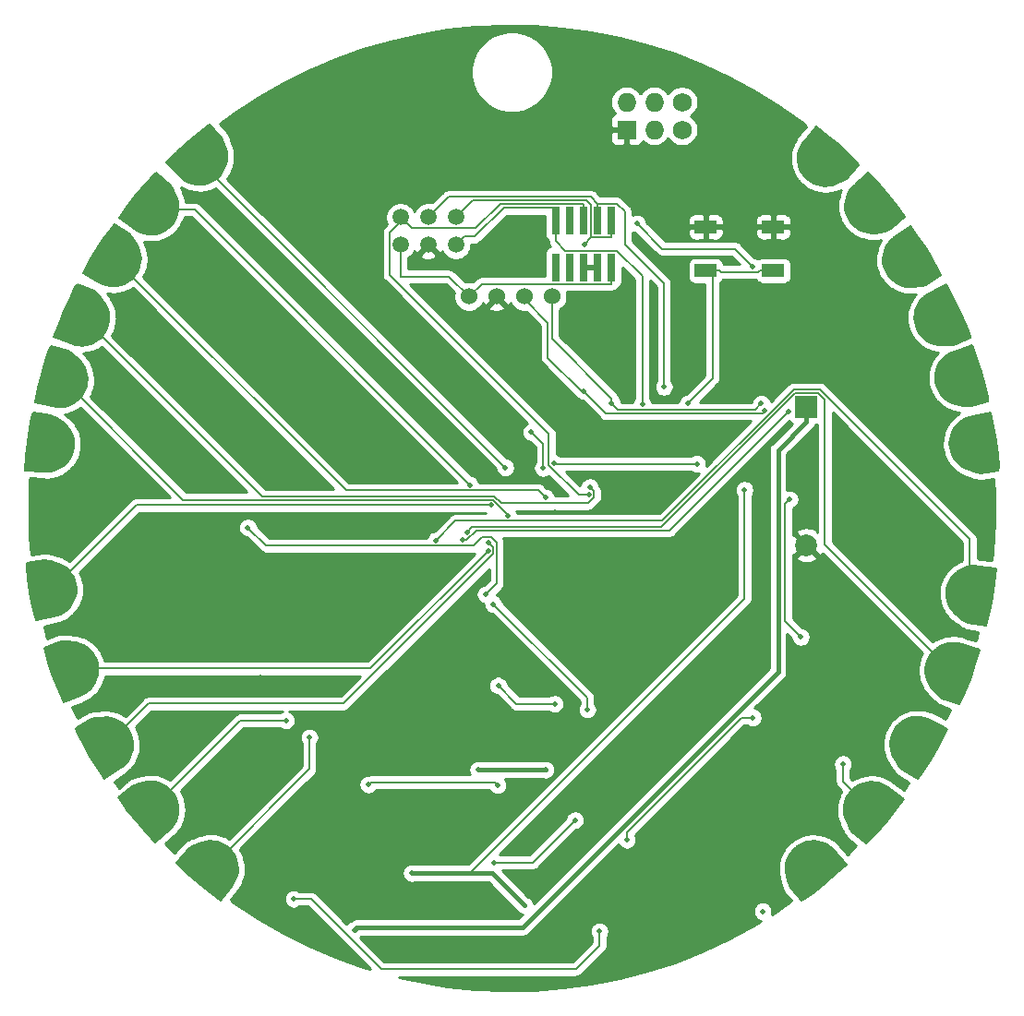
<source format=gbl>
G04 #@! TF.GenerationSoftware,KiCad,Pcbnew,(5.1.4-0-10_14)*
G04 #@! TF.CreationDate,2019-09-22T18:05:18-05:00*
G04 #@! TF.ProjectId,CircuitPythonBadge v1_2,43697263-7569-4745-9079-74686f6e4261,rev?*
G04 #@! TF.SameCoordinates,Original*
G04 #@! TF.FileFunction,Copper,L2,Bot*
G04 #@! TF.FilePolarity,Positive*
%FSLAX46Y46*%
G04 Gerber Fmt 4.6, Leading zero omitted, Abs format (unit mm)*
G04 Created by KiCad (PCBNEW (5.1.4-0-10_14)) date 2019-09-22 18:05:18*
%MOMM*%
%LPD*%
G04 APERTURE LIST*
%ADD10C,0.127000*%
%ADD11C,2.000000*%
%ADD12R,2.000000X2.000000*%
%ADD13C,1.250000*%
%ADD14C,4.213860*%
%ADD15C,1.500000*%
%ADD16R,1.727200X1.727200*%
%ADD17O,1.727200X1.727200*%
%ADD18C,1.727200*%
%ADD19C,1.524000*%
%ADD20R,1.998980X1.198880*%
%ADD21R,0.759460X2.598420*%
%ADD22C,0.500000*%
%ADD23C,0.508000*%
%ADD24C,0.406400*%
%ADD25C,0.152400*%
%ADD26C,0.254000*%
G04 APERTURE END LIST*
D10*
G36*
X55969465Y-91620365D02*
G01*
X55775190Y-92681558D01*
X55589853Y-93940899D01*
X55465332Y-95205147D01*
X55365846Y-96536446D01*
X57012278Y-96674625D01*
X57376196Y-96691159D01*
X57735911Y-96658554D01*
X58086690Y-96573671D01*
X58422873Y-96440932D01*
X58736896Y-96259408D01*
X59022788Y-96036045D01*
X59274888Y-95775264D01*
X59485014Y-95481180D01*
X59652547Y-95158835D01*
X59771206Y-94817693D01*
X59842894Y-94463106D01*
X59859118Y-94101710D01*
X59826513Y-93741995D01*
X59741939Y-93388695D01*
X59609200Y-93052512D01*
X59427677Y-92738489D01*
X59204313Y-92452597D01*
X58943533Y-92200497D01*
X58649449Y-91990371D01*
X58334577Y-91782810D01*
X58080300Y-91623635D01*
X57717617Y-91451150D01*
X56078924Y-91249943D01*
X55969465Y-91620365D01*
G37*
X55969465Y-91620365D02*
X55775190Y-92681558D01*
X55589853Y-93940899D01*
X55465332Y-95205147D01*
X55365846Y-96536446D01*
X57012278Y-96674625D01*
X57376196Y-96691159D01*
X57735911Y-96658554D01*
X58086690Y-96573671D01*
X58422873Y-96440932D01*
X58736896Y-96259408D01*
X59022788Y-96036045D01*
X59274888Y-95775264D01*
X59485014Y-95481180D01*
X59652547Y-95158835D01*
X59771206Y-94817693D01*
X59842894Y-94463106D01*
X59859118Y-94101710D01*
X59826513Y-93741995D01*
X59741939Y-93388695D01*
X59609200Y-93052512D01*
X59427677Y-92738489D01*
X59204313Y-92452597D01*
X58943533Y-92200497D01*
X58649449Y-91990371D01*
X58334577Y-91782810D01*
X58080300Y-91623635D01*
X57717617Y-91451150D01*
X56078924Y-91249943D01*
X55969465Y-91620365D01*
G36*
X69493998Y-132835523D02*
G01*
X70278180Y-133576424D01*
X71233410Y-134417746D01*
X72225879Y-135210737D01*
X73288216Y-136019250D01*
X74300815Y-134713694D01*
X74512885Y-134417492D01*
X74681455Y-134098052D01*
X74801314Y-133757633D01*
X74873087Y-133403391D01*
X74891878Y-133041165D01*
X74860258Y-132679743D01*
X74778853Y-132326283D01*
X74646656Y-131989887D01*
X74467559Y-131673820D01*
X74246080Y-131388505D01*
X73987742Y-131135261D01*
X73693486Y-130924823D01*
X73374046Y-130756253D01*
X73031681Y-130634762D01*
X72677440Y-130562988D01*
X72315213Y-130544197D01*
X71953791Y-130575817D01*
X71600331Y-130657223D01*
X71263935Y-130789419D01*
X70918369Y-130940448D01*
X70646384Y-131067009D01*
X70304194Y-131277238D01*
X69242952Y-132541977D01*
X69493998Y-132835523D01*
G37*
X69493998Y-132835523D02*
X70278180Y-133576424D01*
X71233410Y-134417746D01*
X72225879Y-135210737D01*
X73288216Y-136019250D01*
X74300815Y-134713694D01*
X74512885Y-134417492D01*
X74681455Y-134098052D01*
X74801314Y-133757633D01*
X74873087Y-133403391D01*
X74891878Y-133041165D01*
X74860258Y-132679743D01*
X74778853Y-132326283D01*
X74646656Y-131989887D01*
X74467559Y-131673820D01*
X74246080Y-131388505D01*
X73987742Y-131135261D01*
X73693486Y-130924823D01*
X73374046Y-130756253D01*
X73031681Y-130634762D01*
X72677440Y-130562988D01*
X72315213Y-130544197D01*
X71953791Y-130575817D01*
X71600331Y-130657223D01*
X71263935Y-130789419D01*
X70918369Y-130940448D01*
X70646384Y-131067009D01*
X70304194Y-131277238D01*
X69242952Y-132541977D01*
X69493998Y-132835523D01*
G36*
X143629941Y-89804214D02*
G01*
X143375794Y-88755746D01*
X143032888Y-87529899D01*
X142632427Y-86324303D01*
X142181824Y-85067636D01*
X140621531Y-85611067D01*
X140282351Y-85743982D01*
X139966996Y-85920077D01*
X139681069Y-86140297D01*
X139427940Y-86398298D01*
X139214899Y-86691852D01*
X139044573Y-87012188D01*
X138920337Y-87352961D01*
X138847992Y-87707086D01*
X138826053Y-88069705D01*
X138856407Y-88429617D01*
X138935141Y-88782706D01*
X139067313Y-89119457D01*
X139243408Y-89434811D01*
X139464370Y-89723168D01*
X139722371Y-89976296D01*
X140015925Y-90189338D01*
X140336261Y-90359663D01*
X140677034Y-90483899D01*
X141031159Y-90556244D01*
X141403231Y-90617790D01*
X141700267Y-90659780D01*
X142101751Y-90669837D01*
X143680610Y-90187132D01*
X143629941Y-89804214D01*
G37*
X143629941Y-89804214D02*
X143375794Y-88755746D01*
X143032888Y-87529899D01*
X142632427Y-86324303D01*
X142181824Y-85067636D01*
X140621531Y-85611067D01*
X140282351Y-85743982D01*
X139966996Y-85920077D01*
X139681069Y-86140297D01*
X139427940Y-86398298D01*
X139214899Y-86691852D01*
X139044573Y-87012188D01*
X138920337Y-87352961D01*
X138847992Y-87707086D01*
X138826053Y-88069705D01*
X138856407Y-88429617D01*
X138935141Y-88782706D01*
X139067313Y-89119457D01*
X139243408Y-89434811D01*
X139464370Y-89723168D01*
X139722371Y-89976296D01*
X140015925Y-90189338D01*
X140336261Y-90359663D01*
X140677034Y-90483899D01*
X141031159Y-90556244D01*
X141403231Y-90617790D01*
X141700267Y-90659780D01*
X142101751Y-90669837D01*
X143680610Y-90187132D01*
X143629941Y-89804214D01*
G36*
X57554644Y-85504657D02*
G01*
X57214570Y-86528485D01*
X56855771Y-87749776D01*
X56556512Y-88984390D01*
X56272713Y-90288888D01*
X57883892Y-90654861D01*
X58241967Y-90721882D01*
X58602718Y-90739657D01*
X58961897Y-90704419D01*
X59313282Y-90619759D01*
X59649512Y-90483706D01*
X59963708Y-90302304D01*
X60249649Y-90079147D01*
X60498658Y-89817169D01*
X60709423Y-89521277D01*
X60874405Y-89199969D01*
X60994744Y-88858810D01*
X61061106Y-88503189D01*
X61078882Y-88142437D01*
X61044301Y-87780804D01*
X60959641Y-87429420D01*
X60823588Y-87093190D01*
X60642187Y-86778994D01*
X60419030Y-86493053D01*
X60157051Y-86244044D01*
X59874131Y-85994681D01*
X59644481Y-85801667D01*
X59309334Y-85580384D01*
X57714590Y-85153074D01*
X57554644Y-85504657D01*
G37*
X57554644Y-85504657D02*
X57214570Y-86528485D01*
X56855771Y-87749776D01*
X56556512Y-88984390D01*
X56272713Y-90288888D01*
X57883892Y-90654861D01*
X58241967Y-90721882D01*
X58602718Y-90739657D01*
X58961897Y-90704419D01*
X59313282Y-90619759D01*
X59649512Y-90483706D01*
X59963708Y-90302304D01*
X60249649Y-90079147D01*
X60498658Y-89817169D01*
X60709423Y-89521277D01*
X60874405Y-89199969D01*
X60994744Y-88858810D01*
X61061106Y-88503189D01*
X61078882Y-88142437D01*
X61044301Y-87780804D01*
X60959641Y-87429420D01*
X60823588Y-87093190D01*
X60642187Y-86778994D01*
X60419030Y-86493053D01*
X60157051Y-86244044D01*
X59874131Y-85994681D01*
X59644481Y-85801667D01*
X59309334Y-85580384D01*
X57714590Y-85153074D01*
X57554644Y-85504657D01*
G36*
X59940340Y-79759517D02*
G01*
X59461087Y-80726052D01*
X58935809Y-81885522D01*
X58467637Y-83066473D01*
X58005049Y-84318777D01*
X59549614Y-84905422D01*
X59894877Y-85021625D01*
X60249644Y-85089434D01*
X60610232Y-85104527D01*
X60969979Y-85069594D01*
X61321872Y-84981659D01*
X61658256Y-84845751D01*
X61972472Y-84664561D01*
X62255518Y-84439788D01*
X62505412Y-84176107D01*
X62713506Y-83880888D01*
X62880154Y-83559797D01*
X62995364Y-83216872D01*
X63063173Y-82862105D01*
X63079258Y-82499179D01*
X63044325Y-82139432D01*
X62956390Y-81787539D01*
X62820482Y-81451155D01*
X62639292Y-81136940D01*
X62414519Y-80853893D01*
X62169056Y-80567583D01*
X61968504Y-80344486D01*
X61667415Y-80078713D01*
X60147661Y-79433616D01*
X59940340Y-79759517D01*
G37*
X59940340Y-79759517D02*
X59461087Y-80726052D01*
X58935809Y-81885522D01*
X58467637Y-83066473D01*
X58005049Y-84318777D01*
X59549614Y-84905422D01*
X59894877Y-85021625D01*
X60249644Y-85089434D01*
X60610232Y-85104527D01*
X60969979Y-85069594D01*
X61321872Y-84981659D01*
X61658256Y-84845751D01*
X61972472Y-84664561D01*
X62255518Y-84439788D01*
X62505412Y-84176107D01*
X62713506Y-83880888D01*
X62880154Y-83559797D01*
X62995364Y-83216872D01*
X63063173Y-82862105D01*
X63079258Y-82499179D01*
X63044325Y-82139432D01*
X62956390Y-81787539D01*
X62820482Y-81451155D01*
X62639292Y-81136940D01*
X62414519Y-80853893D01*
X62169056Y-80567583D01*
X61968504Y-80344486D01*
X61667415Y-80078713D01*
X60147661Y-79433616D01*
X59940340Y-79759517D01*
G36*
X63291003Y-74261516D02*
G01*
X62666450Y-75141180D01*
X61966258Y-76204203D01*
X61319109Y-77297376D01*
X60666313Y-78461898D01*
X62100090Y-79282944D01*
X62422924Y-79451727D01*
X62762716Y-79574199D01*
X63116503Y-79645514D01*
X63477286Y-79667288D01*
X63838603Y-79635484D01*
X64192106Y-79553872D01*
X64530797Y-79424066D01*
X64845522Y-79246339D01*
X65133587Y-79024997D01*
X65385302Y-78765965D01*
X65600127Y-78474897D01*
X65767564Y-78154217D01*
X65890036Y-77814425D01*
X65962697Y-77458484D01*
X65984472Y-77097701D01*
X65952668Y-76736384D01*
X65871055Y-76382881D01*
X65741250Y-76044190D01*
X65563522Y-75729465D01*
X65365870Y-75408281D01*
X65202687Y-75156558D01*
X64946881Y-74846956D01*
X63546753Y-73972060D01*
X63291003Y-74261516D01*
G37*
X63291003Y-74261516D02*
X62666450Y-75141180D01*
X61966258Y-76204203D01*
X61319109Y-77297376D01*
X60666313Y-78461898D01*
X62100090Y-79282944D01*
X62422924Y-79451727D01*
X62762716Y-79574199D01*
X63116503Y-79645514D01*
X63477286Y-79667288D01*
X63838603Y-79635484D01*
X64192106Y-79553872D01*
X64530797Y-79424066D01*
X64845522Y-79246339D01*
X65133587Y-79024997D01*
X65385302Y-78765965D01*
X65600127Y-78474897D01*
X65767564Y-78154217D01*
X65890036Y-77814425D01*
X65962697Y-77458484D01*
X65984472Y-77097701D01*
X65952668Y-76736384D01*
X65871055Y-76382881D01*
X65741250Y-76044190D01*
X65563522Y-75729465D01*
X65365870Y-75408281D01*
X65202687Y-75156558D01*
X64946881Y-74846956D01*
X63546753Y-73972060D01*
X63291003Y-74261516D01*
G36*
X67093838Y-69502122D02*
G01*
X66366736Y-70299115D01*
X65542213Y-71268883D01*
X64766664Y-72275040D01*
X63976814Y-73351326D01*
X65299843Y-74340985D01*
X65599702Y-74547853D01*
X65922035Y-74710823D01*
X66264494Y-74824722D01*
X66619934Y-74890303D01*
X66982433Y-74902769D01*
X67343248Y-74864846D01*
X67695234Y-74777284D01*
X68029272Y-74639236D01*
X68342165Y-74454651D01*
X68623571Y-74228226D01*
X68872268Y-73965508D01*
X69077538Y-73667624D01*
X69240507Y-73345290D01*
X69356005Y-73000857D01*
X69421586Y-72645417D01*
X69434052Y-72282918D01*
X69396129Y-71922103D01*
X69308567Y-71570117D01*
X69170519Y-71236080D01*
X69013483Y-70893202D01*
X68882194Y-70623468D01*
X68666025Y-70284999D01*
X67382957Y-69245991D01*
X67093838Y-69502122D01*
G37*
X67093838Y-69502122D02*
X66366736Y-70299115D01*
X65542213Y-71268883D01*
X64766664Y-72275040D01*
X63976814Y-73351326D01*
X65299843Y-74340985D01*
X65599702Y-74547853D01*
X65922035Y-74710823D01*
X66264494Y-74824722D01*
X66619934Y-74890303D01*
X66982433Y-74902769D01*
X67343248Y-74864846D01*
X67695234Y-74777284D01*
X68029272Y-74639236D01*
X68342165Y-74454651D01*
X68623571Y-74228226D01*
X68872268Y-73965508D01*
X69077538Y-73667624D01*
X69240507Y-73345290D01*
X69356005Y-73000857D01*
X69421586Y-72645417D01*
X69434052Y-72282918D01*
X69396129Y-71922103D01*
X69308567Y-71570117D01*
X69170519Y-71236080D01*
X69013483Y-70893202D01*
X68882194Y-70623468D01*
X68666025Y-70284999D01*
X67382957Y-69245991D01*
X67093838Y-69502122D01*
G36*
X71992927Y-65011790D02*
G01*
X71150100Y-65685227D01*
X70184023Y-66514071D01*
X69260625Y-67386518D01*
X68312131Y-68325994D01*
X69464055Y-69510436D01*
X69727860Y-69761666D01*
X70020731Y-69973053D01*
X70341156Y-70139122D01*
X70681961Y-70259498D01*
X71038047Y-70328518D01*
X71400352Y-70347506D01*
X71761702Y-70316085D01*
X72113223Y-70231992D01*
X72451139Y-70098626D01*
X72764502Y-69919011D01*
X73051235Y-69698432D01*
X73300577Y-69436327D01*
X73511964Y-69143456D01*
X73679921Y-68821331D01*
X73800297Y-68480526D01*
X73869317Y-68124440D01*
X73888305Y-67762135D01*
X73856884Y-67400785D01*
X73772791Y-67049264D01*
X73671326Y-66686042D01*
X73583849Y-66399091D01*
X73423290Y-66030973D01*
X72318555Y-64804041D01*
X71992927Y-65011790D01*
G37*
X71992927Y-65011790D02*
X71150100Y-65685227D01*
X70184023Y-66514071D01*
X69260625Y-67386518D01*
X68312131Y-68325994D01*
X69464055Y-69510436D01*
X69727860Y-69761666D01*
X70020731Y-69973053D01*
X70341156Y-70139122D01*
X70681961Y-70259498D01*
X71038047Y-70328518D01*
X71400352Y-70347506D01*
X71761702Y-70316085D01*
X72113223Y-70231992D01*
X72451139Y-70098626D01*
X72764502Y-69919011D01*
X73051235Y-69698432D01*
X73300577Y-69436327D01*
X73511964Y-69143456D01*
X73679921Y-68821331D01*
X73800297Y-68480526D01*
X73869317Y-68124440D01*
X73888305Y-67762135D01*
X73856884Y-67400785D01*
X73772791Y-67049264D01*
X73671326Y-66686042D01*
X73583849Y-66399091D01*
X73423290Y-66030973D01*
X72318555Y-64804041D01*
X71992927Y-65011790D01*
G36*
X141206243Y-117676539D02*
G01*
X141634255Y-116686246D01*
X142098132Y-115500874D01*
X142503855Y-114297040D01*
X142900269Y-113022241D01*
X141327118Y-112517237D01*
X140976247Y-112419263D01*
X140618417Y-112370114D01*
X140257533Y-112373914D01*
X139900107Y-112427626D01*
X139553299Y-112533857D01*
X139224488Y-112687184D01*
X138920187Y-112884571D01*
X138649291Y-113123849D01*
X138413541Y-113400247D01*
X138221182Y-113705952D01*
X138071567Y-114035325D01*
X137974463Y-114383809D01*
X137925314Y-114741639D01*
X137928245Y-115104909D01*
X137981957Y-115462335D01*
X138088188Y-115809144D01*
X138241515Y-116137954D01*
X138438901Y-116442256D01*
X138678180Y-116713151D01*
X138938291Y-116986222D01*
X139150244Y-117198518D01*
X139464830Y-117448168D01*
X141016263Y-118012844D01*
X141206243Y-117676539D01*
G37*
X141206243Y-117676539D02*
X141634255Y-116686246D01*
X142098132Y-115500874D01*
X142503855Y-114297040D01*
X142900269Y-113022241D01*
X141327118Y-112517237D01*
X140976247Y-112419263D01*
X140618417Y-112370114D01*
X140257533Y-112373914D01*
X139900107Y-112427626D01*
X139553299Y-112533857D01*
X139224488Y-112687184D01*
X138920187Y-112884571D01*
X138649291Y-113123849D01*
X138413541Y-113400247D01*
X138221182Y-113705952D01*
X138071567Y-114035325D01*
X137974463Y-114383809D01*
X137925314Y-114741639D01*
X137928245Y-115104909D01*
X137981957Y-115462335D01*
X138088188Y-115809144D01*
X138241515Y-116137954D01*
X138438901Y-116442256D01*
X138678180Y-116713151D01*
X138938291Y-116986222D01*
X139150244Y-117198518D01*
X139464830Y-117448168D01*
X141016263Y-118012844D01*
X141206243Y-117676539D01*
G36*
X143593425Y-110454872D02*
G01*
X143842973Y-109405300D01*
X144093964Y-108157386D01*
X144284480Y-106901387D01*
X144453505Y-105577119D01*
X142816560Y-105352962D01*
X142454007Y-105317405D01*
X142093079Y-105331139D01*
X141738338Y-105397547D01*
X141395669Y-105512510D01*
X141072576Y-105677350D01*
X140775386Y-105885445D01*
X140509983Y-106132674D01*
X140284753Y-106415358D01*
X140100580Y-106728494D01*
X139964229Y-107062958D01*
X139874082Y-107413307D01*
X139838967Y-107773359D01*
X139852701Y-108134287D01*
X139918668Y-108491530D01*
X140033631Y-108834199D01*
X140198471Y-109157291D01*
X140406566Y-109454482D01*
X140653795Y-109719885D01*
X140936479Y-109945114D01*
X141240056Y-110168869D01*
X141485654Y-110341134D01*
X141838812Y-110532364D01*
X143464730Y-110819057D01*
X143593425Y-110454872D01*
G37*
X143593425Y-110454872D02*
X143842973Y-109405300D01*
X144093964Y-108157386D01*
X144284480Y-106901387D01*
X144453505Y-105577119D01*
X142816560Y-105352962D01*
X142454007Y-105317405D01*
X142093079Y-105331139D01*
X141738338Y-105397547D01*
X141395669Y-105512510D01*
X141072576Y-105677350D01*
X140775386Y-105885445D01*
X140509983Y-106132674D01*
X140284753Y-106415358D01*
X140100580Y-106728494D01*
X139964229Y-107062958D01*
X139874082Y-107413307D01*
X139838967Y-107773359D01*
X139852701Y-108134287D01*
X139918668Y-108491530D01*
X140033631Y-108834199D01*
X140198471Y-109157291D01*
X140406566Y-109454482D01*
X140653795Y-109719885D01*
X140936479Y-109945114D01*
X141240056Y-110168869D01*
X141485654Y-110341134D01*
X141838812Y-110532364D01*
X143464730Y-110819057D01*
X143593425Y-110454872D01*
G36*
X137484955Y-124550727D02*
G01*
X138078427Y-123649802D01*
X138741094Y-122562990D01*
X139349697Y-121447898D01*
X139961455Y-120261303D01*
X138499897Y-119490795D01*
X138171369Y-119333382D01*
X137827510Y-119222843D01*
X137471449Y-119163919D01*
X137110126Y-119154748D01*
X136750140Y-119199143D01*
X136399700Y-119293043D01*
X136065745Y-119434590D01*
X135757415Y-119623193D01*
X135477250Y-119854453D01*
X135234729Y-120122112D01*
X135030192Y-120420500D01*
X134874049Y-120746828D01*
X134763510Y-121090687D01*
X134703315Y-121448947D01*
X134694145Y-121810270D01*
X134738540Y-122170257D01*
X134832440Y-122520697D01*
X134973986Y-122854652D01*
X135162589Y-123162981D01*
X135371330Y-123477072D01*
X135543198Y-123722947D01*
X135809654Y-124023432D01*
X137239462Y-124848932D01*
X137484955Y-124550727D01*
G37*
X137484955Y-124550727D02*
X138078427Y-123649802D01*
X138741094Y-122562990D01*
X139349697Y-121447898D01*
X139961455Y-120261303D01*
X138499897Y-119490795D01*
X138171369Y-119333382D01*
X137827510Y-119222843D01*
X137471449Y-119163919D01*
X137110126Y-119154748D01*
X136750140Y-119199143D01*
X136399700Y-119293043D01*
X136065745Y-119434590D01*
X135757415Y-119623193D01*
X135477250Y-119854453D01*
X135234729Y-120122112D01*
X135030192Y-120420500D01*
X134874049Y-120746828D01*
X134763510Y-121090687D01*
X134703315Y-121448947D01*
X134694145Y-121810270D01*
X134738540Y-122170257D01*
X134832440Y-122520697D01*
X134973986Y-122854652D01*
X135162589Y-123162981D01*
X135371330Y-123477072D01*
X135543198Y-123722947D01*
X135809654Y-124023432D01*
X137239462Y-124848932D01*
X137484955Y-124550727D01*
G36*
X64133218Y-126905859D02*
G01*
X64776830Y-127771675D01*
X65571454Y-128766090D01*
X66411144Y-129719374D01*
X67316945Y-130700077D01*
X68540867Y-129590191D01*
X68801150Y-129335314D01*
X69022629Y-129049999D01*
X69199781Y-128735565D01*
X69331977Y-128399169D01*
X69413383Y-128045709D01*
X69445003Y-127684287D01*
X69426212Y-127322060D01*
X69354438Y-126967819D01*
X69232947Y-126625454D01*
X69064377Y-126306014D01*
X68853939Y-126011758D01*
X68600695Y-125753420D01*
X68315380Y-125531941D01*
X67999313Y-125352844D01*
X67662917Y-125220647D01*
X67309457Y-125139242D01*
X66948035Y-125107622D01*
X66585809Y-125126413D01*
X66231567Y-125198186D01*
X65865025Y-125286913D01*
X65575196Y-125364322D01*
X65201699Y-125511937D01*
X63936959Y-126573179D01*
X64133218Y-126905859D01*
G37*
X64133218Y-126905859D02*
X64776830Y-127771675D01*
X65571454Y-128766090D01*
X66411144Y-129719374D01*
X67316945Y-130700077D01*
X68540867Y-129590191D01*
X68801150Y-129335314D01*
X69022629Y-129049999D01*
X69199781Y-128735565D01*
X69331977Y-128399169D01*
X69413383Y-128045709D01*
X69445003Y-127684287D01*
X69426212Y-127322060D01*
X69354438Y-126967819D01*
X69232947Y-126625454D01*
X69064377Y-126306014D01*
X68853939Y-126011758D01*
X68600695Y-125753420D01*
X68315380Y-125531941D01*
X67999313Y-125352844D01*
X67662917Y-125220647D01*
X67309457Y-125139242D01*
X66948035Y-125107622D01*
X66585809Y-125126413D01*
X66231567Y-125198186D01*
X65865025Y-125286913D01*
X65575196Y-125364322D01*
X65201699Y-125511937D01*
X63936959Y-126573179D01*
X64133218Y-126905859D01*
G36*
X60125545Y-120535273D02*
G01*
X60609033Y-121499698D01*
X61218906Y-122616990D01*
X61880303Y-123701602D01*
X62602045Y-124824697D01*
X64000103Y-123944205D01*
X64300691Y-123738398D01*
X64568350Y-123495877D01*
X64797411Y-123216981D01*
X64986014Y-122908652D01*
X65127560Y-122574697D01*
X65221460Y-122224257D01*
X65265855Y-121864270D01*
X65256685Y-121502947D01*
X65196490Y-121144687D01*
X65085951Y-120800828D01*
X64929808Y-120474500D01*
X64725271Y-120176112D01*
X64482750Y-119908453D01*
X64202585Y-119677193D01*
X63894255Y-119488590D01*
X63560300Y-119347043D01*
X63209860Y-119253143D01*
X62849874Y-119208748D01*
X62488551Y-119217919D01*
X62112170Y-119241648D01*
X61813302Y-119267553D01*
X61419846Y-119348068D01*
X59990038Y-120173568D01*
X60125545Y-120535273D01*
G37*
X60125545Y-120535273D02*
X60609033Y-121499698D01*
X61218906Y-122616990D01*
X61880303Y-123701602D01*
X62602045Y-124824697D01*
X64000103Y-123944205D01*
X64300691Y-123738398D01*
X64568350Y-123495877D01*
X64797411Y-123216981D01*
X64986014Y-122908652D01*
X65127560Y-122574697D01*
X65221460Y-122224257D01*
X65265855Y-121864270D01*
X65256685Y-121502947D01*
X65196490Y-121144687D01*
X65085951Y-120800828D01*
X64929808Y-120474500D01*
X64725271Y-120176112D01*
X64482750Y-119908453D01*
X64202585Y-119677193D01*
X63894255Y-119488590D01*
X63560300Y-119347043D01*
X63209860Y-119253143D01*
X62849874Y-119208748D01*
X62488551Y-119217919D01*
X62112170Y-119241648D01*
X61813302Y-119267553D01*
X61419846Y-119348068D01*
X59990038Y-120173568D01*
X60125545Y-120535273D01*
G36*
X57187004Y-113186923D02*
G01*
X57495676Y-114220653D01*
X57902268Y-115426874D01*
X58365276Y-116609859D01*
X58881030Y-117841221D01*
X60410744Y-117216875D01*
X60742504Y-117066392D01*
X61048209Y-116874033D01*
X61322220Y-116639151D01*
X61561499Y-116368256D01*
X61758885Y-116063954D01*
X61912212Y-115735144D01*
X62018443Y-115388335D01*
X62072155Y-115030909D01*
X62075086Y-114667639D01*
X62025937Y-114309809D01*
X61928833Y-113961325D01*
X61779218Y-113631952D01*
X61586859Y-113326247D01*
X61351109Y-113049849D01*
X61080213Y-112810571D01*
X60775912Y-112613184D01*
X60447101Y-112459857D01*
X60100293Y-112353626D01*
X59742867Y-112299914D01*
X59368083Y-112257925D01*
X59069257Y-112231538D01*
X58667798Y-112242507D01*
X57116365Y-112807182D01*
X57187004Y-113186923D01*
G37*
X57187004Y-113186923D02*
X57495676Y-114220653D01*
X57902268Y-115426874D01*
X58365276Y-116609859D01*
X58881030Y-117841221D01*
X60410744Y-117216875D01*
X60742504Y-117066392D01*
X61048209Y-116874033D01*
X61322220Y-116639151D01*
X61561499Y-116368256D01*
X61758885Y-116063954D01*
X61912212Y-115735144D01*
X62018443Y-115388335D01*
X62072155Y-115030909D01*
X62075086Y-114667639D01*
X62025937Y-114309809D01*
X61928833Y-113961325D01*
X61779218Y-113631952D01*
X61586859Y-113326247D01*
X61351109Y-113049849D01*
X61080213Y-112810571D01*
X60775912Y-112613184D01*
X60447101Y-112459857D01*
X60100293Y-112353626D01*
X59742867Y-112299914D01*
X59368083Y-112257925D01*
X59069257Y-112231538D01*
X58667798Y-112242507D01*
X57116365Y-112807182D01*
X57187004Y-113186923D01*
G36*
X55498602Y-105439261D02*
G01*
X55623079Y-106510886D01*
X55814036Y-107769386D01*
X56064586Y-109014799D01*
X56358681Y-110317013D01*
X57973572Y-109967785D01*
X58326422Y-109877197D01*
X58660887Y-109740846D01*
X58971521Y-109557114D01*
X59254205Y-109331885D01*
X59501434Y-109066482D01*
X59709529Y-108769291D01*
X59874369Y-108446199D01*
X59989332Y-108103530D01*
X60055299Y-107746287D01*
X60069033Y-107385359D01*
X60033918Y-107025307D01*
X59943771Y-106674958D01*
X59807420Y-106340494D01*
X59623247Y-106027358D01*
X59398017Y-105744674D01*
X59132614Y-105497445D01*
X58835424Y-105289350D01*
X58512331Y-105124510D01*
X58169662Y-105009547D01*
X57807864Y-104903116D01*
X57518160Y-104825240D01*
X57120895Y-104766329D01*
X55494977Y-105053022D01*
X55498602Y-105439261D01*
G37*
X55498602Y-105439261D02*
X55623079Y-106510886D01*
X55814036Y-107769386D01*
X56064586Y-109014799D01*
X56358681Y-110317013D01*
X57973572Y-109967785D01*
X58326422Y-109877197D01*
X58660887Y-109740846D01*
X58971521Y-109557114D01*
X59254205Y-109331885D01*
X59501434Y-109066482D01*
X59709529Y-108769291D01*
X59874369Y-108446199D01*
X59989332Y-108103530D01*
X60055299Y-107746287D01*
X60069033Y-107385359D01*
X60033918Y-107025307D01*
X59943771Y-106674958D01*
X59807420Y-106340494D01*
X59623247Y-106027358D01*
X59398017Y-105744674D01*
X59132614Y-105497445D01*
X58835424Y-105289350D01*
X58512331Y-105124510D01*
X58169662Y-105009547D01*
X57807864Y-104903116D01*
X57518160Y-104825240D01*
X57120895Y-104766329D01*
X55494977Y-105053022D01*
X55498602Y-105439261D01*
G36*
X139209087Y-78300494D02*
G01*
X138692237Y-77353530D01*
X138043742Y-76258203D01*
X137344896Y-75197334D01*
X136584397Y-74100112D01*
X135217920Y-75028860D01*
X134924698Y-75245031D01*
X134665666Y-75496746D01*
X134446478Y-75783465D01*
X134268750Y-76098190D01*
X134138945Y-76436881D01*
X134057332Y-76790384D01*
X134025528Y-77151701D01*
X134047303Y-77512484D01*
X134119964Y-77868425D01*
X134242436Y-78208217D01*
X134409873Y-78528897D01*
X134624698Y-78819965D01*
X134876413Y-79078997D01*
X135164478Y-79300339D01*
X135479203Y-79478066D01*
X135817894Y-79607872D01*
X136171397Y-79689484D01*
X136532714Y-79721288D01*
X136893497Y-79699514D01*
X137268820Y-79662663D01*
X137566602Y-79626344D01*
X137957008Y-79532147D01*
X139357136Y-78657250D01*
X139209087Y-78300494D01*
G37*
X139209087Y-78300494D02*
X138692237Y-77353530D01*
X138043742Y-76258203D01*
X137344896Y-75197334D01*
X136584397Y-74100112D01*
X135217920Y-75028860D01*
X134924698Y-75245031D01*
X134665666Y-75496746D01*
X134446478Y-75783465D01*
X134268750Y-76098190D01*
X134138945Y-76436881D01*
X134057332Y-76790384D01*
X134025528Y-77151701D01*
X134047303Y-77512484D01*
X134119964Y-77868425D01*
X134242436Y-78208217D01*
X134409873Y-78528897D01*
X134624698Y-78819965D01*
X134876413Y-79078997D01*
X135164478Y-79300339D01*
X135479203Y-79478066D01*
X135817894Y-79607872D01*
X136171397Y-79689484D01*
X136532714Y-79721288D01*
X136893497Y-79699514D01*
X137268820Y-79662663D01*
X137566602Y-79626344D01*
X137957008Y-79532147D01*
X139357136Y-78657250D01*
X139209087Y-78300494D01*
G36*
X135866982Y-72993641D02*
G01*
X135223370Y-72127825D01*
X134428746Y-71133410D01*
X133589056Y-70180126D01*
X132683255Y-69199423D01*
X131459333Y-70309309D01*
X131199050Y-70564186D01*
X130977571Y-70849501D01*
X130800419Y-71163935D01*
X130668223Y-71500331D01*
X130586817Y-71853791D01*
X130555197Y-72215213D01*
X130573988Y-72577440D01*
X130645762Y-72931681D01*
X130767253Y-73274046D01*
X130935823Y-73593486D01*
X131146261Y-73887742D01*
X131399505Y-74146080D01*
X131684820Y-74367559D01*
X132000887Y-74546656D01*
X132337283Y-74678853D01*
X132690743Y-74760258D01*
X133052165Y-74791878D01*
X133414391Y-74773087D01*
X133768633Y-74701314D01*
X134135175Y-74612587D01*
X134425004Y-74535178D01*
X134798501Y-74387563D01*
X136063241Y-73326321D01*
X135866982Y-72993641D01*
G37*
X135866982Y-72993641D02*
X135223370Y-72127825D01*
X134428746Y-71133410D01*
X133589056Y-70180126D01*
X132683255Y-69199423D01*
X131459333Y-70309309D01*
X131199050Y-70564186D01*
X130977571Y-70849501D01*
X130800419Y-71163935D01*
X130668223Y-71500331D01*
X130586817Y-71853791D01*
X130555197Y-72215213D01*
X130573988Y-72577440D01*
X130645762Y-72931681D01*
X130767253Y-73274046D01*
X130935823Y-73593486D01*
X131146261Y-73887742D01*
X131399505Y-74146080D01*
X131684820Y-74367559D01*
X132000887Y-74546656D01*
X132337283Y-74678853D01*
X132690743Y-74760258D01*
X133052165Y-74791878D01*
X133414391Y-74773087D01*
X133768633Y-74701314D01*
X134135175Y-74612587D01*
X134425004Y-74535178D01*
X134798501Y-74387563D01*
X136063241Y-73326321D01*
X135866982Y-72993641D01*
G36*
X144642268Y-96173135D02*
G01*
X144555266Y-95097819D01*
X144408346Y-93833421D01*
X144201413Y-92580022D01*
X143952944Y-91268337D01*
X142326849Y-91560994D01*
X141971052Y-91639213D01*
X141632033Y-91763808D01*
X141315176Y-91936587D01*
X141024803Y-92151814D01*
X140768462Y-92408427D01*
X140550122Y-92698174D01*
X140374107Y-93015317D01*
X140247256Y-93353765D01*
X140168861Y-93708487D01*
X140142539Y-94068716D01*
X140165067Y-94429775D01*
X140242932Y-94783056D01*
X140367527Y-95122075D01*
X140540660Y-95441448D01*
X140755887Y-95731820D01*
X141012500Y-95988161D01*
X141302247Y-96206501D01*
X141619390Y-96382516D01*
X141957838Y-96509368D01*
X142315701Y-96628361D01*
X142602511Y-96716300D01*
X142997478Y-96789040D01*
X144632411Y-96559265D01*
X144642268Y-96173135D01*
G37*
X144642268Y-96173135D02*
X144555266Y-95097819D01*
X144408346Y-93833421D01*
X144201413Y-92580022D01*
X143952944Y-91268337D01*
X142326849Y-91560994D01*
X141971052Y-91639213D01*
X141632033Y-91763808D01*
X141315176Y-91936587D01*
X141024803Y-92151814D01*
X140768462Y-92408427D01*
X140550122Y-92698174D01*
X140374107Y-93015317D01*
X140247256Y-93353765D01*
X140168861Y-93708487D01*
X140142539Y-94068716D01*
X140165067Y-94429775D01*
X140242932Y-94783056D01*
X140367527Y-95122075D01*
X140540660Y-95441448D01*
X140755887Y-95731820D01*
X141012500Y-95988161D01*
X141302247Y-96206501D01*
X141619390Y-96382516D01*
X141957838Y-96509368D01*
X142315701Y-96628361D01*
X142602511Y-96716300D01*
X142997478Y-96789040D01*
X144632411Y-96559265D01*
X144642268Y-96173135D01*
G36*
X131605611Y-68262035D02*
G01*
X130847763Y-67494218D01*
X129922477Y-66620071D01*
X128958288Y-65792927D01*
X127924814Y-64947831D01*
X126867269Y-66217253D01*
X126644991Y-66505873D01*
X126465375Y-66819236D01*
X126333709Y-67155264D01*
X126249616Y-67506785D01*
X126218195Y-67868135D01*
X126237183Y-68230440D01*
X126306203Y-68586526D01*
X126426579Y-68927331D01*
X126594536Y-69249456D01*
X126805923Y-69542327D01*
X127055265Y-69804432D01*
X127341998Y-70025011D01*
X127655361Y-70204626D01*
X127993277Y-70337992D01*
X128344798Y-70422085D01*
X128706148Y-70453506D01*
X129068453Y-70434518D01*
X129424539Y-70365498D01*
X129765344Y-70245122D01*
X130115970Y-70106246D01*
X130392206Y-69989254D01*
X130741524Y-69791095D01*
X131846259Y-68564163D01*
X131605611Y-68262035D01*
G37*
X131605611Y-68262035D02*
X130847763Y-67494218D01*
X129922477Y-66620071D01*
X128958288Y-65792927D01*
X127924814Y-64947831D01*
X126867269Y-66217253D01*
X126644991Y-66505873D01*
X126465375Y-66819236D01*
X126333709Y-67155264D01*
X126249616Y-67506785D01*
X126218195Y-67868135D01*
X126237183Y-68230440D01*
X126306203Y-68586526D01*
X126426579Y-68927331D01*
X126594536Y-69249456D01*
X126805923Y-69542327D01*
X127055265Y-69804432D01*
X127341998Y-70025011D01*
X127655361Y-70204626D01*
X127993277Y-70337992D01*
X128344798Y-70422085D01*
X128706148Y-70453506D01*
X129068453Y-70434518D01*
X129424539Y-70365498D01*
X129765344Y-70245122D01*
X130115970Y-70106246D01*
X130392206Y-69989254D01*
X130741524Y-69791095D01*
X131846259Y-68564163D01*
X131605611Y-68262035D01*
G36*
X141934963Y-83970620D02*
G01*
X141537371Y-82967726D01*
X141027197Y-81801532D01*
X140462847Y-80663402D01*
X139841735Y-79481677D01*
X138372257Y-80236971D01*
X138054876Y-80415796D01*
X137767099Y-80634066D01*
X137514602Y-80891936D01*
X137299844Y-81182655D01*
X137129730Y-81503002D01*
X137005645Y-81843925D01*
X136930044Y-82198672D01*
X136907688Y-82559420D01*
X136936429Y-82921563D01*
X137016578Y-83273748D01*
X137143686Y-83612443D01*
X137321438Y-83927522D01*
X137539708Y-84215299D01*
X137798652Y-84470098D01*
X138089371Y-84684856D01*
X138409718Y-84854970D01*
X138750640Y-84979055D01*
X139105388Y-85054656D01*
X139466135Y-85077012D01*
X139843152Y-85086177D01*
X140143140Y-85086419D01*
X140542116Y-85040502D01*
X142038430Y-84342759D01*
X141934963Y-83970620D01*
G37*
X141934963Y-83970620D02*
X141537371Y-82967726D01*
X141027197Y-81801532D01*
X140462847Y-80663402D01*
X139841735Y-79481677D01*
X138372257Y-80236971D01*
X138054876Y-80415796D01*
X137767099Y-80634066D01*
X137514602Y-80891936D01*
X137299844Y-81182655D01*
X137129730Y-81503002D01*
X137005645Y-81843925D01*
X136930044Y-82198672D01*
X136907688Y-82559420D01*
X136936429Y-82921563D01*
X137016578Y-83273748D01*
X137143686Y-83612443D01*
X137321438Y-83927522D01*
X137539708Y-84215299D01*
X137798652Y-84470098D01*
X138089371Y-84684856D01*
X138409718Y-84854970D01*
X138750640Y-84979055D01*
X139105388Y-85054656D01*
X139466135Y-85077012D01*
X139843152Y-85086177D01*
X140143140Y-85086419D01*
X140542116Y-85040502D01*
X142038430Y-84342759D01*
X141934963Y-83970620D01*
G36*
X126905859Y-135866982D02*
G01*
X127771675Y-135223370D01*
X128766090Y-134428746D01*
X129719374Y-133589056D01*
X130700077Y-132683255D01*
X129590191Y-131459333D01*
X129335314Y-131199050D01*
X129049999Y-130977571D01*
X128735565Y-130800419D01*
X128399169Y-130668223D01*
X128045709Y-130586817D01*
X127684287Y-130555197D01*
X127322060Y-130573988D01*
X126967819Y-130645762D01*
X126625454Y-130767253D01*
X126306014Y-130935823D01*
X126011758Y-131146261D01*
X125753420Y-131399505D01*
X125531941Y-131684820D01*
X125352844Y-132000887D01*
X125220647Y-132337283D01*
X125139242Y-132690743D01*
X125107622Y-133052165D01*
X125126413Y-133414391D01*
X125198186Y-133768633D01*
X125286913Y-134135175D01*
X125364322Y-134425004D01*
X125511937Y-134798501D01*
X126573179Y-136063241D01*
X126905859Y-135866982D01*
G37*
X126905859Y-135866982D02*
X127771675Y-135223370D01*
X128766090Y-134428746D01*
X129719374Y-133589056D01*
X130700077Y-132683255D01*
X129590191Y-131459333D01*
X129335314Y-131199050D01*
X129049999Y-130977571D01*
X128735565Y-130800419D01*
X128399169Y-130668223D01*
X128045709Y-130586817D01*
X127684287Y-130555197D01*
X127322060Y-130573988D01*
X126967819Y-130645762D01*
X126625454Y-130767253D01*
X126306014Y-130935823D01*
X126011758Y-131146261D01*
X125753420Y-131399505D01*
X125531941Y-131684820D01*
X125352844Y-132000887D01*
X125220647Y-132337283D01*
X125139242Y-132690743D01*
X125107622Y-133052165D01*
X125126413Y-133414391D01*
X125198186Y-133768633D01*
X125286913Y-134135175D01*
X125364322Y-134425004D01*
X125511937Y-134798501D01*
X126573179Y-136063241D01*
X126905859Y-135866982D01*
G36*
X132735523Y-130532502D02*
G01*
X133476424Y-129748320D01*
X134317746Y-128793090D01*
X135110737Y-127800621D01*
X135919250Y-126738284D01*
X134613694Y-125725685D01*
X134317492Y-125513615D01*
X133998052Y-125345045D01*
X133657633Y-125225186D01*
X133303391Y-125153413D01*
X132941165Y-125134622D01*
X132579743Y-125166242D01*
X132226283Y-125247647D01*
X131889887Y-125379844D01*
X131573820Y-125558941D01*
X131288505Y-125780420D01*
X131035261Y-126038758D01*
X130824823Y-126333014D01*
X130656253Y-126652454D01*
X130534762Y-126994819D01*
X130462988Y-127349060D01*
X130444197Y-127711287D01*
X130475817Y-128072709D01*
X130557223Y-128426169D01*
X130689419Y-128762565D01*
X130840448Y-129108131D01*
X130967009Y-129380116D01*
X131177238Y-129722306D01*
X132441977Y-130783548D01*
X132735523Y-130532502D01*
G37*
X132735523Y-130532502D02*
X133476424Y-129748320D01*
X134317746Y-128793090D01*
X135110737Y-127800621D01*
X135919250Y-126738284D01*
X134613694Y-125725685D01*
X134317492Y-125513615D01*
X133998052Y-125345045D01*
X133657633Y-125225186D01*
X133303391Y-125153413D01*
X132941165Y-125134622D01*
X132579743Y-125166242D01*
X132226283Y-125247647D01*
X131889887Y-125379844D01*
X131573820Y-125558941D01*
X131288505Y-125780420D01*
X131035261Y-126038758D01*
X130824823Y-126333014D01*
X130656253Y-126652454D01*
X130534762Y-126994819D01*
X130462988Y-127349060D01*
X130444197Y-127711287D01*
X130475817Y-128072709D01*
X130557223Y-128426169D01*
X130689419Y-128762565D01*
X130840448Y-129108131D01*
X130967009Y-129380116D01*
X131177238Y-129722306D01*
X132441977Y-130783548D01*
X132735523Y-130532502D01*
D11*
X127020000Y-103400000D03*
D12*
X127020000Y-90700000D03*
D13*
X56694830Y-91965336D03*
D14*
X57699987Y-94199990D03*
D13*
X70178377Y-132415066D03*
D14*
X72599964Y-132789151D03*
D13*
X142826975Y-89784100D03*
D14*
X140999803Y-88151475D03*
D13*
X58224939Y-85947222D03*
D14*
X58909310Y-88300020D03*
D13*
X60542519Y-80291062D03*
D14*
X60892784Y-82716209D03*
D13*
X63802616Y-74880719D03*
D14*
X63769192Y-77330801D03*
D13*
X67526175Y-70179059D03*
D14*
X67194410Y-72606805D03*
D13*
X72314046Y-65748025D03*
D14*
X71606582Y-68093982D03*
D13*
X140577070Y-117177238D03*
D14*
X140100364Y-114773746D03*
D13*
X142887108Y-110072411D03*
D14*
X142000282Y-107788213D03*
D13*
X136952043Y-123949756D03*
D14*
X136899941Y-121500000D03*
D13*
X64880212Y-126610630D03*
D14*
X67200049Y-127399536D03*
D13*
X60912457Y-120374244D03*
D14*
X63060059Y-121554000D03*
D13*
X57989923Y-113164986D03*
D14*
X59900036Y-114699746D03*
D13*
X56293132Y-105557082D03*
D14*
X57907718Y-107400213D03*
D13*
X138428275Y-78488888D03*
D14*
X136240808Y-77384801D03*
D13*
X135119988Y-73288870D03*
D14*
X132800151Y-72499964D03*
D13*
X143852334Y-96027657D03*
D14*
X142303056Y-94129300D03*
D13*
X130906974Y-68658352D03*
D14*
X128499918Y-68199982D03*
D13*
X141137012Y-84062453D03*
D14*
X139100404Y-82700010D03*
D13*
X126610630Y-135119988D03*
D14*
X127399536Y-132800151D03*
D13*
X132315066Y-129848123D03*
D14*
X132689151Y-127426536D03*
D15*
X94876000Y-73308000D03*
X92336000Y-73308000D03*
X89796000Y-73308000D03*
X94876000Y-75848000D03*
X92336000Y-75848000D03*
X89796000Y-75848000D03*
D16*
X110520000Y-65290000D03*
D17*
X110520000Y-62750000D03*
X113060000Y-65290000D03*
X113060000Y-62750000D03*
D18*
X115600000Y-65290000D03*
X115600000Y-62750000D03*
D19*
X96075000Y-80600000D03*
X98615000Y-80600000D03*
X101155000Y-80600000D03*
X103695000Y-80600000D03*
D20*
X117777200Y-74209020D03*
X123974800Y-74209020D03*
X117777200Y-78206980D03*
X123974800Y-78206980D03*
D21*
X109116000Y-77905640D03*
X109116000Y-73607960D03*
X107846000Y-77905640D03*
X107846000Y-73607960D03*
X106576000Y-77905640D03*
X106576000Y-73607960D03*
X105306000Y-77905640D03*
X105306000Y-73607960D03*
X104036000Y-77905640D03*
X104036000Y-73607960D03*
D22*
X123000000Y-137000000D03*
D23*
X97300000Y-140875000D03*
X125475000Y-99200000D03*
X122100000Y-119225000D03*
X90125000Y-96525000D03*
X107900000Y-77900000D03*
X116350000Y-86900000D03*
X123900000Y-74425000D03*
X111875000Y-136025000D03*
X85550000Y-138702000D03*
X92100000Y-59900000D03*
X107300000Y-142300000D03*
X73650000Y-115900000D03*
X80100000Y-116150000D03*
X76975000Y-115525000D03*
X67250000Y-108350000D03*
X74900000Y-105425000D03*
X81900000Y-106675000D03*
X77350000Y-110550000D03*
X77050000Y-108900000D03*
X90150000Y-115675000D03*
X93425000Y-122075000D03*
X97875000Y-129000000D03*
X103975000Y-131925000D03*
X131275000Y-109125000D03*
X131550000Y-104225000D03*
X134325000Y-104950000D03*
X120900000Y-70250000D03*
X120300000Y-87050000D03*
X110500000Y-87775000D03*
X114575000Y-93725000D03*
X117950000Y-93825000D03*
X107400000Y-84100000D03*
X82425000Y-90525000D03*
X73075000Y-90525000D03*
X66475000Y-92500000D03*
X62400000Y-98475000D03*
X69150000Y-120625000D03*
X81700000Y-68450000D03*
X95225000Y-82275000D03*
X114275000Y-97225000D03*
X127325000Y-101075000D03*
X103375000Y-107300000D03*
X105050000Y-113025000D03*
X103950000Y-100350000D03*
X106975000Y-106050000D03*
X109725000Y-94500000D03*
X111675000Y-94550000D03*
X100675000Y-92050000D03*
X98400000Y-92125000D03*
X111400000Y-70575000D03*
X88200000Y-97100000D03*
X97200000Y-113175000D03*
X100125000Y-114200000D03*
X96950000Y-122200000D03*
X124950000Y-87000000D03*
X118250000Y-102800000D03*
X127750000Y-115100000D03*
X100600000Y-75400000D03*
X111952400Y-90507400D03*
X96901200Y-124017000D03*
X103099000Y-124017000D03*
X121339300Y-98314100D03*
X101150000Y-136450000D03*
X90800000Y-133502000D03*
X116949300Y-95936600D03*
X103898400Y-95891000D03*
X98700000Y-125425000D03*
X86825000Y-125375000D03*
X99627500Y-100678300D03*
X107132000Y-98065400D03*
X103093100Y-99066000D03*
X96177900Y-97887500D03*
X99412600Y-96279700D03*
X95874900Y-102200600D03*
X93038800Y-102973400D03*
X95478100Y-102956400D03*
X125351300Y-91131800D03*
X81433700Y-121070800D03*
X79288800Y-119487900D03*
X97873400Y-103182100D03*
X97823700Y-103935200D03*
X98074100Y-99737400D03*
X101781900Y-93039200D03*
X102844100Y-96334500D03*
X111478600Y-73892400D03*
X122103500Y-77863900D03*
X105781880Y-128640304D03*
X98400000Y-132525000D03*
X110550000Y-130450000D03*
X116127500Y-90381300D03*
X108043500Y-138831500D03*
X80001020Y-135862335D03*
X75798700Y-101784300D03*
X97587500Y-107941700D03*
X113948700Y-88894700D03*
X126498080Y-111840080D03*
X98746300Y-116285700D03*
X103917500Y-117970600D03*
X98292500Y-108804100D03*
X106918300Y-118479000D03*
X106653200Y-75813300D03*
X107049600Y-98807300D03*
X122873300Y-90414600D03*
X109154500Y-90401100D03*
X130350000Y-123475000D03*
X123166500Y-91105300D03*
X106601600Y-89276900D03*
D24*
X127020000Y-90700000D02*
X127020000Y-92106400D01*
X127020000Y-92106400D02*
X124400000Y-94726400D01*
X124400000Y-94726400D02*
X124400000Y-115050000D01*
X124400000Y-115050000D02*
X100950000Y-138500000D01*
X100950000Y-138500000D02*
X85751800Y-138500000D01*
X85751800Y-138500000D02*
X85550000Y-138702000D01*
D25*
X104036000Y-75501300D02*
X104912100Y-76377400D01*
X104912100Y-76377400D02*
X109596800Y-76377400D01*
X109596800Y-76377400D02*
X111952400Y-78733000D01*
X111952400Y-78733000D02*
X111952400Y-90507400D01*
X104036000Y-75078900D02*
X104036000Y-75501300D01*
X104036000Y-73608000D02*
X104036000Y-75078900D01*
X103750000Y-72450000D02*
X104036000Y-72736000D01*
X99275000Y-72450000D02*
X103750000Y-72450000D01*
X95625999Y-75098001D02*
X96626999Y-75098001D01*
X96626999Y-75098001D02*
X99275000Y-72450000D01*
X104036000Y-72736000D02*
X104036000Y-73607960D01*
X94876000Y-75848000D02*
X95625999Y-75098001D01*
D24*
X103099000Y-124017000D02*
X96901200Y-124017000D01*
D25*
X89796000Y-78771000D02*
X89796000Y-75848000D01*
X97241300Y-79433700D02*
X96075000Y-80600000D01*
X109116000Y-79433700D02*
X97241300Y-79433700D01*
X109116000Y-77905600D02*
X109116000Y-79433700D01*
X94246000Y-78771000D02*
X96075000Y-80600000D01*
X89796000Y-78771000D02*
X94246000Y-78771000D01*
X96141500Y-133502000D02*
X121339300Y-108304200D01*
X121339300Y-108304200D02*
X121339300Y-98314100D01*
D24*
X96141500Y-133502000D02*
X98201800Y-133502000D01*
X98201800Y-133502000D02*
X101150000Y-136450000D01*
X90800000Y-133502000D02*
X96141500Y-133502000D01*
D25*
X116949300Y-95936600D02*
X103944000Y-95936600D01*
X103944000Y-95936600D02*
X103898400Y-95891000D01*
X87028999Y-125171001D02*
X86825000Y-125375000D01*
X98446001Y-125171001D02*
X87028999Y-125171001D01*
X98700000Y-125425000D02*
X98446001Y-125171001D01*
X99627500Y-100678300D02*
X99627500Y-100607700D01*
X99627500Y-100607700D02*
X98274300Y-99254500D01*
X98274300Y-99254500D02*
X69863800Y-99254500D01*
X69863800Y-99254500D02*
X58909300Y-88300000D01*
X107132000Y-98065400D02*
X107532600Y-98466000D01*
X107532600Y-98466000D02*
X107532600Y-99035900D01*
X107532600Y-99035900D02*
X107019600Y-99548900D01*
X107019600Y-99548900D02*
X99000300Y-99548900D01*
X99000300Y-99548900D02*
X98400800Y-98949400D01*
X98400800Y-98949400D02*
X77126000Y-98949400D01*
X77126000Y-98949400D02*
X60892800Y-82716200D01*
X63769200Y-77330800D02*
X84808800Y-98370400D01*
X84808800Y-98370400D02*
X102397500Y-98370400D01*
X102397500Y-98370400D02*
X103093100Y-99066000D01*
X67194400Y-72606800D02*
X70897200Y-72606800D01*
X70897200Y-72606800D02*
X96177900Y-97887500D01*
X71606600Y-68094000D02*
X71606600Y-68473700D01*
X71606600Y-68473700D02*
X99412600Y-96279700D01*
X95874900Y-102200600D02*
X96337500Y-101738000D01*
X96337500Y-101738000D02*
X113648400Y-101738000D01*
X113648400Y-101738000D02*
X125967600Y-89418800D01*
X125967600Y-89418800D02*
X128084200Y-89418800D01*
X128084200Y-89418800D02*
X128692900Y-90027500D01*
X128692900Y-90027500D02*
X128692900Y-103366200D01*
X128692900Y-103366200D02*
X140100400Y-114773700D01*
X142000300Y-107788200D02*
X142000300Y-102854200D01*
X142000300Y-102854200D02*
X128259700Y-89113600D01*
X128259700Y-89113600D02*
X125841300Y-89113600D01*
X125841300Y-89113600D02*
X113780500Y-101174400D01*
X113780500Y-101174400D02*
X94837800Y-101174400D01*
X94837800Y-101174400D02*
X93038800Y-102973400D01*
X95478100Y-102956400D02*
X95802100Y-102956400D01*
X95802100Y-102956400D02*
X96715400Y-102043100D01*
X96715400Y-102043100D02*
X114440000Y-102043100D01*
X114440000Y-102043100D02*
X125351300Y-91131800D01*
X72600000Y-132789200D02*
X81433700Y-123955500D01*
X81433700Y-123955500D02*
X81433700Y-121070800D01*
X67200000Y-127399500D02*
X75111600Y-119487900D01*
X75111600Y-119487900D02*
X79288800Y-119487900D01*
X63060100Y-121554000D02*
X66679700Y-117934400D01*
X66679700Y-117934400D02*
X84561400Y-117934400D01*
X84561400Y-117934400D02*
X98306700Y-104189100D01*
X98306700Y-104189100D02*
X98306700Y-103615400D01*
X98306700Y-103615400D02*
X97873400Y-103182100D01*
X59900000Y-114699700D02*
X87059200Y-114699700D01*
X87059200Y-114699700D02*
X97823700Y-103935200D01*
X57907700Y-107400200D02*
X65570500Y-99737400D01*
X65570500Y-99737400D02*
X98074100Y-99737400D01*
X101781900Y-93039200D02*
X102844100Y-94101400D01*
X102844100Y-94101400D02*
X102844100Y-96334500D01*
X122103500Y-77863900D02*
X120447600Y-76208000D01*
X120447600Y-76208000D02*
X113794200Y-76208000D01*
X113794200Y-76208000D02*
X111478600Y-73892400D01*
X105781880Y-128640304D02*
X101897184Y-132525000D01*
X98759210Y-132525000D02*
X98400000Y-132525000D01*
X101897184Y-132525000D02*
X98759210Y-132525000D01*
X110550000Y-129725000D02*
X110550000Y-130450000D01*
X121050000Y-119225000D02*
X110550000Y-129725000D01*
X122100000Y-119225000D02*
X121050000Y-119225000D01*
X118391400Y-78207000D02*
X118391400Y-88117400D01*
X118391400Y-88117400D02*
X116127500Y-90381300D01*
X118391400Y-78207000D02*
X119005600Y-78207000D01*
X117777200Y-78207000D02*
X118391400Y-78207000D01*
X122746400Y-78207000D02*
X122599900Y-78353500D01*
X122599900Y-78353500D02*
X119152100Y-78353500D01*
X119152100Y-78353500D02*
X119005600Y-78207000D01*
X123974800Y-78207000D02*
X122746400Y-78207000D01*
X108043500Y-138831500D02*
X108043500Y-140131500D01*
X105867399Y-142307601D02*
X88007601Y-142307601D01*
X108043500Y-140131500D02*
X105867399Y-142307601D01*
X81562335Y-135862335D02*
X80001020Y-135862335D01*
X88007601Y-142307601D02*
X81562335Y-135862335D01*
X97587500Y-107941700D02*
X98620400Y-106908800D01*
X98620400Y-106908800D02*
X98620400Y-103167800D01*
X98620400Y-103167800D02*
X98146500Y-102693900D01*
X98146500Y-102693900D02*
X97234900Y-102693900D01*
X97234900Y-102693900D02*
X96462800Y-103466000D01*
X96462800Y-103466000D02*
X77480400Y-103466000D01*
X77480400Y-103466000D02*
X75798700Y-101784300D01*
X107846000Y-72079900D02*
X109626100Y-72079900D01*
X109626100Y-72079900D02*
X110354500Y-72808300D01*
X110354500Y-72808300D02*
X110354500Y-75802800D01*
X110354500Y-75802800D02*
X113948700Y-79397000D01*
X113948700Y-79397000D02*
X113948700Y-88894700D01*
X92336000Y-73308000D02*
X94194300Y-71449700D01*
X94194300Y-71449700D02*
X107215800Y-71449700D01*
X107215800Y-71449700D02*
X107846000Y-72079900D01*
X107846000Y-73608000D02*
X107846000Y-72079900D01*
X125050000Y-110392000D02*
X126498080Y-111840080D01*
X125050000Y-99625000D02*
X125050000Y-110392000D01*
X125475000Y-99200000D02*
X125050000Y-99625000D01*
X103917500Y-117970600D02*
X100431200Y-117970600D01*
X100431200Y-117970600D02*
X98746300Y-116285700D01*
X106918300Y-118479000D02*
X106918300Y-117429900D01*
X106918300Y-117429900D02*
X98292500Y-108804100D01*
X107281700Y-75136100D02*
X107237300Y-75091700D01*
X107237300Y-75091700D02*
X107237300Y-72201900D01*
X107237300Y-72201900D02*
X106795900Y-71760500D01*
X106795900Y-71760500D02*
X96423500Y-71760500D01*
X96423500Y-71760500D02*
X94876000Y-73308000D01*
X109116000Y-75136100D02*
X107281700Y-75136100D01*
X107281700Y-75136100D02*
X107281700Y-75184800D01*
X107281700Y-75184800D02*
X106653200Y-75813300D01*
X109116000Y-73608000D02*
X109116000Y-75136100D01*
X106576000Y-73608000D02*
X106576000Y-72079900D01*
X89796000Y-73308000D02*
X90373700Y-73885700D01*
X106576000Y-72079900D02*
X98920800Y-72079900D01*
X98920800Y-72079900D02*
X96682300Y-74318400D01*
X96682300Y-74318400D02*
X90806400Y-74318400D01*
X90806400Y-74318400D02*
X90373700Y-73885700D01*
X106116100Y-98807300D02*
X107049600Y-98807300D01*
X103398000Y-96089200D02*
X106116100Y-98807300D01*
X103398000Y-93193100D02*
X103398000Y-96089200D01*
X88816900Y-78612000D02*
X103398000Y-93193100D01*
X89619000Y-73885700D02*
X88816900Y-74687800D01*
X88816900Y-74687800D02*
X88816900Y-78612000D01*
X90373700Y-73885700D02*
X89619000Y-73885700D01*
X109154500Y-90401100D02*
X109743700Y-90990300D01*
X109743700Y-90990300D02*
X122297600Y-90990300D01*
X122297600Y-90990300D02*
X122873300Y-90414600D01*
X132689151Y-127426536D02*
X130350000Y-125087385D01*
X130350000Y-125087385D02*
X130350000Y-123834210D01*
X130350000Y-123834210D02*
X130350000Y-123475000D01*
X103695000Y-84467000D02*
X103695000Y-80400000D01*
X109154500Y-89926500D02*
X103695000Y-84467000D01*
X109154500Y-90401100D02*
X109154500Y-89926500D01*
X106601600Y-89276900D02*
X108620100Y-91295400D01*
X108620100Y-91295400D02*
X122976400Y-91295400D01*
X122976400Y-91295400D02*
X123166500Y-91105300D01*
X106376900Y-89276900D02*
X106601600Y-89276900D01*
X103300000Y-86200000D02*
X106376900Y-89276900D01*
X103300000Y-83000000D02*
X103300000Y-86200000D01*
X101155000Y-80855000D02*
X103300000Y-83000000D01*
X101155000Y-80600000D02*
X101155000Y-80855000D01*
D26*
G36*
X127981701Y-102258691D02*
G01*
X127975807Y-102264585D01*
X127880044Y-102000186D01*
X127590429Y-101859296D01*
X127278892Y-101777616D01*
X126957405Y-101758282D01*
X126638325Y-101802039D01*
X126333912Y-101907205D01*
X126159956Y-102000186D01*
X126064192Y-102264587D01*
X127020000Y-103220395D01*
X127034143Y-103206253D01*
X127213748Y-103385858D01*
X127199605Y-103400000D01*
X128155413Y-104355808D01*
X128419814Y-104260044D01*
X128472551Y-104151638D01*
X137639591Y-113318680D01*
X137629982Y-113333951D01*
X137611026Y-113371840D01*
X137589314Y-113408219D01*
X137585218Y-113417071D01*
X137435603Y-113746444D01*
X137419755Y-113792919D01*
X137401384Y-113838456D01*
X137398701Y-113847833D01*
X137301597Y-114196317D01*
X137294262Y-114238041D01*
X137283855Y-114279107D01*
X137282460Y-114288760D01*
X137233311Y-114646590D01*
X137231544Y-114692160D01*
X137226826Y-114737521D01*
X137226837Y-114747275D01*
X137229768Y-115110545D01*
X137234457Y-115154692D01*
X137236119Y-115199055D01*
X137237501Y-115208710D01*
X137291213Y-115566136D01*
X137302657Y-115611541D01*
X137311295Y-115657565D01*
X137314086Y-115666910D01*
X137420317Y-116013719D01*
X137437132Y-116054054D01*
X137451072Y-116095476D01*
X137455132Y-116104343D01*
X137608459Y-116433154D01*
X137630707Y-116470774D01*
X137650251Y-116509853D01*
X137655501Y-116518073D01*
X137852887Y-116822374D01*
X137882079Y-116858982D01*
X137908977Y-116897320D01*
X137915383Y-116904675D01*
X138154662Y-117175570D01*
X138160725Y-117181213D01*
X138165732Y-117187808D01*
X138172410Y-117194917D01*
X138432521Y-117467988D01*
X138435049Y-117470169D01*
X138437135Y-117472787D01*
X138443978Y-117479737D01*
X138655930Y-117692032D01*
X138683304Y-117714554D01*
X138708441Y-117739547D01*
X138716039Y-117745663D01*
X139030625Y-117995314D01*
X139063602Y-118016595D01*
X139094682Y-118040529D01*
X139120727Y-118053458D01*
X139145169Y-118069231D01*
X139181641Y-118083697D01*
X139216787Y-118101144D01*
X139225929Y-118104543D01*
X140211943Y-118463423D01*
X139881387Y-119205864D01*
X139790268Y-119381436D01*
X138825640Y-118872901D01*
X138817737Y-118869676D01*
X138810489Y-118865147D01*
X138801722Y-118860871D01*
X138473195Y-118703459D01*
X138433215Y-118688906D01*
X138394404Y-118671447D01*
X138385139Y-118668397D01*
X138041280Y-118557858D01*
X137995866Y-118548022D01*
X137951164Y-118535375D01*
X137941553Y-118533716D01*
X137585492Y-118474792D01*
X137542055Y-118471909D01*
X137498920Y-118465959D01*
X137489172Y-118465644D01*
X137127849Y-118456473D01*
X137081141Y-118459859D01*
X137034320Y-118460374D01*
X137024632Y-118461500D01*
X136664646Y-118505895D01*
X136622011Y-118515449D01*
X136578793Y-118521985D01*
X136569355Y-118524444D01*
X136218915Y-118618344D01*
X136178007Y-118633720D01*
X136136121Y-118646183D01*
X136127114Y-118649926D01*
X135793160Y-118791473D01*
X135752035Y-118813867D01*
X135709615Y-118833696D01*
X135701260Y-118838727D01*
X135392930Y-119027330D01*
X135357505Y-119054077D01*
X135320325Y-119078349D01*
X135312760Y-119084506D01*
X135032595Y-119315766D01*
X135000427Y-119348089D01*
X134966226Y-119378263D01*
X134959627Y-119385445D01*
X134717106Y-119653103D01*
X134691856Y-119687128D01*
X134664162Y-119719179D01*
X134658591Y-119727185D01*
X134454054Y-120025573D01*
X134430378Y-120068587D01*
X134404377Y-120110245D01*
X134400106Y-120119014D01*
X134243963Y-120445341D01*
X134229494Y-120485157D01*
X134212114Y-120523793D01*
X134209064Y-120533058D01*
X134098525Y-120876917D01*
X134088870Y-120921493D01*
X134076349Y-120965340D01*
X134074666Y-120974947D01*
X134014471Y-121333207D01*
X134011423Y-121377490D01*
X134005355Y-121421478D01*
X134005040Y-121431226D01*
X133995870Y-121792549D01*
X133999256Y-121839257D01*
X133999771Y-121886076D01*
X134000897Y-121895764D01*
X134045292Y-122255751D01*
X134054846Y-122298386D01*
X134061382Y-122341604D01*
X134063841Y-122351042D01*
X134157741Y-122701482D01*
X134173116Y-122742386D01*
X134185579Y-122784275D01*
X134189322Y-122793281D01*
X134330868Y-123127236D01*
X134353266Y-123168368D01*
X134373092Y-123210782D01*
X134378123Y-123219138D01*
X134566726Y-123527467D01*
X134571718Y-123534079D01*
X134575503Y-123541441D01*
X134580844Y-123549601D01*
X134789585Y-123863693D01*
X134791699Y-123866284D01*
X134793297Y-123869221D01*
X134798829Y-123877253D01*
X134970697Y-124123129D01*
X134993746Y-124150065D01*
X135014159Y-124179039D01*
X135020579Y-124186381D01*
X135287035Y-124486866D01*
X135315809Y-124513544D01*
X135342267Y-124542519D01*
X135365675Y-124559777D01*
X135387003Y-124579551D01*
X135420412Y-124600132D01*
X135451992Y-124623415D01*
X135460404Y-124628351D01*
X136392067Y-125166247D01*
X135921672Y-125856189D01*
X135041785Y-125173742D01*
X135034556Y-125169190D01*
X135028210Y-125163476D01*
X135020320Y-125157743D01*
X134724118Y-124945673D01*
X134687266Y-124924395D01*
X134652081Y-124900465D01*
X134643487Y-124895853D01*
X134324048Y-124727284D01*
X134281039Y-124709714D01*
X134239206Y-124689494D01*
X134230029Y-124686191D01*
X133889611Y-124566332D01*
X133847322Y-124555948D01*
X133805883Y-124542600D01*
X133796338Y-124540596D01*
X133442096Y-124468823D01*
X133395516Y-124464048D01*
X133349314Y-124456424D01*
X133339578Y-124455851D01*
X132977352Y-124437060D01*
X132933692Y-124439066D01*
X132890010Y-124437998D01*
X132880288Y-124438780D01*
X132518865Y-124470400D01*
X132475907Y-124478439D01*
X132432496Y-124483439D01*
X132422976Y-124485561D01*
X132069516Y-124566966D01*
X132025121Y-124581880D01*
X131979907Y-124594041D01*
X131970805Y-124597544D01*
X131634409Y-124729741D01*
X131594871Y-124749934D01*
X131554047Y-124767378D01*
X131545529Y-124772127D01*
X131229462Y-124951224D01*
X131223689Y-124955287D01*
X131061200Y-124792798D01*
X131061200Y-124010771D01*
X131137821Y-123896099D01*
X131204836Y-123734312D01*
X131239000Y-123562559D01*
X131239000Y-123387441D01*
X131204836Y-123215688D01*
X131137821Y-123053901D01*
X131040531Y-122908296D01*
X130916704Y-122784469D01*
X130771099Y-122687179D01*
X130609312Y-122620164D01*
X130437559Y-122586000D01*
X130262441Y-122586000D01*
X130090688Y-122620164D01*
X129928901Y-122687179D01*
X129783296Y-122784469D01*
X129659469Y-122908296D01*
X129562179Y-123053901D01*
X129495164Y-123215688D01*
X129461000Y-123387441D01*
X129461000Y-123562559D01*
X129495164Y-123734312D01*
X129562179Y-123896099D01*
X129638801Y-124010772D01*
X129638800Y-125052459D01*
X129635360Y-125087385D01*
X129638800Y-125122311D01*
X129638800Y-125122320D01*
X129649091Y-125226804D01*
X129689758Y-125360865D01*
X129755798Y-125484417D01*
X129844673Y-125592711D01*
X129871811Y-125614983D01*
X130229315Y-125972487D01*
X130211673Y-125998425D01*
X130207061Y-126007019D01*
X130038492Y-126326458D01*
X130021245Y-126368678D01*
X130001297Y-126409689D01*
X129997971Y-126418857D01*
X129876480Y-126761222D01*
X129865787Y-126804310D01*
X129852176Y-126846567D01*
X129850173Y-126856112D01*
X129778399Y-127210353D01*
X129773624Y-127256928D01*
X129765999Y-127303137D01*
X129765426Y-127312873D01*
X129746635Y-127675100D01*
X129748641Y-127718760D01*
X129747573Y-127762443D01*
X129748355Y-127772165D01*
X129779975Y-128133587D01*
X129788014Y-128176542D01*
X129793014Y-128219958D01*
X129795137Y-128229478D01*
X129876543Y-128582937D01*
X129891453Y-128627321D01*
X129903616Y-128672543D01*
X129907120Y-128681645D01*
X130039316Y-129018041D01*
X130043082Y-129025414D01*
X130045533Y-129033330D01*
X130049377Y-129042294D01*
X130200406Y-129387860D01*
X130202035Y-129390774D01*
X130203100Y-129393947D01*
X130207153Y-129402818D01*
X130333714Y-129674803D01*
X130351735Y-129705331D01*
X130366807Y-129737411D01*
X130371855Y-129745757D01*
X130582084Y-130087947D01*
X130605787Y-130119214D01*
X130626813Y-130152346D01*
X130646870Y-130173408D01*
X130664439Y-130196584D01*
X130693762Y-130222650D01*
X130720823Y-130251067D01*
X130728251Y-130257388D01*
X131589378Y-130979960D01*
X130813035Y-131768004D01*
X130107622Y-130990113D01*
X130101295Y-130984377D01*
X130096036Y-130977645D01*
X130089261Y-130970629D01*
X129834384Y-130710346D01*
X129801790Y-130682996D01*
X129771292Y-130653316D01*
X129763630Y-130647282D01*
X129478315Y-130425803D01*
X129439013Y-130401033D01*
X129401326Y-130373856D01*
X129392862Y-130369010D01*
X129078428Y-130191858D01*
X129038597Y-130174293D01*
X129000093Y-130153946D01*
X128991041Y-130150316D01*
X128654645Y-130018120D01*
X128609603Y-130005329D01*
X128565426Y-129989798D01*
X128555937Y-129987543D01*
X128202478Y-129906137D01*
X128159138Y-129900531D01*
X128116297Y-129891893D01*
X128106587Y-129890975D01*
X127745165Y-129859355D01*
X127701464Y-129859813D01*
X127657843Y-129857198D01*
X127648100Y-129857635D01*
X127285873Y-129876426D01*
X127239566Y-129883404D01*
X127192925Y-129887529D01*
X127183353Y-129889399D01*
X126829112Y-129961173D01*
X126786671Y-129974192D01*
X126743436Y-129984283D01*
X126734222Y-129987480D01*
X126391857Y-130108971D01*
X126350573Y-130128343D01*
X126308115Y-130145000D01*
X126299458Y-130149492D01*
X125980018Y-130318062D01*
X125944661Y-130341394D01*
X125907666Y-130362045D01*
X125899693Y-130367663D01*
X125605437Y-130578101D01*
X125568473Y-130610427D01*
X125529799Y-130640675D01*
X125522786Y-130647454D01*
X125264448Y-130900698D01*
X125237236Y-130933162D01*
X125207686Y-130963527D01*
X125201652Y-130971189D01*
X124980173Y-131256504D01*
X124955860Y-131295081D01*
X124929091Y-131332010D01*
X124924224Y-131340462D01*
X124745127Y-131656529D01*
X124727114Y-131697105D01*
X124706372Y-131736357D01*
X124702741Y-131745410D01*
X124570544Y-132081805D01*
X124557753Y-132126848D01*
X124542221Y-132171027D01*
X124539966Y-132180516D01*
X124458561Y-132533976D01*
X124452955Y-132577319D01*
X124444318Y-132620155D01*
X124443400Y-132629865D01*
X124411780Y-132991287D01*
X124412238Y-133034988D01*
X124409623Y-133078609D01*
X124410060Y-133088352D01*
X124428851Y-133450578D01*
X124435828Y-133496878D01*
X124439953Y-133543524D01*
X124441823Y-133553096D01*
X124513596Y-133907338D01*
X124516025Y-133915255D01*
X124517064Y-133923474D01*
X124519293Y-133932969D01*
X124608020Y-134299511D01*
X124609119Y-134302666D01*
X124609617Y-134305976D01*
X124612068Y-134315416D01*
X124689477Y-134605245D01*
X124701922Y-134638435D01*
X124711195Y-134672648D01*
X124714717Y-134681744D01*
X124862332Y-135055241D01*
X124880246Y-135090150D01*
X124895198Y-135126427D01*
X124911293Y-135150651D01*
X124924571Y-135176527D01*
X124948925Y-135207292D01*
X124970638Y-135239973D01*
X124976855Y-135247488D01*
X125651331Y-136051298D01*
X124385455Y-136942385D01*
X123842909Y-137277655D01*
X123850990Y-137258145D01*
X123885000Y-137087165D01*
X123885000Y-136912835D01*
X123850990Y-136741855D01*
X123784277Y-136580795D01*
X123687424Y-136435845D01*
X123564155Y-136312576D01*
X123419205Y-136215723D01*
X123258145Y-136149010D01*
X123087165Y-136115000D01*
X122912835Y-136115000D01*
X122741855Y-136149010D01*
X122580795Y-136215723D01*
X122435845Y-136312576D01*
X122312576Y-136435845D01*
X122215723Y-136580795D01*
X122149010Y-136741855D01*
X122115000Y-136912835D01*
X122115000Y-137087165D01*
X122149010Y-137258145D01*
X122215723Y-137419205D01*
X122312576Y-137564155D01*
X122435845Y-137687424D01*
X122580795Y-137784277D01*
X122741855Y-137850990D01*
X122872927Y-137877062D01*
X122132500Y-138334614D01*
X119800317Y-139589616D01*
X117397253Y-140702897D01*
X114931912Y-141670472D01*
X112413118Y-142488878D01*
X109849889Y-143155184D01*
X107251400Y-143667006D01*
X104626952Y-144022512D01*
X101985942Y-144220428D01*
X99337822Y-144260047D01*
X96692072Y-144141226D01*
X94058164Y-143864391D01*
X91445527Y-143430533D01*
X89641611Y-143018801D01*
X105832473Y-143018801D01*
X105867399Y-143022241D01*
X105902325Y-143018801D01*
X105902335Y-143018801D01*
X106006819Y-143008510D01*
X106140880Y-142967843D01*
X106264432Y-142901803D01*
X106372726Y-142812928D01*
X106395001Y-142785786D01*
X108521696Y-140659093D01*
X108548827Y-140636827D01*
X108571093Y-140609696D01*
X108571098Y-140609691D01*
X108637702Y-140528533D01*
X108703742Y-140404982D01*
X108744409Y-140270920D01*
X108754700Y-140166436D01*
X108754700Y-140166429D01*
X108758140Y-140131500D01*
X108754700Y-140096572D01*
X108754700Y-139367271D01*
X108831321Y-139252599D01*
X108898336Y-139090812D01*
X108932500Y-138919059D01*
X108932500Y-138743941D01*
X108898336Y-138572188D01*
X108831321Y-138410401D01*
X108734031Y-138264796D01*
X108610204Y-138140969D01*
X108464599Y-138043679D01*
X108302812Y-137976664D01*
X108131059Y-137942500D01*
X107955941Y-137942500D01*
X107784188Y-137976664D01*
X107622401Y-138043679D01*
X107476796Y-138140969D01*
X107352969Y-138264796D01*
X107255679Y-138410401D01*
X107188664Y-138572188D01*
X107154500Y-138743941D01*
X107154500Y-138919059D01*
X107188664Y-139090812D01*
X107255679Y-139252599D01*
X107332300Y-139367271D01*
X107332301Y-139836910D01*
X105572812Y-141596401D01*
X88302190Y-141596401D01*
X86105683Y-139399895D01*
X86116704Y-139392531D01*
X86171035Y-139338200D01*
X100908837Y-139338200D01*
X100950000Y-139342254D01*
X100991163Y-139338200D01*
X100991170Y-139338200D01*
X101114316Y-139326071D01*
X101272317Y-139278142D01*
X101417932Y-139200309D01*
X101545564Y-139095564D01*
X101571811Y-139063582D01*
X109763026Y-130872367D01*
X109859469Y-131016704D01*
X109983296Y-131140531D01*
X110128901Y-131237821D01*
X110290688Y-131304836D01*
X110462441Y-131339000D01*
X110637559Y-131339000D01*
X110809312Y-131304836D01*
X110971099Y-131237821D01*
X111116704Y-131140531D01*
X111240531Y-131016704D01*
X111337821Y-130871099D01*
X111404836Y-130709312D01*
X111439000Y-130537559D01*
X111439000Y-130362441D01*
X111404836Y-130190688D01*
X111337821Y-130028901D01*
X111303400Y-129977387D01*
X121344589Y-119936200D01*
X121564229Y-119936200D01*
X121678901Y-120012821D01*
X121840688Y-120079836D01*
X122012441Y-120114000D01*
X122187559Y-120114000D01*
X122359312Y-120079836D01*
X122521099Y-120012821D01*
X122666704Y-119915531D01*
X122790531Y-119791704D01*
X122887821Y-119646099D01*
X122954836Y-119484312D01*
X122989000Y-119312559D01*
X122989000Y-119137441D01*
X122954836Y-118965688D01*
X122887821Y-118803901D01*
X122790531Y-118658296D01*
X122666704Y-118534469D01*
X122521099Y-118437179D01*
X122359312Y-118370164D01*
X122280839Y-118354555D01*
X124963588Y-115671806D01*
X124995564Y-115645564D01*
X125045439Y-115584792D01*
X125100309Y-115517932D01*
X125110676Y-115498536D01*
X125178142Y-115372317D01*
X125226071Y-115214316D01*
X125238200Y-115091170D01*
X125238200Y-115091164D01*
X125242254Y-115050001D01*
X125238200Y-115008838D01*
X125238200Y-111585988D01*
X125616338Y-111964126D01*
X125643244Y-112099392D01*
X125710259Y-112261179D01*
X125807549Y-112406784D01*
X125931376Y-112530611D01*
X126076981Y-112627901D01*
X126238768Y-112694916D01*
X126410521Y-112729080D01*
X126585639Y-112729080D01*
X126757392Y-112694916D01*
X126919179Y-112627901D01*
X127064784Y-112530611D01*
X127188611Y-112406784D01*
X127285901Y-112261179D01*
X127352916Y-112099392D01*
X127387080Y-111927639D01*
X127387080Y-111752521D01*
X127352916Y-111580768D01*
X127285901Y-111418981D01*
X127188611Y-111273376D01*
X127064784Y-111149549D01*
X126919179Y-111052259D01*
X126757392Y-110985244D01*
X126622126Y-110958338D01*
X125761200Y-110097413D01*
X125761200Y-104535413D01*
X126064192Y-104535413D01*
X126159956Y-104799814D01*
X126449571Y-104940704D01*
X126761108Y-105022384D01*
X127082595Y-105041718D01*
X127401675Y-104997961D01*
X127706088Y-104892795D01*
X127880044Y-104799814D01*
X127975808Y-104535413D01*
X127020000Y-103579605D01*
X126064192Y-104535413D01*
X125761200Y-104535413D01*
X125761200Y-104311118D01*
X125884587Y-104355808D01*
X126840395Y-103400000D01*
X125884587Y-102444192D01*
X125761200Y-102488882D01*
X125761200Y-100043699D01*
X125896099Y-99987821D01*
X126041704Y-99890531D01*
X126165531Y-99766704D01*
X126262821Y-99621099D01*
X126329836Y-99459312D01*
X126364000Y-99287559D01*
X126364000Y-99112441D01*
X126329836Y-98940688D01*
X126262821Y-98778901D01*
X126165531Y-98633296D01*
X126041704Y-98509469D01*
X125896099Y-98412179D01*
X125734312Y-98345164D01*
X125562559Y-98311000D01*
X125387441Y-98311000D01*
X125238200Y-98340686D01*
X125238200Y-95073593D01*
X127583582Y-92728211D01*
X127615564Y-92701964D01*
X127720309Y-92574332D01*
X127798142Y-92428717D01*
X127825639Y-92338072D01*
X127981700Y-92338072D01*
X127981701Y-102258691D01*
X127981701Y-102258691D01*
G37*
X127981701Y-102258691D02*
X127975807Y-102264585D01*
X127880044Y-102000186D01*
X127590429Y-101859296D01*
X127278892Y-101777616D01*
X126957405Y-101758282D01*
X126638325Y-101802039D01*
X126333912Y-101907205D01*
X126159956Y-102000186D01*
X126064192Y-102264587D01*
X127020000Y-103220395D01*
X127034143Y-103206253D01*
X127213748Y-103385858D01*
X127199605Y-103400000D01*
X128155413Y-104355808D01*
X128419814Y-104260044D01*
X128472551Y-104151638D01*
X137639591Y-113318680D01*
X137629982Y-113333951D01*
X137611026Y-113371840D01*
X137589314Y-113408219D01*
X137585218Y-113417071D01*
X137435603Y-113746444D01*
X137419755Y-113792919D01*
X137401384Y-113838456D01*
X137398701Y-113847833D01*
X137301597Y-114196317D01*
X137294262Y-114238041D01*
X137283855Y-114279107D01*
X137282460Y-114288760D01*
X137233311Y-114646590D01*
X137231544Y-114692160D01*
X137226826Y-114737521D01*
X137226837Y-114747275D01*
X137229768Y-115110545D01*
X137234457Y-115154692D01*
X137236119Y-115199055D01*
X137237501Y-115208710D01*
X137291213Y-115566136D01*
X137302657Y-115611541D01*
X137311295Y-115657565D01*
X137314086Y-115666910D01*
X137420317Y-116013719D01*
X137437132Y-116054054D01*
X137451072Y-116095476D01*
X137455132Y-116104343D01*
X137608459Y-116433154D01*
X137630707Y-116470774D01*
X137650251Y-116509853D01*
X137655501Y-116518073D01*
X137852887Y-116822374D01*
X137882079Y-116858982D01*
X137908977Y-116897320D01*
X137915383Y-116904675D01*
X138154662Y-117175570D01*
X138160725Y-117181213D01*
X138165732Y-117187808D01*
X138172410Y-117194917D01*
X138432521Y-117467988D01*
X138435049Y-117470169D01*
X138437135Y-117472787D01*
X138443978Y-117479737D01*
X138655930Y-117692032D01*
X138683304Y-117714554D01*
X138708441Y-117739547D01*
X138716039Y-117745663D01*
X139030625Y-117995314D01*
X139063602Y-118016595D01*
X139094682Y-118040529D01*
X139120727Y-118053458D01*
X139145169Y-118069231D01*
X139181641Y-118083697D01*
X139216787Y-118101144D01*
X139225929Y-118104543D01*
X140211943Y-118463423D01*
X139881387Y-119205864D01*
X139790268Y-119381436D01*
X138825640Y-118872901D01*
X138817737Y-118869676D01*
X138810489Y-118865147D01*
X138801722Y-118860871D01*
X138473195Y-118703459D01*
X138433215Y-118688906D01*
X138394404Y-118671447D01*
X138385139Y-118668397D01*
X138041280Y-118557858D01*
X137995866Y-118548022D01*
X137951164Y-118535375D01*
X137941553Y-118533716D01*
X137585492Y-118474792D01*
X137542055Y-118471909D01*
X137498920Y-118465959D01*
X137489172Y-118465644D01*
X137127849Y-118456473D01*
X137081141Y-118459859D01*
X137034320Y-118460374D01*
X137024632Y-118461500D01*
X136664646Y-118505895D01*
X136622011Y-118515449D01*
X136578793Y-118521985D01*
X136569355Y-118524444D01*
X136218915Y-118618344D01*
X136178007Y-118633720D01*
X136136121Y-118646183D01*
X136127114Y-118649926D01*
X135793160Y-118791473D01*
X135752035Y-118813867D01*
X135709615Y-118833696D01*
X135701260Y-118838727D01*
X135392930Y-119027330D01*
X135357505Y-119054077D01*
X135320325Y-119078349D01*
X135312760Y-119084506D01*
X135032595Y-119315766D01*
X135000427Y-119348089D01*
X134966226Y-119378263D01*
X134959627Y-119385445D01*
X134717106Y-119653103D01*
X134691856Y-119687128D01*
X134664162Y-119719179D01*
X134658591Y-119727185D01*
X134454054Y-120025573D01*
X134430378Y-120068587D01*
X134404377Y-120110245D01*
X134400106Y-120119014D01*
X134243963Y-120445341D01*
X134229494Y-120485157D01*
X134212114Y-120523793D01*
X134209064Y-120533058D01*
X134098525Y-120876917D01*
X134088870Y-120921493D01*
X134076349Y-120965340D01*
X134074666Y-120974947D01*
X134014471Y-121333207D01*
X134011423Y-121377490D01*
X134005355Y-121421478D01*
X134005040Y-121431226D01*
X133995870Y-121792549D01*
X133999256Y-121839257D01*
X133999771Y-121886076D01*
X134000897Y-121895764D01*
X134045292Y-122255751D01*
X134054846Y-122298386D01*
X134061382Y-122341604D01*
X134063841Y-122351042D01*
X134157741Y-122701482D01*
X134173116Y-122742386D01*
X134185579Y-122784275D01*
X134189322Y-122793281D01*
X134330868Y-123127236D01*
X134353266Y-123168368D01*
X134373092Y-123210782D01*
X134378123Y-123219138D01*
X134566726Y-123527467D01*
X134571718Y-123534079D01*
X134575503Y-123541441D01*
X134580844Y-123549601D01*
X134789585Y-123863693D01*
X134791699Y-123866284D01*
X134793297Y-123869221D01*
X134798829Y-123877253D01*
X134970697Y-124123129D01*
X134993746Y-124150065D01*
X135014159Y-124179039D01*
X135020579Y-124186381D01*
X135287035Y-124486866D01*
X135315809Y-124513544D01*
X135342267Y-124542519D01*
X135365675Y-124559777D01*
X135387003Y-124579551D01*
X135420412Y-124600132D01*
X135451992Y-124623415D01*
X135460404Y-124628351D01*
X136392067Y-125166247D01*
X135921672Y-125856189D01*
X135041785Y-125173742D01*
X135034556Y-125169190D01*
X135028210Y-125163476D01*
X135020320Y-125157743D01*
X134724118Y-124945673D01*
X134687266Y-124924395D01*
X134652081Y-124900465D01*
X134643487Y-124895853D01*
X134324048Y-124727284D01*
X134281039Y-124709714D01*
X134239206Y-124689494D01*
X134230029Y-124686191D01*
X133889611Y-124566332D01*
X133847322Y-124555948D01*
X133805883Y-124542600D01*
X133796338Y-124540596D01*
X133442096Y-124468823D01*
X133395516Y-124464048D01*
X133349314Y-124456424D01*
X133339578Y-124455851D01*
X132977352Y-124437060D01*
X132933692Y-124439066D01*
X132890010Y-124437998D01*
X132880288Y-124438780D01*
X132518865Y-124470400D01*
X132475907Y-124478439D01*
X132432496Y-124483439D01*
X132422976Y-124485561D01*
X132069516Y-124566966D01*
X132025121Y-124581880D01*
X131979907Y-124594041D01*
X131970805Y-124597544D01*
X131634409Y-124729741D01*
X131594871Y-124749934D01*
X131554047Y-124767378D01*
X131545529Y-124772127D01*
X131229462Y-124951224D01*
X131223689Y-124955287D01*
X131061200Y-124792798D01*
X131061200Y-124010771D01*
X131137821Y-123896099D01*
X131204836Y-123734312D01*
X131239000Y-123562559D01*
X131239000Y-123387441D01*
X131204836Y-123215688D01*
X131137821Y-123053901D01*
X131040531Y-122908296D01*
X130916704Y-122784469D01*
X130771099Y-122687179D01*
X130609312Y-122620164D01*
X130437559Y-122586000D01*
X130262441Y-122586000D01*
X130090688Y-122620164D01*
X129928901Y-122687179D01*
X129783296Y-122784469D01*
X129659469Y-122908296D01*
X129562179Y-123053901D01*
X129495164Y-123215688D01*
X129461000Y-123387441D01*
X129461000Y-123562559D01*
X129495164Y-123734312D01*
X129562179Y-123896099D01*
X129638801Y-124010772D01*
X129638800Y-125052459D01*
X129635360Y-125087385D01*
X129638800Y-125122311D01*
X129638800Y-125122320D01*
X129649091Y-125226804D01*
X129689758Y-125360865D01*
X129755798Y-125484417D01*
X129844673Y-125592711D01*
X129871811Y-125614983D01*
X130229315Y-125972487D01*
X130211673Y-125998425D01*
X130207061Y-126007019D01*
X130038492Y-126326458D01*
X130021245Y-126368678D01*
X130001297Y-126409689D01*
X129997971Y-126418857D01*
X129876480Y-126761222D01*
X129865787Y-126804310D01*
X129852176Y-126846567D01*
X129850173Y-126856112D01*
X129778399Y-127210353D01*
X129773624Y-127256928D01*
X129765999Y-127303137D01*
X129765426Y-127312873D01*
X129746635Y-127675100D01*
X129748641Y-127718760D01*
X129747573Y-127762443D01*
X129748355Y-127772165D01*
X129779975Y-128133587D01*
X129788014Y-128176542D01*
X129793014Y-128219958D01*
X129795137Y-128229478D01*
X129876543Y-128582937D01*
X129891453Y-128627321D01*
X129903616Y-128672543D01*
X129907120Y-128681645D01*
X130039316Y-129018041D01*
X130043082Y-129025414D01*
X130045533Y-129033330D01*
X130049377Y-129042294D01*
X130200406Y-129387860D01*
X130202035Y-129390774D01*
X130203100Y-129393947D01*
X130207153Y-129402818D01*
X130333714Y-129674803D01*
X130351735Y-129705331D01*
X130366807Y-129737411D01*
X130371855Y-129745757D01*
X130582084Y-130087947D01*
X130605787Y-130119214D01*
X130626813Y-130152346D01*
X130646870Y-130173408D01*
X130664439Y-130196584D01*
X130693762Y-130222650D01*
X130720823Y-130251067D01*
X130728251Y-130257388D01*
X131589378Y-130979960D01*
X130813035Y-131768004D01*
X130107622Y-130990113D01*
X130101295Y-130984377D01*
X130096036Y-130977645D01*
X130089261Y-130970629D01*
X129834384Y-130710346D01*
X129801790Y-130682996D01*
X129771292Y-130653316D01*
X129763630Y-130647282D01*
X129478315Y-130425803D01*
X129439013Y-130401033D01*
X129401326Y-130373856D01*
X129392862Y-130369010D01*
X129078428Y-130191858D01*
X129038597Y-130174293D01*
X129000093Y-130153946D01*
X128991041Y-130150316D01*
X128654645Y-130018120D01*
X128609603Y-130005329D01*
X128565426Y-129989798D01*
X128555937Y-129987543D01*
X128202478Y-129906137D01*
X128159138Y-129900531D01*
X128116297Y-129891893D01*
X128106587Y-129890975D01*
X127745165Y-129859355D01*
X127701464Y-129859813D01*
X127657843Y-129857198D01*
X127648100Y-129857635D01*
X127285873Y-129876426D01*
X127239566Y-129883404D01*
X127192925Y-129887529D01*
X127183353Y-129889399D01*
X126829112Y-129961173D01*
X126786671Y-129974192D01*
X126743436Y-129984283D01*
X126734222Y-129987480D01*
X126391857Y-130108971D01*
X126350573Y-130128343D01*
X126308115Y-130145000D01*
X126299458Y-130149492D01*
X125980018Y-130318062D01*
X125944661Y-130341394D01*
X125907666Y-130362045D01*
X125899693Y-130367663D01*
X125605437Y-130578101D01*
X125568473Y-130610427D01*
X125529799Y-130640675D01*
X125522786Y-130647454D01*
X125264448Y-130900698D01*
X125237236Y-130933162D01*
X125207686Y-130963527D01*
X125201652Y-130971189D01*
X124980173Y-131256504D01*
X124955860Y-131295081D01*
X124929091Y-131332010D01*
X124924224Y-131340462D01*
X124745127Y-131656529D01*
X124727114Y-131697105D01*
X124706372Y-131736357D01*
X124702741Y-131745410D01*
X124570544Y-132081805D01*
X124557753Y-132126848D01*
X124542221Y-132171027D01*
X124539966Y-132180516D01*
X124458561Y-132533976D01*
X124452955Y-132577319D01*
X124444318Y-132620155D01*
X124443400Y-132629865D01*
X124411780Y-132991287D01*
X124412238Y-133034988D01*
X124409623Y-133078609D01*
X124410060Y-133088352D01*
X124428851Y-133450578D01*
X124435828Y-133496878D01*
X124439953Y-133543524D01*
X124441823Y-133553096D01*
X124513596Y-133907338D01*
X124516025Y-133915255D01*
X124517064Y-133923474D01*
X124519293Y-133932969D01*
X124608020Y-134299511D01*
X124609119Y-134302666D01*
X124609617Y-134305976D01*
X124612068Y-134315416D01*
X124689477Y-134605245D01*
X124701922Y-134638435D01*
X124711195Y-134672648D01*
X124714717Y-134681744D01*
X124862332Y-135055241D01*
X124880246Y-135090150D01*
X124895198Y-135126427D01*
X124911293Y-135150651D01*
X124924571Y-135176527D01*
X124948925Y-135207292D01*
X124970638Y-135239973D01*
X124976855Y-135247488D01*
X125651331Y-136051298D01*
X124385455Y-136942385D01*
X123842909Y-137277655D01*
X123850990Y-137258145D01*
X123885000Y-137087165D01*
X123885000Y-136912835D01*
X123850990Y-136741855D01*
X123784277Y-136580795D01*
X123687424Y-136435845D01*
X123564155Y-136312576D01*
X123419205Y-136215723D01*
X123258145Y-136149010D01*
X123087165Y-136115000D01*
X122912835Y-136115000D01*
X122741855Y-136149010D01*
X122580795Y-136215723D01*
X122435845Y-136312576D01*
X122312576Y-136435845D01*
X122215723Y-136580795D01*
X122149010Y-136741855D01*
X122115000Y-136912835D01*
X122115000Y-137087165D01*
X122149010Y-137258145D01*
X122215723Y-137419205D01*
X122312576Y-137564155D01*
X122435845Y-137687424D01*
X122580795Y-137784277D01*
X122741855Y-137850990D01*
X122872927Y-137877062D01*
X122132500Y-138334614D01*
X119800317Y-139589616D01*
X117397253Y-140702897D01*
X114931912Y-141670472D01*
X112413118Y-142488878D01*
X109849889Y-143155184D01*
X107251400Y-143667006D01*
X104626952Y-144022512D01*
X101985942Y-144220428D01*
X99337822Y-144260047D01*
X96692072Y-144141226D01*
X94058164Y-143864391D01*
X91445527Y-143430533D01*
X89641611Y-143018801D01*
X105832473Y-143018801D01*
X105867399Y-143022241D01*
X105902325Y-143018801D01*
X105902335Y-143018801D01*
X106006819Y-143008510D01*
X106140880Y-142967843D01*
X106264432Y-142901803D01*
X106372726Y-142812928D01*
X106395001Y-142785786D01*
X108521696Y-140659093D01*
X108548827Y-140636827D01*
X108571093Y-140609696D01*
X108571098Y-140609691D01*
X108637702Y-140528533D01*
X108703742Y-140404982D01*
X108744409Y-140270920D01*
X108754700Y-140166436D01*
X108754700Y-140166429D01*
X108758140Y-140131500D01*
X108754700Y-140096572D01*
X108754700Y-139367271D01*
X108831321Y-139252599D01*
X108898336Y-139090812D01*
X108932500Y-138919059D01*
X108932500Y-138743941D01*
X108898336Y-138572188D01*
X108831321Y-138410401D01*
X108734031Y-138264796D01*
X108610204Y-138140969D01*
X108464599Y-138043679D01*
X108302812Y-137976664D01*
X108131059Y-137942500D01*
X107955941Y-137942500D01*
X107784188Y-137976664D01*
X107622401Y-138043679D01*
X107476796Y-138140969D01*
X107352969Y-138264796D01*
X107255679Y-138410401D01*
X107188664Y-138572188D01*
X107154500Y-138743941D01*
X107154500Y-138919059D01*
X107188664Y-139090812D01*
X107255679Y-139252599D01*
X107332300Y-139367271D01*
X107332301Y-139836910D01*
X105572812Y-141596401D01*
X88302190Y-141596401D01*
X86105683Y-139399895D01*
X86116704Y-139392531D01*
X86171035Y-139338200D01*
X100908837Y-139338200D01*
X100950000Y-139342254D01*
X100991163Y-139338200D01*
X100991170Y-139338200D01*
X101114316Y-139326071D01*
X101272317Y-139278142D01*
X101417932Y-139200309D01*
X101545564Y-139095564D01*
X101571811Y-139063582D01*
X109763026Y-130872367D01*
X109859469Y-131016704D01*
X109983296Y-131140531D01*
X110128901Y-131237821D01*
X110290688Y-131304836D01*
X110462441Y-131339000D01*
X110637559Y-131339000D01*
X110809312Y-131304836D01*
X110971099Y-131237821D01*
X111116704Y-131140531D01*
X111240531Y-131016704D01*
X111337821Y-130871099D01*
X111404836Y-130709312D01*
X111439000Y-130537559D01*
X111439000Y-130362441D01*
X111404836Y-130190688D01*
X111337821Y-130028901D01*
X111303400Y-129977387D01*
X121344589Y-119936200D01*
X121564229Y-119936200D01*
X121678901Y-120012821D01*
X121840688Y-120079836D01*
X122012441Y-120114000D01*
X122187559Y-120114000D01*
X122359312Y-120079836D01*
X122521099Y-120012821D01*
X122666704Y-119915531D01*
X122790531Y-119791704D01*
X122887821Y-119646099D01*
X122954836Y-119484312D01*
X122989000Y-119312559D01*
X122989000Y-119137441D01*
X122954836Y-118965688D01*
X122887821Y-118803901D01*
X122790531Y-118658296D01*
X122666704Y-118534469D01*
X122521099Y-118437179D01*
X122359312Y-118370164D01*
X122280839Y-118354555D01*
X124963588Y-115671806D01*
X124995564Y-115645564D01*
X125045439Y-115584792D01*
X125100309Y-115517932D01*
X125110676Y-115498536D01*
X125178142Y-115372317D01*
X125226071Y-115214316D01*
X125238200Y-115091170D01*
X125238200Y-115091164D01*
X125242254Y-115050001D01*
X125238200Y-115008838D01*
X125238200Y-111585988D01*
X125616338Y-111964126D01*
X125643244Y-112099392D01*
X125710259Y-112261179D01*
X125807549Y-112406784D01*
X125931376Y-112530611D01*
X126076981Y-112627901D01*
X126238768Y-112694916D01*
X126410521Y-112729080D01*
X126585639Y-112729080D01*
X126757392Y-112694916D01*
X126919179Y-112627901D01*
X127064784Y-112530611D01*
X127188611Y-112406784D01*
X127285901Y-112261179D01*
X127352916Y-112099392D01*
X127387080Y-111927639D01*
X127387080Y-111752521D01*
X127352916Y-111580768D01*
X127285901Y-111418981D01*
X127188611Y-111273376D01*
X127064784Y-111149549D01*
X126919179Y-111052259D01*
X126757392Y-110985244D01*
X126622126Y-110958338D01*
X125761200Y-110097413D01*
X125761200Y-104535413D01*
X126064192Y-104535413D01*
X126159956Y-104799814D01*
X126449571Y-104940704D01*
X126761108Y-105022384D01*
X127082595Y-105041718D01*
X127401675Y-104997961D01*
X127706088Y-104892795D01*
X127880044Y-104799814D01*
X127975808Y-104535413D01*
X127020000Y-103579605D01*
X126064192Y-104535413D01*
X125761200Y-104535413D01*
X125761200Y-104311118D01*
X125884587Y-104355808D01*
X126840395Y-103400000D01*
X125884587Y-102444192D01*
X125761200Y-102488882D01*
X125761200Y-100043699D01*
X125896099Y-99987821D01*
X126041704Y-99890531D01*
X126165531Y-99766704D01*
X126262821Y-99621099D01*
X126329836Y-99459312D01*
X126364000Y-99287559D01*
X126364000Y-99112441D01*
X126329836Y-98940688D01*
X126262821Y-98778901D01*
X126165531Y-98633296D01*
X126041704Y-98509469D01*
X125896099Y-98412179D01*
X125734312Y-98345164D01*
X125562559Y-98311000D01*
X125387441Y-98311000D01*
X125238200Y-98340686D01*
X125238200Y-95073593D01*
X127583582Y-92728211D01*
X127615564Y-92701964D01*
X127720309Y-92574332D01*
X127798142Y-92428717D01*
X127825639Y-92338072D01*
X127981700Y-92338072D01*
X127981701Y-102258691D01*
G36*
X125489463Y-92054494D02*
G01*
X125568815Y-92151185D01*
X125665506Y-92230537D01*
X125694808Y-92246199D01*
X123836418Y-94104589D01*
X123804436Y-94130836D01*
X123699691Y-94258469D01*
X123621858Y-94404084D01*
X123573929Y-94562085D01*
X123561800Y-94685231D01*
X123561800Y-94685237D01*
X123557746Y-94726400D01*
X123561800Y-94767563D01*
X123561801Y-114702805D01*
X102016298Y-136248309D01*
X102004836Y-136190688D01*
X101937821Y-136028901D01*
X101840531Y-135883296D01*
X101716704Y-135759469D01*
X101571099Y-135662179D01*
X101530913Y-135645533D01*
X99121415Y-133236200D01*
X101862258Y-133236200D01*
X101897184Y-133239640D01*
X101932110Y-133236200D01*
X101932120Y-133236200D01*
X102036604Y-133225909D01*
X102170665Y-133185242D01*
X102294217Y-133119202D01*
X102402511Y-133030327D01*
X102424786Y-133003185D01*
X105905926Y-129522046D01*
X106041192Y-129495140D01*
X106202979Y-129428125D01*
X106348584Y-129330835D01*
X106472411Y-129207008D01*
X106569701Y-129061403D01*
X106636716Y-128899616D01*
X106670880Y-128727863D01*
X106670880Y-128552745D01*
X106636716Y-128380992D01*
X106569701Y-128219205D01*
X106472411Y-128073600D01*
X106348584Y-127949773D01*
X106202979Y-127852483D01*
X106041192Y-127785468D01*
X105869439Y-127751304D01*
X105694321Y-127751304D01*
X105522568Y-127785468D01*
X105360781Y-127852483D01*
X105215176Y-127949773D01*
X105091349Y-128073600D01*
X104994059Y-128219205D01*
X104927044Y-128380992D01*
X104900138Y-128516258D01*
X101602597Y-131813800D01*
X98935771Y-131813800D01*
X98875655Y-131773632D01*
X121817501Y-108831788D01*
X121844626Y-108809527D01*
X121866888Y-108782401D01*
X121866898Y-108782391D01*
X121933502Y-108701233D01*
X121999542Y-108577681D01*
X122040209Y-108443620D01*
X122045273Y-108392205D01*
X122050500Y-108339136D01*
X122050500Y-108339129D01*
X122053940Y-108304200D01*
X122050500Y-108269272D01*
X122050500Y-98849871D01*
X122127121Y-98735199D01*
X122194136Y-98573412D01*
X122228300Y-98401659D01*
X122228300Y-98226541D01*
X122194136Y-98054788D01*
X122127121Y-97893001D01*
X122029831Y-97747396D01*
X121906004Y-97623569D01*
X121760399Y-97526279D01*
X121598612Y-97459264D01*
X121426859Y-97425100D01*
X121251741Y-97425100D01*
X121079988Y-97459264D01*
X120918201Y-97526279D01*
X120772596Y-97623569D01*
X120648769Y-97747396D01*
X120551479Y-97893001D01*
X120484464Y-98054788D01*
X120450300Y-98226541D01*
X120450300Y-98401659D01*
X120484464Y-98573412D01*
X120551479Y-98735199D01*
X120628101Y-98849872D01*
X120628100Y-108009611D01*
X95973913Y-132663800D01*
X91099474Y-132663800D01*
X91059312Y-132647164D01*
X90887559Y-132613000D01*
X90712441Y-132613000D01*
X90540688Y-132647164D01*
X90378901Y-132714179D01*
X90233296Y-132811469D01*
X90109469Y-132935296D01*
X90012179Y-133080901D01*
X89945164Y-133242688D01*
X89911000Y-133414441D01*
X89911000Y-133589559D01*
X89945164Y-133761312D01*
X90012179Y-133923099D01*
X90109469Y-134068704D01*
X90233296Y-134192531D01*
X90378901Y-134289821D01*
X90540688Y-134356836D01*
X90712441Y-134391000D01*
X90887559Y-134391000D01*
X91059312Y-134356836D01*
X91099474Y-134340200D01*
X97854624Y-134340200D01*
X100345553Y-136830962D01*
X100362179Y-136871099D01*
X100459469Y-137016704D01*
X100583296Y-137140531D01*
X100728901Y-137237821D01*
X100890688Y-137304836D01*
X100948309Y-137316298D01*
X100602807Y-137661800D01*
X85792755Y-137661800D01*
X85751383Y-137657746D01*
X85670831Y-137665720D01*
X85587484Y-137673929D01*
X85587281Y-137673991D01*
X85587075Y-137674011D01*
X85509145Y-137697693D01*
X85429483Y-137721858D01*
X85429297Y-137721958D01*
X85429098Y-137722018D01*
X85357307Y-137760437D01*
X85283868Y-137799691D01*
X85283704Y-137799826D01*
X85283522Y-137799923D01*
X85220403Y-137851775D01*
X85160122Y-137901247D01*
X85128901Y-137914179D01*
X84983296Y-138011469D01*
X84859469Y-138135296D01*
X84852105Y-138146317D01*
X82089937Y-135384150D01*
X82067662Y-135357008D01*
X81959368Y-135268133D01*
X81835816Y-135202093D01*
X81701755Y-135161426D01*
X81597271Y-135151135D01*
X81597261Y-135151135D01*
X81562335Y-135147695D01*
X81527409Y-135151135D01*
X80536791Y-135151135D01*
X80422119Y-135074514D01*
X80260332Y-135007499D01*
X80088579Y-134973335D01*
X79913461Y-134973335D01*
X79741708Y-135007499D01*
X79579921Y-135074514D01*
X79434316Y-135171804D01*
X79310489Y-135295631D01*
X79213199Y-135441236D01*
X79146184Y-135603023D01*
X79112020Y-135774776D01*
X79112020Y-135949894D01*
X79146184Y-136121647D01*
X79213199Y-136283434D01*
X79310489Y-136429039D01*
X79434316Y-136552866D01*
X79579921Y-136650156D01*
X79741708Y-136717171D01*
X79913461Y-136751335D01*
X80088579Y-136751335D01*
X80260332Y-136717171D01*
X80422119Y-136650156D01*
X80536791Y-136573535D01*
X81267748Y-136573535D01*
X86987274Y-142293063D01*
X86321363Y-142098517D01*
X83828180Y-141205126D01*
X81392887Y-140164233D01*
X79024204Y-138979561D01*
X76730608Y-137655353D01*
X74520311Y-136196349D01*
X74213324Y-135966215D01*
X74852758Y-135141785D01*
X74857310Y-135134556D01*
X74863024Y-135128210D01*
X74868757Y-135120320D01*
X75080827Y-134824118D01*
X75102105Y-134787266D01*
X75126034Y-134752082D01*
X75130646Y-134743488D01*
X75299216Y-134424048D01*
X75316787Y-134381038D01*
X75337006Y-134339206D01*
X75340309Y-134330030D01*
X75460168Y-133989611D01*
X75470552Y-133947325D01*
X75483900Y-133905883D01*
X75485904Y-133896338D01*
X75557677Y-133542096D01*
X75562452Y-133495516D01*
X75570076Y-133449314D01*
X75570649Y-133439578D01*
X75589440Y-133077352D01*
X75587434Y-133033692D01*
X75588502Y-132990010D01*
X75587720Y-132980288D01*
X75556100Y-132618865D01*
X75548061Y-132575907D01*
X75543061Y-132532496D01*
X75540939Y-132522976D01*
X75459534Y-132169516D01*
X75444620Y-132125121D01*
X75432459Y-132079907D01*
X75428956Y-132070805D01*
X75296759Y-131734409D01*
X75276566Y-131694871D01*
X75259122Y-131654047D01*
X75254373Y-131645529D01*
X75075276Y-131329462D01*
X75071248Y-131323739D01*
X81107547Y-125287441D01*
X85936000Y-125287441D01*
X85936000Y-125462559D01*
X85970164Y-125634312D01*
X86037179Y-125796099D01*
X86134469Y-125941704D01*
X86258296Y-126065531D01*
X86403901Y-126162821D01*
X86565688Y-126229836D01*
X86737441Y-126264000D01*
X86912559Y-126264000D01*
X87084312Y-126229836D01*
X87246099Y-126162821D01*
X87391704Y-126065531D01*
X87515531Y-125941704D01*
X87555290Y-125882201D01*
X97936302Y-125882201D01*
X98009469Y-125991704D01*
X98133296Y-126115531D01*
X98278901Y-126212821D01*
X98440688Y-126279836D01*
X98612441Y-126314000D01*
X98787559Y-126314000D01*
X98959312Y-126279836D01*
X99121099Y-126212821D01*
X99266704Y-126115531D01*
X99390531Y-125991704D01*
X99487821Y-125846099D01*
X99554836Y-125684312D01*
X99589000Y-125512559D01*
X99589000Y-125337441D01*
X99554836Y-125165688D01*
X99487821Y-125003901D01*
X99390531Y-124858296D01*
X99387435Y-124855200D01*
X102799526Y-124855200D01*
X102839688Y-124871836D01*
X103011441Y-124906000D01*
X103186559Y-124906000D01*
X103358312Y-124871836D01*
X103520099Y-124804821D01*
X103665704Y-124707531D01*
X103789531Y-124583704D01*
X103886821Y-124438099D01*
X103953836Y-124276312D01*
X103988000Y-124104559D01*
X103988000Y-123929441D01*
X103953836Y-123757688D01*
X103886821Y-123595901D01*
X103789531Y-123450296D01*
X103665704Y-123326469D01*
X103520099Y-123229179D01*
X103358312Y-123162164D01*
X103186559Y-123128000D01*
X103011441Y-123128000D01*
X102839688Y-123162164D01*
X102799526Y-123178800D01*
X97200674Y-123178800D01*
X97160512Y-123162164D01*
X96988759Y-123128000D01*
X96813641Y-123128000D01*
X96641888Y-123162164D01*
X96480101Y-123229179D01*
X96334496Y-123326469D01*
X96210669Y-123450296D01*
X96113379Y-123595901D01*
X96046364Y-123757688D01*
X96012200Y-123929441D01*
X96012200Y-124104559D01*
X96046364Y-124276312D01*
X96113379Y-124438099D01*
X96127880Y-124459801D01*
X87063924Y-124459801D01*
X87028998Y-124456361D01*
X86994072Y-124459801D01*
X86994063Y-124459801D01*
X86889579Y-124470092D01*
X86837137Y-124486000D01*
X86737441Y-124486000D01*
X86565688Y-124520164D01*
X86403901Y-124587179D01*
X86258296Y-124684469D01*
X86134469Y-124808296D01*
X86037179Y-124953901D01*
X85970164Y-125115688D01*
X85936000Y-125287441D01*
X81107547Y-125287441D01*
X81911901Y-124483088D01*
X81939026Y-124460827D01*
X81961288Y-124433701D01*
X81961297Y-124433692D01*
X82027902Y-124352533D01*
X82033414Y-124342221D01*
X82093942Y-124228981D01*
X82134609Y-124094920D01*
X82144900Y-123990436D01*
X82144900Y-123990427D01*
X82148340Y-123955501D01*
X82144900Y-123920575D01*
X82144900Y-121606571D01*
X82221521Y-121491899D01*
X82288536Y-121330112D01*
X82322700Y-121158359D01*
X82322700Y-120983241D01*
X82288536Y-120811488D01*
X82221521Y-120649701D01*
X82124231Y-120504096D01*
X82000404Y-120380269D01*
X81854799Y-120282979D01*
X81693012Y-120215964D01*
X81521259Y-120181800D01*
X81346141Y-120181800D01*
X81174388Y-120215964D01*
X81012601Y-120282979D01*
X80866996Y-120380269D01*
X80743169Y-120504096D01*
X80645879Y-120649701D01*
X80578864Y-120811488D01*
X80544700Y-120983241D01*
X80544700Y-121158359D01*
X80578864Y-121330112D01*
X80645879Y-121491899D01*
X80722501Y-121606572D01*
X80722500Y-123660911D01*
X74054064Y-130329349D01*
X74028075Y-130311673D01*
X74019481Y-130307061D01*
X73700042Y-130138492D01*
X73657822Y-130121245D01*
X73616811Y-130101297D01*
X73607643Y-130097971D01*
X73265278Y-129976480D01*
X73222190Y-129965787D01*
X73179933Y-129952176D01*
X73170388Y-129950173D01*
X72816147Y-129878399D01*
X72769572Y-129873624D01*
X72723363Y-129865999D01*
X72713627Y-129865426D01*
X72351400Y-129846635D01*
X72307740Y-129848641D01*
X72264058Y-129847573D01*
X72254336Y-129848355D01*
X71892913Y-129879975D01*
X71849960Y-129888014D01*
X71806541Y-129893014D01*
X71797022Y-129895137D01*
X71443562Y-129976543D01*
X71399176Y-129991454D01*
X71353957Y-130003616D01*
X71344855Y-130007120D01*
X71008459Y-130139316D01*
X71001081Y-130143084D01*
X70993170Y-130145534D01*
X70984206Y-130149377D01*
X70638640Y-130300406D01*
X70635722Y-130302037D01*
X70632553Y-130303101D01*
X70623682Y-130307154D01*
X70351697Y-130433714D01*
X70321168Y-130451736D01*
X70289089Y-130466807D01*
X70280743Y-130471854D01*
X69938553Y-130682084D01*
X69907287Y-130705787D01*
X69874154Y-130726813D01*
X69853090Y-130746872D01*
X69829917Y-130764439D01*
X69803850Y-130793763D01*
X69775433Y-130820824D01*
X69769112Y-130828251D01*
X69079077Y-131650603D01*
X68466672Y-131065084D01*
X68232527Y-130812735D01*
X69010087Y-130107622D01*
X69015823Y-130101295D01*
X69022555Y-130096036D01*
X69029571Y-130089261D01*
X69289854Y-129834384D01*
X69317206Y-129801789D01*
X69346884Y-129771292D01*
X69352918Y-129763630D01*
X69574397Y-129478315D01*
X69599167Y-129439013D01*
X69626344Y-129401326D01*
X69631190Y-129392862D01*
X69808343Y-129078428D01*
X69825910Y-129038591D01*
X69846254Y-129000093D01*
X69849884Y-128991041D01*
X69982080Y-128654645D01*
X69994870Y-128609608D01*
X70010402Y-128565427D01*
X70012657Y-128555938D01*
X70094063Y-128202478D01*
X70099669Y-128159138D01*
X70108307Y-128116297D01*
X70109225Y-128106587D01*
X70140845Y-127745164D01*
X70140387Y-127701464D01*
X70143002Y-127657843D01*
X70142565Y-127648100D01*
X70123774Y-127285873D01*
X70116796Y-127239566D01*
X70112671Y-127192925D01*
X70110801Y-127183353D01*
X70039027Y-126829112D01*
X70026008Y-126786671D01*
X70015917Y-126743436D01*
X70012720Y-126734222D01*
X69891229Y-126391857D01*
X69871857Y-126350573D01*
X69855200Y-126308115D01*
X69850708Y-126299458D01*
X69682138Y-125980018D01*
X69659530Y-125945758D01*
X75406188Y-120199100D01*
X78753029Y-120199100D01*
X78867701Y-120275721D01*
X79029488Y-120342736D01*
X79201241Y-120376900D01*
X79376359Y-120376900D01*
X79548112Y-120342736D01*
X79709899Y-120275721D01*
X79855504Y-120178431D01*
X79979331Y-120054604D01*
X80076621Y-119908999D01*
X80143636Y-119747212D01*
X80177800Y-119575459D01*
X80177800Y-119400341D01*
X80143636Y-119228588D01*
X80076621Y-119066801D01*
X79979331Y-118921196D01*
X79855504Y-118797369D01*
X79709899Y-118700079D01*
X79578376Y-118645600D01*
X84526474Y-118645600D01*
X84561400Y-118649040D01*
X84596326Y-118645600D01*
X84596336Y-118645600D01*
X84700820Y-118635309D01*
X84834881Y-118594642D01*
X84958433Y-118528602D01*
X85066727Y-118439727D01*
X85089002Y-118412585D01*
X87303446Y-116198141D01*
X97857300Y-116198141D01*
X97857300Y-116373259D01*
X97891464Y-116545012D01*
X97958479Y-116706799D01*
X98055769Y-116852404D01*
X98179596Y-116976231D01*
X98325201Y-117073521D01*
X98486988Y-117140536D01*
X98622255Y-117167442D01*
X99903607Y-118448796D01*
X99925873Y-118475927D01*
X99953004Y-118498193D01*
X99953008Y-118498197D01*
X100029724Y-118561156D01*
X100034167Y-118564802D01*
X100157719Y-118630842D01*
X100291780Y-118671509D01*
X100396264Y-118681800D01*
X100396281Y-118681800D01*
X100431199Y-118685239D01*
X100466117Y-118681800D01*
X103381729Y-118681800D01*
X103496401Y-118758421D01*
X103658188Y-118825436D01*
X103829941Y-118859600D01*
X104005059Y-118859600D01*
X104176812Y-118825436D01*
X104338599Y-118758421D01*
X104484204Y-118661131D01*
X104608031Y-118537304D01*
X104705321Y-118391699D01*
X104772336Y-118229912D01*
X104806500Y-118058159D01*
X104806500Y-117883041D01*
X104772336Y-117711288D01*
X104705321Y-117549501D01*
X104608031Y-117403896D01*
X104484204Y-117280069D01*
X104338599Y-117182779D01*
X104176812Y-117115764D01*
X104005059Y-117081600D01*
X103829941Y-117081600D01*
X103658188Y-117115764D01*
X103496401Y-117182779D01*
X103381729Y-117259400D01*
X100725789Y-117259400D01*
X99628042Y-116161655D01*
X99601136Y-116026388D01*
X99534121Y-115864601D01*
X99436831Y-115718996D01*
X99313004Y-115595169D01*
X99167399Y-115497879D01*
X99005612Y-115430864D01*
X98833859Y-115396700D01*
X98658741Y-115396700D01*
X98486988Y-115430864D01*
X98325201Y-115497879D01*
X98179596Y-115595169D01*
X98055769Y-115718996D01*
X97958479Y-115864601D01*
X97891464Y-116026388D01*
X97857300Y-116198141D01*
X87303446Y-116198141D01*
X97909200Y-105592389D01*
X97909200Y-106614212D01*
X97463455Y-107059958D01*
X97328188Y-107086864D01*
X97166401Y-107153879D01*
X97020796Y-107251169D01*
X96896969Y-107374996D01*
X96799679Y-107520601D01*
X96732664Y-107682388D01*
X96698500Y-107854141D01*
X96698500Y-108029259D01*
X96732664Y-108201012D01*
X96799679Y-108362799D01*
X96896969Y-108508404D01*
X97020796Y-108632231D01*
X97166401Y-108729521D01*
X97328188Y-108796536D01*
X97403500Y-108811517D01*
X97403500Y-108891659D01*
X97437664Y-109063412D01*
X97504679Y-109225199D01*
X97601969Y-109370804D01*
X97725796Y-109494631D01*
X97871401Y-109591921D01*
X98033188Y-109658936D01*
X98168455Y-109685843D01*
X106207101Y-117724490D01*
X106207101Y-117943229D01*
X106130479Y-118057901D01*
X106063464Y-118219688D01*
X106029300Y-118391441D01*
X106029300Y-118566559D01*
X106063464Y-118738312D01*
X106130479Y-118900099D01*
X106227769Y-119045704D01*
X106351596Y-119169531D01*
X106497201Y-119266821D01*
X106658988Y-119333836D01*
X106830741Y-119368000D01*
X107005859Y-119368000D01*
X107177612Y-119333836D01*
X107339399Y-119266821D01*
X107485004Y-119169531D01*
X107608831Y-119045704D01*
X107706121Y-118900099D01*
X107773136Y-118738312D01*
X107807300Y-118566559D01*
X107807300Y-118391441D01*
X107773136Y-118219688D01*
X107706121Y-118057901D01*
X107629500Y-117943229D01*
X107629500Y-117464825D01*
X107632940Y-117429899D01*
X107629500Y-117394973D01*
X107629500Y-117394964D01*
X107619209Y-117290480D01*
X107578542Y-117156419D01*
X107512502Y-117032867D01*
X107486878Y-117001644D01*
X107445897Y-116951708D01*
X107445893Y-116951704D01*
X107423627Y-116924573D01*
X107396496Y-116902307D01*
X99174243Y-108680055D01*
X99147336Y-108544788D01*
X99080321Y-108383001D01*
X98983031Y-108237396D01*
X98859204Y-108113569D01*
X98713599Y-108016279D01*
X98575791Y-107959197D01*
X99098595Y-107436393D01*
X99125726Y-107414127D01*
X99147993Y-107386995D01*
X99147997Y-107386991D01*
X99214602Y-107305833D01*
X99242541Y-107253563D01*
X99280642Y-107182281D01*
X99321309Y-107048220D01*
X99331600Y-106943736D01*
X99331600Y-106943727D01*
X99335040Y-106908801D01*
X99331600Y-106873875D01*
X99331600Y-103202728D01*
X99335040Y-103167800D01*
X99331600Y-103132871D01*
X99331600Y-103132864D01*
X99321309Y-103028380D01*
X99303347Y-102969168D01*
X99280642Y-102894318D01*
X99214602Y-102770767D01*
X99201088Y-102754300D01*
X114405074Y-102754300D01*
X114440000Y-102757740D01*
X114474926Y-102754300D01*
X114474936Y-102754300D01*
X114579420Y-102744009D01*
X114713481Y-102703342D01*
X114837033Y-102637302D01*
X114945327Y-102548427D01*
X114967602Y-102521285D01*
X125470281Y-92018608D01*
X125489463Y-92054494D01*
X125489463Y-92054494D01*
G37*
X125489463Y-92054494D02*
X125568815Y-92151185D01*
X125665506Y-92230537D01*
X125694808Y-92246199D01*
X123836418Y-94104589D01*
X123804436Y-94130836D01*
X123699691Y-94258469D01*
X123621858Y-94404084D01*
X123573929Y-94562085D01*
X123561800Y-94685231D01*
X123561800Y-94685237D01*
X123557746Y-94726400D01*
X123561800Y-94767563D01*
X123561801Y-114702805D01*
X102016298Y-136248309D01*
X102004836Y-136190688D01*
X101937821Y-136028901D01*
X101840531Y-135883296D01*
X101716704Y-135759469D01*
X101571099Y-135662179D01*
X101530913Y-135645533D01*
X99121415Y-133236200D01*
X101862258Y-133236200D01*
X101897184Y-133239640D01*
X101932110Y-133236200D01*
X101932120Y-133236200D01*
X102036604Y-133225909D01*
X102170665Y-133185242D01*
X102294217Y-133119202D01*
X102402511Y-133030327D01*
X102424786Y-133003185D01*
X105905926Y-129522046D01*
X106041192Y-129495140D01*
X106202979Y-129428125D01*
X106348584Y-129330835D01*
X106472411Y-129207008D01*
X106569701Y-129061403D01*
X106636716Y-128899616D01*
X106670880Y-128727863D01*
X106670880Y-128552745D01*
X106636716Y-128380992D01*
X106569701Y-128219205D01*
X106472411Y-128073600D01*
X106348584Y-127949773D01*
X106202979Y-127852483D01*
X106041192Y-127785468D01*
X105869439Y-127751304D01*
X105694321Y-127751304D01*
X105522568Y-127785468D01*
X105360781Y-127852483D01*
X105215176Y-127949773D01*
X105091349Y-128073600D01*
X104994059Y-128219205D01*
X104927044Y-128380992D01*
X104900138Y-128516258D01*
X101602597Y-131813800D01*
X98935771Y-131813800D01*
X98875655Y-131773632D01*
X121817501Y-108831788D01*
X121844626Y-108809527D01*
X121866888Y-108782401D01*
X121866898Y-108782391D01*
X121933502Y-108701233D01*
X121999542Y-108577681D01*
X122040209Y-108443620D01*
X122045273Y-108392205D01*
X122050500Y-108339136D01*
X122050500Y-108339129D01*
X122053940Y-108304200D01*
X122050500Y-108269272D01*
X122050500Y-98849871D01*
X122127121Y-98735199D01*
X122194136Y-98573412D01*
X122228300Y-98401659D01*
X122228300Y-98226541D01*
X122194136Y-98054788D01*
X122127121Y-97893001D01*
X122029831Y-97747396D01*
X121906004Y-97623569D01*
X121760399Y-97526279D01*
X121598612Y-97459264D01*
X121426859Y-97425100D01*
X121251741Y-97425100D01*
X121079988Y-97459264D01*
X120918201Y-97526279D01*
X120772596Y-97623569D01*
X120648769Y-97747396D01*
X120551479Y-97893001D01*
X120484464Y-98054788D01*
X120450300Y-98226541D01*
X120450300Y-98401659D01*
X120484464Y-98573412D01*
X120551479Y-98735199D01*
X120628101Y-98849872D01*
X120628100Y-108009611D01*
X95973913Y-132663800D01*
X91099474Y-132663800D01*
X91059312Y-132647164D01*
X90887559Y-132613000D01*
X90712441Y-132613000D01*
X90540688Y-132647164D01*
X90378901Y-132714179D01*
X90233296Y-132811469D01*
X90109469Y-132935296D01*
X90012179Y-133080901D01*
X89945164Y-133242688D01*
X89911000Y-133414441D01*
X89911000Y-133589559D01*
X89945164Y-133761312D01*
X90012179Y-133923099D01*
X90109469Y-134068704D01*
X90233296Y-134192531D01*
X90378901Y-134289821D01*
X90540688Y-134356836D01*
X90712441Y-134391000D01*
X90887559Y-134391000D01*
X91059312Y-134356836D01*
X91099474Y-134340200D01*
X97854624Y-134340200D01*
X100345553Y-136830962D01*
X100362179Y-136871099D01*
X100459469Y-137016704D01*
X100583296Y-137140531D01*
X100728901Y-137237821D01*
X100890688Y-137304836D01*
X100948309Y-137316298D01*
X100602807Y-137661800D01*
X85792755Y-137661800D01*
X85751383Y-137657746D01*
X85670831Y-137665720D01*
X85587484Y-137673929D01*
X85587281Y-137673991D01*
X85587075Y-137674011D01*
X85509145Y-137697693D01*
X85429483Y-137721858D01*
X85429297Y-137721958D01*
X85429098Y-137722018D01*
X85357307Y-137760437D01*
X85283868Y-137799691D01*
X85283704Y-137799826D01*
X85283522Y-137799923D01*
X85220403Y-137851775D01*
X85160122Y-137901247D01*
X85128901Y-137914179D01*
X84983296Y-138011469D01*
X84859469Y-138135296D01*
X84852105Y-138146317D01*
X82089937Y-135384150D01*
X82067662Y-135357008D01*
X81959368Y-135268133D01*
X81835816Y-135202093D01*
X81701755Y-135161426D01*
X81597271Y-135151135D01*
X81597261Y-135151135D01*
X81562335Y-135147695D01*
X81527409Y-135151135D01*
X80536791Y-135151135D01*
X80422119Y-135074514D01*
X80260332Y-135007499D01*
X80088579Y-134973335D01*
X79913461Y-134973335D01*
X79741708Y-135007499D01*
X79579921Y-135074514D01*
X79434316Y-135171804D01*
X79310489Y-135295631D01*
X79213199Y-135441236D01*
X79146184Y-135603023D01*
X79112020Y-135774776D01*
X79112020Y-135949894D01*
X79146184Y-136121647D01*
X79213199Y-136283434D01*
X79310489Y-136429039D01*
X79434316Y-136552866D01*
X79579921Y-136650156D01*
X79741708Y-136717171D01*
X79913461Y-136751335D01*
X80088579Y-136751335D01*
X80260332Y-136717171D01*
X80422119Y-136650156D01*
X80536791Y-136573535D01*
X81267748Y-136573535D01*
X86987274Y-142293063D01*
X86321363Y-142098517D01*
X83828180Y-141205126D01*
X81392887Y-140164233D01*
X79024204Y-138979561D01*
X76730608Y-137655353D01*
X74520311Y-136196349D01*
X74213324Y-135966215D01*
X74852758Y-135141785D01*
X74857310Y-135134556D01*
X74863024Y-135128210D01*
X74868757Y-135120320D01*
X75080827Y-134824118D01*
X75102105Y-134787266D01*
X75126034Y-134752082D01*
X75130646Y-134743488D01*
X75299216Y-134424048D01*
X75316787Y-134381038D01*
X75337006Y-134339206D01*
X75340309Y-134330030D01*
X75460168Y-133989611D01*
X75470552Y-133947325D01*
X75483900Y-133905883D01*
X75485904Y-133896338D01*
X75557677Y-133542096D01*
X75562452Y-133495516D01*
X75570076Y-133449314D01*
X75570649Y-133439578D01*
X75589440Y-133077352D01*
X75587434Y-133033692D01*
X75588502Y-132990010D01*
X75587720Y-132980288D01*
X75556100Y-132618865D01*
X75548061Y-132575907D01*
X75543061Y-132532496D01*
X75540939Y-132522976D01*
X75459534Y-132169516D01*
X75444620Y-132125121D01*
X75432459Y-132079907D01*
X75428956Y-132070805D01*
X75296759Y-131734409D01*
X75276566Y-131694871D01*
X75259122Y-131654047D01*
X75254373Y-131645529D01*
X75075276Y-131329462D01*
X75071248Y-131323739D01*
X81107547Y-125287441D01*
X85936000Y-125287441D01*
X85936000Y-125462559D01*
X85970164Y-125634312D01*
X86037179Y-125796099D01*
X86134469Y-125941704D01*
X86258296Y-126065531D01*
X86403901Y-126162821D01*
X86565688Y-126229836D01*
X86737441Y-126264000D01*
X86912559Y-126264000D01*
X87084312Y-126229836D01*
X87246099Y-126162821D01*
X87391704Y-126065531D01*
X87515531Y-125941704D01*
X87555290Y-125882201D01*
X97936302Y-125882201D01*
X98009469Y-125991704D01*
X98133296Y-126115531D01*
X98278901Y-126212821D01*
X98440688Y-126279836D01*
X98612441Y-126314000D01*
X98787559Y-126314000D01*
X98959312Y-126279836D01*
X99121099Y-126212821D01*
X99266704Y-126115531D01*
X99390531Y-125991704D01*
X99487821Y-125846099D01*
X99554836Y-125684312D01*
X99589000Y-125512559D01*
X99589000Y-125337441D01*
X99554836Y-125165688D01*
X99487821Y-125003901D01*
X99390531Y-124858296D01*
X99387435Y-124855200D01*
X102799526Y-124855200D01*
X102839688Y-124871836D01*
X103011441Y-124906000D01*
X103186559Y-124906000D01*
X103358312Y-124871836D01*
X103520099Y-124804821D01*
X103665704Y-124707531D01*
X103789531Y-124583704D01*
X103886821Y-124438099D01*
X103953836Y-124276312D01*
X103988000Y-124104559D01*
X103988000Y-123929441D01*
X103953836Y-123757688D01*
X103886821Y-123595901D01*
X103789531Y-123450296D01*
X103665704Y-123326469D01*
X103520099Y-123229179D01*
X103358312Y-123162164D01*
X103186559Y-123128000D01*
X103011441Y-123128000D01*
X102839688Y-123162164D01*
X102799526Y-123178800D01*
X97200674Y-123178800D01*
X97160512Y-123162164D01*
X96988759Y-123128000D01*
X96813641Y-123128000D01*
X96641888Y-123162164D01*
X96480101Y-123229179D01*
X96334496Y-123326469D01*
X96210669Y-123450296D01*
X96113379Y-123595901D01*
X96046364Y-123757688D01*
X96012200Y-123929441D01*
X96012200Y-124104559D01*
X96046364Y-124276312D01*
X96113379Y-124438099D01*
X96127880Y-124459801D01*
X87063924Y-124459801D01*
X87028998Y-124456361D01*
X86994072Y-124459801D01*
X86994063Y-124459801D01*
X86889579Y-124470092D01*
X86837137Y-124486000D01*
X86737441Y-124486000D01*
X86565688Y-124520164D01*
X86403901Y-124587179D01*
X86258296Y-124684469D01*
X86134469Y-124808296D01*
X86037179Y-124953901D01*
X85970164Y-125115688D01*
X85936000Y-125287441D01*
X81107547Y-125287441D01*
X81911901Y-124483088D01*
X81939026Y-124460827D01*
X81961288Y-124433701D01*
X81961297Y-124433692D01*
X82027902Y-124352533D01*
X82033414Y-124342221D01*
X82093942Y-124228981D01*
X82134609Y-124094920D01*
X82144900Y-123990436D01*
X82144900Y-123990427D01*
X82148340Y-123955501D01*
X82144900Y-123920575D01*
X82144900Y-121606571D01*
X82221521Y-121491899D01*
X82288536Y-121330112D01*
X82322700Y-121158359D01*
X82322700Y-120983241D01*
X82288536Y-120811488D01*
X82221521Y-120649701D01*
X82124231Y-120504096D01*
X82000404Y-120380269D01*
X81854799Y-120282979D01*
X81693012Y-120215964D01*
X81521259Y-120181800D01*
X81346141Y-120181800D01*
X81174388Y-120215964D01*
X81012601Y-120282979D01*
X80866996Y-120380269D01*
X80743169Y-120504096D01*
X80645879Y-120649701D01*
X80578864Y-120811488D01*
X80544700Y-120983241D01*
X80544700Y-121158359D01*
X80578864Y-121330112D01*
X80645879Y-121491899D01*
X80722501Y-121606572D01*
X80722500Y-123660911D01*
X74054064Y-130329349D01*
X74028075Y-130311673D01*
X74019481Y-130307061D01*
X73700042Y-130138492D01*
X73657822Y-130121245D01*
X73616811Y-130101297D01*
X73607643Y-130097971D01*
X73265278Y-129976480D01*
X73222190Y-129965787D01*
X73179933Y-129952176D01*
X73170388Y-129950173D01*
X72816147Y-129878399D01*
X72769572Y-129873624D01*
X72723363Y-129865999D01*
X72713627Y-129865426D01*
X72351400Y-129846635D01*
X72307740Y-129848641D01*
X72264058Y-129847573D01*
X72254336Y-129848355D01*
X71892913Y-129879975D01*
X71849960Y-129888014D01*
X71806541Y-129893014D01*
X71797022Y-129895137D01*
X71443562Y-129976543D01*
X71399176Y-129991454D01*
X71353957Y-130003616D01*
X71344855Y-130007120D01*
X71008459Y-130139316D01*
X71001081Y-130143084D01*
X70993170Y-130145534D01*
X70984206Y-130149377D01*
X70638640Y-130300406D01*
X70635722Y-130302037D01*
X70632553Y-130303101D01*
X70623682Y-130307154D01*
X70351697Y-130433714D01*
X70321168Y-130451736D01*
X70289089Y-130466807D01*
X70280743Y-130471854D01*
X69938553Y-130682084D01*
X69907287Y-130705787D01*
X69874154Y-130726813D01*
X69853090Y-130746872D01*
X69829917Y-130764439D01*
X69803850Y-130793763D01*
X69775433Y-130820824D01*
X69769112Y-130828251D01*
X69079077Y-131650603D01*
X68466672Y-131065084D01*
X68232527Y-130812735D01*
X69010087Y-130107622D01*
X69015823Y-130101295D01*
X69022555Y-130096036D01*
X69029571Y-130089261D01*
X69289854Y-129834384D01*
X69317206Y-129801789D01*
X69346884Y-129771292D01*
X69352918Y-129763630D01*
X69574397Y-129478315D01*
X69599167Y-129439013D01*
X69626344Y-129401326D01*
X69631190Y-129392862D01*
X69808343Y-129078428D01*
X69825910Y-129038591D01*
X69846254Y-129000093D01*
X69849884Y-128991041D01*
X69982080Y-128654645D01*
X69994870Y-128609608D01*
X70010402Y-128565427D01*
X70012657Y-128555938D01*
X70094063Y-128202478D01*
X70099669Y-128159138D01*
X70108307Y-128116297D01*
X70109225Y-128106587D01*
X70140845Y-127745164D01*
X70140387Y-127701464D01*
X70143002Y-127657843D01*
X70142565Y-127648100D01*
X70123774Y-127285873D01*
X70116796Y-127239566D01*
X70112671Y-127192925D01*
X70110801Y-127183353D01*
X70039027Y-126829112D01*
X70026008Y-126786671D01*
X70015917Y-126743436D01*
X70012720Y-126734222D01*
X69891229Y-126391857D01*
X69871857Y-126350573D01*
X69855200Y-126308115D01*
X69850708Y-126299458D01*
X69682138Y-125980018D01*
X69659530Y-125945758D01*
X75406188Y-120199100D01*
X78753029Y-120199100D01*
X78867701Y-120275721D01*
X79029488Y-120342736D01*
X79201241Y-120376900D01*
X79376359Y-120376900D01*
X79548112Y-120342736D01*
X79709899Y-120275721D01*
X79855504Y-120178431D01*
X79979331Y-120054604D01*
X80076621Y-119908999D01*
X80143636Y-119747212D01*
X80177800Y-119575459D01*
X80177800Y-119400341D01*
X80143636Y-119228588D01*
X80076621Y-119066801D01*
X79979331Y-118921196D01*
X79855504Y-118797369D01*
X79709899Y-118700079D01*
X79578376Y-118645600D01*
X84526474Y-118645600D01*
X84561400Y-118649040D01*
X84596326Y-118645600D01*
X84596336Y-118645600D01*
X84700820Y-118635309D01*
X84834881Y-118594642D01*
X84958433Y-118528602D01*
X85066727Y-118439727D01*
X85089002Y-118412585D01*
X87303446Y-116198141D01*
X97857300Y-116198141D01*
X97857300Y-116373259D01*
X97891464Y-116545012D01*
X97958479Y-116706799D01*
X98055769Y-116852404D01*
X98179596Y-116976231D01*
X98325201Y-117073521D01*
X98486988Y-117140536D01*
X98622255Y-117167442D01*
X99903607Y-118448796D01*
X99925873Y-118475927D01*
X99953004Y-118498193D01*
X99953008Y-118498197D01*
X100029724Y-118561156D01*
X100034167Y-118564802D01*
X100157719Y-118630842D01*
X100291780Y-118671509D01*
X100396264Y-118681800D01*
X100396281Y-118681800D01*
X100431199Y-118685239D01*
X100466117Y-118681800D01*
X103381729Y-118681800D01*
X103496401Y-118758421D01*
X103658188Y-118825436D01*
X103829941Y-118859600D01*
X104005059Y-118859600D01*
X104176812Y-118825436D01*
X104338599Y-118758421D01*
X104484204Y-118661131D01*
X104608031Y-118537304D01*
X104705321Y-118391699D01*
X104772336Y-118229912D01*
X104806500Y-118058159D01*
X104806500Y-117883041D01*
X104772336Y-117711288D01*
X104705321Y-117549501D01*
X104608031Y-117403896D01*
X104484204Y-117280069D01*
X104338599Y-117182779D01*
X104176812Y-117115764D01*
X104005059Y-117081600D01*
X103829941Y-117081600D01*
X103658188Y-117115764D01*
X103496401Y-117182779D01*
X103381729Y-117259400D01*
X100725789Y-117259400D01*
X99628042Y-116161655D01*
X99601136Y-116026388D01*
X99534121Y-115864601D01*
X99436831Y-115718996D01*
X99313004Y-115595169D01*
X99167399Y-115497879D01*
X99005612Y-115430864D01*
X98833859Y-115396700D01*
X98658741Y-115396700D01*
X98486988Y-115430864D01*
X98325201Y-115497879D01*
X98179596Y-115595169D01*
X98055769Y-115718996D01*
X97958479Y-115864601D01*
X97891464Y-116026388D01*
X97857300Y-116198141D01*
X87303446Y-116198141D01*
X97909200Y-105592389D01*
X97909200Y-106614212D01*
X97463455Y-107059958D01*
X97328188Y-107086864D01*
X97166401Y-107153879D01*
X97020796Y-107251169D01*
X96896969Y-107374996D01*
X96799679Y-107520601D01*
X96732664Y-107682388D01*
X96698500Y-107854141D01*
X96698500Y-108029259D01*
X96732664Y-108201012D01*
X96799679Y-108362799D01*
X96896969Y-108508404D01*
X97020796Y-108632231D01*
X97166401Y-108729521D01*
X97328188Y-108796536D01*
X97403500Y-108811517D01*
X97403500Y-108891659D01*
X97437664Y-109063412D01*
X97504679Y-109225199D01*
X97601969Y-109370804D01*
X97725796Y-109494631D01*
X97871401Y-109591921D01*
X98033188Y-109658936D01*
X98168455Y-109685843D01*
X106207101Y-117724490D01*
X106207101Y-117943229D01*
X106130479Y-118057901D01*
X106063464Y-118219688D01*
X106029300Y-118391441D01*
X106029300Y-118566559D01*
X106063464Y-118738312D01*
X106130479Y-118900099D01*
X106227769Y-119045704D01*
X106351596Y-119169531D01*
X106497201Y-119266821D01*
X106658988Y-119333836D01*
X106830741Y-119368000D01*
X107005859Y-119368000D01*
X107177612Y-119333836D01*
X107339399Y-119266821D01*
X107485004Y-119169531D01*
X107608831Y-119045704D01*
X107706121Y-118900099D01*
X107773136Y-118738312D01*
X107807300Y-118566559D01*
X107807300Y-118391441D01*
X107773136Y-118219688D01*
X107706121Y-118057901D01*
X107629500Y-117943229D01*
X107629500Y-117464825D01*
X107632940Y-117429899D01*
X107629500Y-117394973D01*
X107629500Y-117394964D01*
X107619209Y-117290480D01*
X107578542Y-117156419D01*
X107512502Y-117032867D01*
X107486878Y-117001644D01*
X107445897Y-116951708D01*
X107445893Y-116951704D01*
X107423627Y-116924573D01*
X107396496Y-116902307D01*
X99174243Y-108680055D01*
X99147336Y-108544788D01*
X99080321Y-108383001D01*
X98983031Y-108237396D01*
X98859204Y-108113569D01*
X98713599Y-108016279D01*
X98575791Y-107959197D01*
X99098595Y-107436393D01*
X99125726Y-107414127D01*
X99147993Y-107386995D01*
X99147997Y-107386991D01*
X99214602Y-107305833D01*
X99242541Y-107253563D01*
X99280642Y-107182281D01*
X99321309Y-107048220D01*
X99331600Y-106943736D01*
X99331600Y-106943727D01*
X99335040Y-106908801D01*
X99331600Y-106873875D01*
X99331600Y-103202728D01*
X99335040Y-103167800D01*
X99331600Y-103132871D01*
X99331600Y-103132864D01*
X99321309Y-103028380D01*
X99303347Y-102969168D01*
X99280642Y-102894318D01*
X99214602Y-102770767D01*
X99201088Y-102754300D01*
X114405074Y-102754300D01*
X114440000Y-102757740D01*
X114474926Y-102754300D01*
X114474936Y-102754300D01*
X114579420Y-102744009D01*
X114713481Y-102703342D01*
X114837033Y-102637302D01*
X114945327Y-102548427D01*
X114967602Y-102521285D01*
X125470281Y-92018608D01*
X125489463Y-92054494D01*
G36*
X78867701Y-118700079D02*
G01*
X78753029Y-118776700D01*
X75146525Y-118776700D01*
X75111599Y-118773260D01*
X75076673Y-118776700D01*
X75076664Y-118776700D01*
X74972180Y-118786991D01*
X74838119Y-118827658D01*
X74714567Y-118893698D01*
X74606273Y-118982573D01*
X74584005Y-119009707D01*
X68665926Y-124927787D01*
X68659738Y-124924224D01*
X68343671Y-124745127D01*
X68303095Y-124727114D01*
X68263843Y-124706372D01*
X68254790Y-124702741D01*
X67918395Y-124570544D01*
X67873352Y-124557753D01*
X67829173Y-124542221D01*
X67819684Y-124539966D01*
X67466224Y-124458561D01*
X67422881Y-124452955D01*
X67380045Y-124444318D01*
X67370335Y-124443400D01*
X67008913Y-124411780D01*
X66965212Y-124412238D01*
X66921591Y-124409623D01*
X66911848Y-124410060D01*
X66549622Y-124428851D01*
X66503322Y-124435828D01*
X66456677Y-124439953D01*
X66447104Y-124441823D01*
X66092862Y-124513596D01*
X66084945Y-124516025D01*
X66076726Y-124517064D01*
X66067231Y-124519293D01*
X65700689Y-124608020D01*
X65697534Y-124609119D01*
X65694224Y-124609617D01*
X65684784Y-124612068D01*
X65394955Y-124689477D01*
X65361765Y-124701922D01*
X65327552Y-124711195D01*
X65318457Y-124714717D01*
X64944959Y-124862332D01*
X64910050Y-124880246D01*
X64873773Y-124895198D01*
X64849549Y-124911293D01*
X64823673Y-124924571D01*
X64792907Y-124948925D01*
X64760227Y-124970638D01*
X64752712Y-124976855D01*
X63947548Y-125652467D01*
X63524017Y-125069527D01*
X64372343Y-124535254D01*
X64379090Y-124530020D01*
X64386634Y-124526009D01*
X64394720Y-124520556D01*
X64695307Y-124314749D01*
X64727906Y-124287396D01*
X64762426Y-124262519D01*
X64769700Y-124256021D01*
X65037358Y-124013500D01*
X65068578Y-123979094D01*
X65101887Y-123946699D01*
X65108130Y-123939205D01*
X65337191Y-123660310D01*
X65361409Y-123624128D01*
X65388127Y-123589751D01*
X65393274Y-123581467D01*
X65581877Y-123273137D01*
X65602296Y-123231001D01*
X65625263Y-123190189D01*
X65629132Y-123181236D01*
X65770678Y-122847281D01*
X65783726Y-122805567D01*
X65799669Y-122764885D01*
X65802259Y-122755482D01*
X65896159Y-122405042D01*
X65903296Y-122361933D01*
X65913447Y-122319422D01*
X65914708Y-122309751D01*
X65959103Y-121949764D01*
X65960272Y-121902962D01*
X65964310Y-121856300D01*
X65964130Y-121846548D01*
X65954960Y-121485226D01*
X65949508Y-121441167D01*
X65947078Y-121396837D01*
X65945529Y-121387207D01*
X65885334Y-121028947D01*
X65873425Y-120984927D01*
X65864395Y-120940223D01*
X65861475Y-120930917D01*
X65750936Y-120587058D01*
X65734097Y-120548185D01*
X65720185Y-120508168D01*
X65716037Y-120499341D01*
X65559894Y-120173013D01*
X65534476Y-120130995D01*
X65518640Y-120101248D01*
X66974289Y-118645600D01*
X78999224Y-118645600D01*
X78867701Y-118700079D01*
X78867701Y-118700079D01*
G37*
X78867701Y-118700079D02*
X78753029Y-118776700D01*
X75146525Y-118776700D01*
X75111599Y-118773260D01*
X75076673Y-118776700D01*
X75076664Y-118776700D01*
X74972180Y-118786991D01*
X74838119Y-118827658D01*
X74714567Y-118893698D01*
X74606273Y-118982573D01*
X74584005Y-119009707D01*
X68665926Y-124927787D01*
X68659738Y-124924224D01*
X68343671Y-124745127D01*
X68303095Y-124727114D01*
X68263843Y-124706372D01*
X68254790Y-124702741D01*
X67918395Y-124570544D01*
X67873352Y-124557753D01*
X67829173Y-124542221D01*
X67819684Y-124539966D01*
X67466224Y-124458561D01*
X67422881Y-124452955D01*
X67380045Y-124444318D01*
X67370335Y-124443400D01*
X67008913Y-124411780D01*
X66965212Y-124412238D01*
X66921591Y-124409623D01*
X66911848Y-124410060D01*
X66549622Y-124428851D01*
X66503322Y-124435828D01*
X66456677Y-124439953D01*
X66447104Y-124441823D01*
X66092862Y-124513596D01*
X66084945Y-124516025D01*
X66076726Y-124517064D01*
X66067231Y-124519293D01*
X65700689Y-124608020D01*
X65697534Y-124609119D01*
X65694224Y-124609617D01*
X65684784Y-124612068D01*
X65394955Y-124689477D01*
X65361765Y-124701922D01*
X65327552Y-124711195D01*
X65318457Y-124714717D01*
X64944959Y-124862332D01*
X64910050Y-124880246D01*
X64873773Y-124895198D01*
X64849549Y-124911293D01*
X64823673Y-124924571D01*
X64792907Y-124948925D01*
X64760227Y-124970638D01*
X64752712Y-124976855D01*
X63947548Y-125652467D01*
X63524017Y-125069527D01*
X64372343Y-124535254D01*
X64379090Y-124530020D01*
X64386634Y-124526009D01*
X64394720Y-124520556D01*
X64695307Y-124314749D01*
X64727906Y-124287396D01*
X64762426Y-124262519D01*
X64769700Y-124256021D01*
X65037358Y-124013500D01*
X65068578Y-123979094D01*
X65101887Y-123946699D01*
X65108130Y-123939205D01*
X65337191Y-123660310D01*
X65361409Y-123624128D01*
X65388127Y-123589751D01*
X65393274Y-123581467D01*
X65581877Y-123273137D01*
X65602296Y-123231001D01*
X65625263Y-123190189D01*
X65629132Y-123181236D01*
X65770678Y-122847281D01*
X65783726Y-122805567D01*
X65799669Y-122764885D01*
X65802259Y-122755482D01*
X65896159Y-122405042D01*
X65903296Y-122361933D01*
X65913447Y-122319422D01*
X65914708Y-122309751D01*
X65959103Y-121949764D01*
X65960272Y-121902962D01*
X65964310Y-121856300D01*
X65964130Y-121846548D01*
X65954960Y-121485226D01*
X65949508Y-121441167D01*
X65947078Y-121396837D01*
X65945529Y-121387207D01*
X65885334Y-121028947D01*
X65873425Y-120984927D01*
X65864395Y-120940223D01*
X65861475Y-120930917D01*
X65750936Y-120587058D01*
X65734097Y-120548185D01*
X65720185Y-120508168D01*
X65716037Y-120499341D01*
X65559894Y-120173013D01*
X65534476Y-120130995D01*
X65518640Y-120101248D01*
X66974289Y-118645600D01*
X78999224Y-118645600D01*
X78867701Y-118700079D01*
G36*
X84266813Y-117223200D02*
G01*
X66714625Y-117223200D01*
X66679699Y-117219760D01*
X66644773Y-117223200D01*
X66644764Y-117223200D01*
X66540280Y-117233491D01*
X66406219Y-117274158D01*
X66289950Y-117336305D01*
X66282667Y-117340198D01*
X66201508Y-117406803D01*
X66201504Y-117406807D01*
X66174373Y-117429073D01*
X66152107Y-117456204D01*
X64542197Y-119066115D01*
X64258740Y-118892727D01*
X64216603Y-118872308D01*
X64175794Y-118849342D01*
X64166840Y-118845473D01*
X63832885Y-118703926D01*
X63791177Y-118690880D01*
X63750488Y-118674934D01*
X63741085Y-118672344D01*
X63390645Y-118578444D01*
X63347536Y-118571307D01*
X63305025Y-118561156D01*
X63295354Y-118559895D01*
X62935368Y-118515500D01*
X62888563Y-118514331D01*
X62841902Y-118510293D01*
X62832150Y-118510473D01*
X62470828Y-118519644D01*
X62462612Y-118520661D01*
X62454339Y-118520257D01*
X62444601Y-118520803D01*
X62068220Y-118544532D01*
X62064917Y-118545067D01*
X62061575Y-118544983D01*
X62051853Y-118545757D01*
X61752984Y-118571662D01*
X61718140Y-118578154D01*
X61682835Y-118581345D01*
X61673267Y-118583234D01*
X61279810Y-118663749D01*
X61242320Y-118675329D01*
X61203997Y-118683755D01*
X61177344Y-118695400D01*
X61149559Y-118703982D01*
X61115037Y-118722621D01*
X61079076Y-118738332D01*
X61070596Y-118743149D01*
X60168568Y-119263935D01*
X59688110Y-118266254D01*
X60674696Y-117863583D01*
X60682247Y-117859601D01*
X60690371Y-117856962D01*
X60699282Y-117852995D01*
X61031042Y-117702512D01*
X61067896Y-117681235D01*
X61106214Y-117662729D01*
X61114505Y-117657592D01*
X61420210Y-117465233D01*
X61456929Y-117436772D01*
X61495355Y-117410655D01*
X61502804Y-117404359D01*
X61776815Y-117169477D01*
X61806948Y-117138051D01*
X61839231Y-117108834D01*
X61845738Y-117101570D01*
X62085017Y-116830674D01*
X62112442Y-116792724D01*
X62142148Y-116756520D01*
X62147513Y-116748375D01*
X62344898Y-116444073D01*
X62364985Y-116405270D01*
X62387757Y-116367964D01*
X62391941Y-116359153D01*
X62545268Y-116030343D01*
X62559784Y-115989122D01*
X62577161Y-115949025D01*
X62580083Y-115939719D01*
X62686314Y-115592910D01*
X62695594Y-115547011D01*
X62707671Y-115501771D01*
X62709187Y-115492136D01*
X62721395Y-115410900D01*
X86079113Y-115410900D01*
X84266813Y-117223200D01*
X84266813Y-117223200D01*
G37*
X84266813Y-117223200D02*
X66714625Y-117223200D01*
X66679699Y-117219760D01*
X66644773Y-117223200D01*
X66644764Y-117223200D01*
X66540280Y-117233491D01*
X66406219Y-117274158D01*
X66289950Y-117336305D01*
X66282667Y-117340198D01*
X66201508Y-117406803D01*
X66201504Y-117406807D01*
X66174373Y-117429073D01*
X66152107Y-117456204D01*
X64542197Y-119066115D01*
X64258740Y-118892727D01*
X64216603Y-118872308D01*
X64175794Y-118849342D01*
X64166840Y-118845473D01*
X63832885Y-118703926D01*
X63791177Y-118690880D01*
X63750488Y-118674934D01*
X63741085Y-118672344D01*
X63390645Y-118578444D01*
X63347536Y-118571307D01*
X63305025Y-118561156D01*
X63295354Y-118559895D01*
X62935368Y-118515500D01*
X62888563Y-118514331D01*
X62841902Y-118510293D01*
X62832150Y-118510473D01*
X62470828Y-118519644D01*
X62462612Y-118520661D01*
X62454339Y-118520257D01*
X62444601Y-118520803D01*
X62068220Y-118544532D01*
X62064917Y-118545067D01*
X62061575Y-118544983D01*
X62051853Y-118545757D01*
X61752984Y-118571662D01*
X61718140Y-118578154D01*
X61682835Y-118581345D01*
X61673267Y-118583234D01*
X61279810Y-118663749D01*
X61242320Y-118675329D01*
X61203997Y-118683755D01*
X61177344Y-118695400D01*
X61149559Y-118703982D01*
X61115037Y-118722621D01*
X61079076Y-118738332D01*
X61070596Y-118743149D01*
X60168568Y-119263935D01*
X59688110Y-118266254D01*
X60674696Y-117863583D01*
X60682247Y-117859601D01*
X60690371Y-117856962D01*
X60699282Y-117852995D01*
X61031042Y-117702512D01*
X61067896Y-117681235D01*
X61106214Y-117662729D01*
X61114505Y-117657592D01*
X61420210Y-117465233D01*
X61456929Y-117436772D01*
X61495355Y-117410655D01*
X61502804Y-117404359D01*
X61776815Y-117169477D01*
X61806948Y-117138051D01*
X61839231Y-117108834D01*
X61845738Y-117101570D01*
X62085017Y-116830674D01*
X62112442Y-116792724D01*
X62142148Y-116756520D01*
X62147513Y-116748375D01*
X62344898Y-116444073D01*
X62364985Y-116405270D01*
X62387757Y-116367964D01*
X62391941Y-116359153D01*
X62545268Y-116030343D01*
X62559784Y-115989122D01*
X62577161Y-115949025D01*
X62580083Y-115939719D01*
X62686314Y-115592910D01*
X62695594Y-115547011D01*
X62707671Y-115501771D01*
X62709187Y-115492136D01*
X62721395Y-115410900D01*
X86079113Y-115410900D01*
X84266813Y-117223200D01*
G36*
X97560180Y-100463200D02*
G01*
X94872725Y-100463200D01*
X94837799Y-100459760D01*
X94802873Y-100463200D01*
X94802864Y-100463200D01*
X94698380Y-100473491D01*
X94564319Y-100514158D01*
X94543622Y-100525221D01*
X94440767Y-100580198D01*
X94359608Y-100646803D01*
X94359604Y-100646807D01*
X94332473Y-100669073D01*
X94310207Y-100696204D01*
X92914755Y-102091658D01*
X92779488Y-102118564D01*
X92617701Y-102185579D01*
X92472096Y-102282869D01*
X92348269Y-102406696D01*
X92250979Y-102552301D01*
X92183964Y-102714088D01*
X92175866Y-102754800D01*
X77774988Y-102754800D01*
X76680442Y-101660255D01*
X76653536Y-101524988D01*
X76586521Y-101363201D01*
X76489231Y-101217596D01*
X76365404Y-101093769D01*
X76219799Y-100996479D01*
X76058012Y-100929464D01*
X75886259Y-100895300D01*
X75711141Y-100895300D01*
X75539388Y-100929464D01*
X75377601Y-100996479D01*
X75231996Y-101093769D01*
X75108169Y-101217596D01*
X75010879Y-101363201D01*
X74943864Y-101524988D01*
X74909700Y-101696741D01*
X74909700Y-101871859D01*
X74943864Y-102043612D01*
X75010879Y-102205399D01*
X75108169Y-102351004D01*
X75231996Y-102474831D01*
X75377601Y-102572121D01*
X75539388Y-102639136D01*
X75674655Y-102666042D01*
X76952803Y-103944191D01*
X76975073Y-103971327D01*
X77083367Y-104060202D01*
X77206919Y-104126242D01*
X77340980Y-104166909D01*
X77445464Y-104177200D01*
X77445471Y-104177200D01*
X77480400Y-104180640D01*
X77515328Y-104177200D01*
X96427874Y-104177200D01*
X96462800Y-104180640D01*
X96497726Y-104177200D01*
X96497736Y-104177200D01*
X96584453Y-104168659D01*
X86764613Y-113988500D01*
X62661515Y-113988500D01*
X62601699Y-113773833D01*
X62583967Y-113728048D01*
X62568768Y-113681351D01*
X62564797Y-113672443D01*
X62415182Y-113343071D01*
X62393981Y-113306394D01*
X62375555Y-113268242D01*
X62370418Y-113259951D01*
X62178059Y-112954246D01*
X62150121Y-112918201D01*
X62124580Y-112880424D01*
X62118303Y-112872959D01*
X61882553Y-112596561D01*
X61850583Y-112565755D01*
X61820791Y-112532837D01*
X61813526Y-112526329D01*
X61542630Y-112287051D01*
X61504678Y-112259625D01*
X61468479Y-112229923D01*
X61460334Y-112224559D01*
X61156033Y-112027172D01*
X61117229Y-112007084D01*
X61079921Y-111984311D01*
X61071111Y-111980128D01*
X60742300Y-111826801D01*
X60701080Y-111812285D01*
X60660982Y-111794908D01*
X60651677Y-111791986D01*
X60304869Y-111685756D01*
X60258977Y-111676477D01*
X60213729Y-111664398D01*
X60204094Y-111662882D01*
X59846668Y-111609170D01*
X59838402Y-111608745D01*
X59830322Y-111606910D01*
X59820637Y-111605757D01*
X59445853Y-111563768D01*
X59442510Y-111563722D01*
X59439232Y-111563058D01*
X59429523Y-111562132D01*
X59130697Y-111535745D01*
X59095252Y-111536088D01*
X59059931Y-111533100D01*
X59050179Y-111533299D01*
X58648720Y-111544268D01*
X58609791Y-111549162D01*
X58570585Y-111550805D01*
X58542318Y-111557643D01*
X58513461Y-111561271D01*
X58476222Y-111573634D01*
X58438085Y-111582860D01*
X58428897Y-111586132D01*
X57401503Y-111960072D01*
X57100975Y-110871134D01*
X58121213Y-110650503D01*
X58129341Y-110647893D01*
X58137803Y-110646704D01*
X58147267Y-110644344D01*
X58500117Y-110553756D01*
X58540106Y-110539202D01*
X58581052Y-110527632D01*
X58590109Y-110524013D01*
X58924574Y-110387662D01*
X58965678Y-110366009D01*
X59008057Y-110346961D01*
X59016486Y-110342054D01*
X59327120Y-110158322D01*
X59362246Y-110132610D01*
X59399117Y-110109440D01*
X59406788Y-110103415D01*
X59689471Y-109878187D01*
X59723066Y-109845578D01*
X59758611Y-109815080D01*
X59765308Y-109807990D01*
X60012537Y-109542587D01*
X60039061Y-109507857D01*
X60067962Y-109475075D01*
X60073612Y-109467125D01*
X60281707Y-109169934D01*
X60303162Y-109131858D01*
X60327235Y-109095391D01*
X60331728Y-109086734D01*
X60496568Y-108763642D01*
X60513675Y-108720058D01*
X60533427Y-108677596D01*
X60536594Y-108668371D01*
X60651557Y-108325701D01*
X60661503Y-108282436D01*
X60674382Y-108239946D01*
X60676219Y-108230368D01*
X60742187Y-107873124D01*
X60746052Y-107827682D01*
X60752855Y-107782590D01*
X60753294Y-107772847D01*
X60767028Y-107411919D01*
X60764500Y-107369634D01*
X60765114Y-107327271D01*
X60764235Y-107317557D01*
X60729120Y-106957506D01*
X60719606Y-106909328D01*
X60712748Y-106860711D01*
X60710384Y-106851248D01*
X60620237Y-106500899D01*
X60605726Y-106461095D01*
X60594206Y-106420327D01*
X60590587Y-106411270D01*
X60454236Y-106076806D01*
X60432983Y-106036461D01*
X60414388Y-105994817D01*
X60409502Y-105986376D01*
X60379064Y-105934624D01*
X65865089Y-100448600D01*
X97538329Y-100448600D01*
X97560180Y-100463200D01*
X97560180Y-100463200D01*
G37*
X97560180Y-100463200D02*
X94872725Y-100463200D01*
X94837799Y-100459760D01*
X94802873Y-100463200D01*
X94802864Y-100463200D01*
X94698380Y-100473491D01*
X94564319Y-100514158D01*
X94543622Y-100525221D01*
X94440767Y-100580198D01*
X94359608Y-100646803D01*
X94359604Y-100646807D01*
X94332473Y-100669073D01*
X94310207Y-100696204D01*
X92914755Y-102091658D01*
X92779488Y-102118564D01*
X92617701Y-102185579D01*
X92472096Y-102282869D01*
X92348269Y-102406696D01*
X92250979Y-102552301D01*
X92183964Y-102714088D01*
X92175866Y-102754800D01*
X77774988Y-102754800D01*
X76680442Y-101660255D01*
X76653536Y-101524988D01*
X76586521Y-101363201D01*
X76489231Y-101217596D01*
X76365404Y-101093769D01*
X76219799Y-100996479D01*
X76058012Y-100929464D01*
X75886259Y-100895300D01*
X75711141Y-100895300D01*
X75539388Y-100929464D01*
X75377601Y-100996479D01*
X75231996Y-101093769D01*
X75108169Y-101217596D01*
X75010879Y-101363201D01*
X74943864Y-101524988D01*
X74909700Y-101696741D01*
X74909700Y-101871859D01*
X74943864Y-102043612D01*
X75010879Y-102205399D01*
X75108169Y-102351004D01*
X75231996Y-102474831D01*
X75377601Y-102572121D01*
X75539388Y-102639136D01*
X75674655Y-102666042D01*
X76952803Y-103944191D01*
X76975073Y-103971327D01*
X77083367Y-104060202D01*
X77206919Y-104126242D01*
X77340980Y-104166909D01*
X77445464Y-104177200D01*
X77445471Y-104177200D01*
X77480400Y-104180640D01*
X77515328Y-104177200D01*
X96427874Y-104177200D01*
X96462800Y-104180640D01*
X96497726Y-104177200D01*
X96497736Y-104177200D01*
X96584453Y-104168659D01*
X86764613Y-113988500D01*
X62661515Y-113988500D01*
X62601699Y-113773833D01*
X62583967Y-113728048D01*
X62568768Y-113681351D01*
X62564797Y-113672443D01*
X62415182Y-113343071D01*
X62393981Y-113306394D01*
X62375555Y-113268242D01*
X62370418Y-113259951D01*
X62178059Y-112954246D01*
X62150121Y-112918201D01*
X62124580Y-112880424D01*
X62118303Y-112872959D01*
X61882553Y-112596561D01*
X61850583Y-112565755D01*
X61820791Y-112532837D01*
X61813526Y-112526329D01*
X61542630Y-112287051D01*
X61504678Y-112259625D01*
X61468479Y-112229923D01*
X61460334Y-112224559D01*
X61156033Y-112027172D01*
X61117229Y-112007084D01*
X61079921Y-111984311D01*
X61071111Y-111980128D01*
X60742300Y-111826801D01*
X60701080Y-111812285D01*
X60660982Y-111794908D01*
X60651677Y-111791986D01*
X60304869Y-111685756D01*
X60258977Y-111676477D01*
X60213729Y-111664398D01*
X60204094Y-111662882D01*
X59846668Y-111609170D01*
X59838402Y-111608745D01*
X59830322Y-111606910D01*
X59820637Y-111605757D01*
X59445853Y-111563768D01*
X59442510Y-111563722D01*
X59439232Y-111563058D01*
X59429523Y-111562132D01*
X59130697Y-111535745D01*
X59095252Y-111536088D01*
X59059931Y-111533100D01*
X59050179Y-111533299D01*
X58648720Y-111544268D01*
X58609791Y-111549162D01*
X58570585Y-111550805D01*
X58542318Y-111557643D01*
X58513461Y-111561271D01*
X58476222Y-111573634D01*
X58438085Y-111582860D01*
X58428897Y-111586132D01*
X57401503Y-111960072D01*
X57100975Y-110871134D01*
X58121213Y-110650503D01*
X58129341Y-110647893D01*
X58137803Y-110646704D01*
X58147267Y-110644344D01*
X58500117Y-110553756D01*
X58540106Y-110539202D01*
X58581052Y-110527632D01*
X58590109Y-110524013D01*
X58924574Y-110387662D01*
X58965678Y-110366009D01*
X59008057Y-110346961D01*
X59016486Y-110342054D01*
X59327120Y-110158322D01*
X59362246Y-110132610D01*
X59399117Y-110109440D01*
X59406788Y-110103415D01*
X59689471Y-109878187D01*
X59723066Y-109845578D01*
X59758611Y-109815080D01*
X59765308Y-109807990D01*
X60012537Y-109542587D01*
X60039061Y-109507857D01*
X60067962Y-109475075D01*
X60073612Y-109467125D01*
X60281707Y-109169934D01*
X60303162Y-109131858D01*
X60327235Y-109095391D01*
X60331728Y-109086734D01*
X60496568Y-108763642D01*
X60513675Y-108720058D01*
X60533427Y-108677596D01*
X60536594Y-108668371D01*
X60651557Y-108325701D01*
X60661503Y-108282436D01*
X60674382Y-108239946D01*
X60676219Y-108230368D01*
X60742187Y-107873124D01*
X60746052Y-107827682D01*
X60752855Y-107782590D01*
X60753294Y-107772847D01*
X60767028Y-107411919D01*
X60764500Y-107369634D01*
X60765114Y-107327271D01*
X60764235Y-107317557D01*
X60729120Y-106957506D01*
X60719606Y-106909328D01*
X60712748Y-106860711D01*
X60710384Y-106851248D01*
X60620237Y-106500899D01*
X60605726Y-106461095D01*
X60594206Y-106420327D01*
X60590587Y-106411270D01*
X60454236Y-106076806D01*
X60432983Y-106036461D01*
X60414388Y-105994817D01*
X60409502Y-105986376D01*
X60379064Y-105934624D01*
X65865089Y-100448600D01*
X97538329Y-100448600D01*
X97560180Y-100463200D01*
G36*
X141289101Y-103148789D02*
G01*
X141289101Y-104811501D01*
X141173497Y-104850285D01*
X141130774Y-104869438D01*
X141086945Y-104885938D01*
X141078227Y-104890310D01*
X140755134Y-105055150D01*
X140718333Y-105078713D01*
X140679960Y-105099634D01*
X140671932Y-105105173D01*
X140374742Y-105313268D01*
X140341564Y-105341705D01*
X140306464Y-105367744D01*
X140299281Y-105374342D01*
X140033878Y-105621571D01*
X140002894Y-105656678D01*
X139969813Y-105689821D01*
X139963683Y-105697406D01*
X139738453Y-105980090D01*
X139714312Y-106017340D01*
X139687674Y-106052867D01*
X139682671Y-106061240D01*
X139498498Y-106374376D01*
X139479323Y-106415758D01*
X139457509Y-106455801D01*
X139453764Y-106464807D01*
X139317413Y-106799270D01*
X139305323Y-106839880D01*
X139290260Y-106879471D01*
X139287763Y-106888899D01*
X139197616Y-107239248D01*
X139190077Y-107287779D01*
X139179895Y-107335806D01*
X139178880Y-107345506D01*
X139143765Y-107705558D01*
X139143787Y-107747924D01*
X139140669Y-107790171D01*
X139140972Y-107799919D01*
X139154706Y-108160847D01*
X139160879Y-108206031D01*
X139164109Y-108251522D01*
X139165814Y-108261125D01*
X139231781Y-108618368D01*
X139244061Y-108661020D01*
X139253405Y-108704434D01*
X139256443Y-108713702D01*
X139371406Y-109056371D01*
X139390560Y-109099098D01*
X139407060Y-109142924D01*
X139411432Y-109151642D01*
X139576272Y-109474734D01*
X139599836Y-109511536D01*
X139620755Y-109549905D01*
X139626293Y-109557934D01*
X139834388Y-109855125D01*
X139862829Y-109888307D01*
X139888865Y-109923404D01*
X139895463Y-109930587D01*
X140142691Y-110195989D01*
X140177801Y-110226976D01*
X140210943Y-110260056D01*
X140218528Y-110266186D01*
X140501212Y-110491415D01*
X140508162Y-110495919D01*
X140514239Y-110501545D01*
X140522049Y-110507387D01*
X140825627Y-110731142D01*
X140828500Y-110732854D01*
X140831006Y-110735067D01*
X140838951Y-110740723D01*
X141084549Y-110912988D01*
X141115417Y-110930414D01*
X141144512Y-110950662D01*
X141153056Y-110955366D01*
X141506215Y-111146596D01*
X141542377Y-111161823D01*
X141577150Y-111180002D01*
X141605051Y-111188214D01*
X141631854Y-111199500D01*
X141670281Y-111207412D01*
X141707926Y-111218492D01*
X141717519Y-111220252D01*
X142760586Y-111404173D01*
X142669816Y-111776121D01*
X142546734Y-112175143D01*
X141540616Y-111852165D01*
X141532269Y-111850361D01*
X141524350Y-111847161D01*
X141514975Y-111844472D01*
X141164104Y-111746498D01*
X141122190Y-111739107D01*
X141080949Y-111728655D01*
X141071296Y-111727260D01*
X140713466Y-111678111D01*
X140667041Y-111676311D01*
X140620816Y-111671618D01*
X140611062Y-111671653D01*
X140250178Y-111675453D01*
X140206893Y-111680158D01*
X140163386Y-111681788D01*
X140153732Y-111683170D01*
X139796306Y-111736882D01*
X139750903Y-111748325D01*
X139704876Y-111756964D01*
X139695531Y-111759756D01*
X139348723Y-111865987D01*
X139308389Y-111882801D01*
X139266968Y-111896741D01*
X139258100Y-111900801D01*
X138929289Y-112054128D01*
X138891677Y-112076372D01*
X138852586Y-112095921D01*
X138844367Y-112101172D01*
X138595251Y-112262763D01*
X129404100Y-103071613D01*
X129404100Y-91263787D01*
X141289101Y-103148789D01*
X141289101Y-103148789D01*
G37*
X141289101Y-103148789D02*
X141289101Y-104811501D01*
X141173497Y-104850285D01*
X141130774Y-104869438D01*
X141086945Y-104885938D01*
X141078227Y-104890310D01*
X140755134Y-105055150D01*
X140718333Y-105078713D01*
X140679960Y-105099634D01*
X140671932Y-105105173D01*
X140374742Y-105313268D01*
X140341564Y-105341705D01*
X140306464Y-105367744D01*
X140299281Y-105374342D01*
X140033878Y-105621571D01*
X140002894Y-105656678D01*
X139969813Y-105689821D01*
X139963683Y-105697406D01*
X139738453Y-105980090D01*
X139714312Y-106017340D01*
X139687674Y-106052867D01*
X139682671Y-106061240D01*
X139498498Y-106374376D01*
X139479323Y-106415758D01*
X139457509Y-106455801D01*
X139453764Y-106464807D01*
X139317413Y-106799270D01*
X139305323Y-106839880D01*
X139290260Y-106879471D01*
X139287763Y-106888899D01*
X139197616Y-107239248D01*
X139190077Y-107287779D01*
X139179895Y-107335806D01*
X139178880Y-107345506D01*
X139143765Y-107705558D01*
X139143787Y-107747924D01*
X139140669Y-107790171D01*
X139140972Y-107799919D01*
X139154706Y-108160847D01*
X139160879Y-108206031D01*
X139164109Y-108251522D01*
X139165814Y-108261125D01*
X139231781Y-108618368D01*
X139244061Y-108661020D01*
X139253405Y-108704434D01*
X139256443Y-108713702D01*
X139371406Y-109056371D01*
X139390560Y-109099098D01*
X139407060Y-109142924D01*
X139411432Y-109151642D01*
X139576272Y-109474734D01*
X139599836Y-109511536D01*
X139620755Y-109549905D01*
X139626293Y-109557934D01*
X139834388Y-109855125D01*
X139862829Y-109888307D01*
X139888865Y-109923404D01*
X139895463Y-109930587D01*
X140142691Y-110195989D01*
X140177801Y-110226976D01*
X140210943Y-110260056D01*
X140218528Y-110266186D01*
X140501212Y-110491415D01*
X140508162Y-110495919D01*
X140514239Y-110501545D01*
X140522049Y-110507387D01*
X140825627Y-110731142D01*
X140828500Y-110732854D01*
X140831006Y-110735067D01*
X140838951Y-110740723D01*
X141084549Y-110912988D01*
X141115417Y-110930414D01*
X141144512Y-110950662D01*
X141153056Y-110955366D01*
X141506215Y-111146596D01*
X141542377Y-111161823D01*
X141577150Y-111180002D01*
X141605051Y-111188214D01*
X141631854Y-111199500D01*
X141670281Y-111207412D01*
X141707926Y-111218492D01*
X141717519Y-111220252D01*
X142760586Y-111404173D01*
X142669816Y-111776121D01*
X142546734Y-112175143D01*
X141540616Y-111852165D01*
X141532269Y-111850361D01*
X141524350Y-111847161D01*
X141514975Y-111844472D01*
X141164104Y-111746498D01*
X141122190Y-111739107D01*
X141080949Y-111728655D01*
X141071296Y-111727260D01*
X140713466Y-111678111D01*
X140667041Y-111676311D01*
X140620816Y-111671618D01*
X140611062Y-111671653D01*
X140250178Y-111675453D01*
X140206893Y-111680158D01*
X140163386Y-111681788D01*
X140153732Y-111683170D01*
X139796306Y-111736882D01*
X139750903Y-111748325D01*
X139704876Y-111756964D01*
X139695531Y-111759756D01*
X139348723Y-111865987D01*
X139308389Y-111882801D01*
X139266968Y-111896741D01*
X139258100Y-111900801D01*
X138929289Y-112054128D01*
X138891677Y-112076372D01*
X138852586Y-112095921D01*
X138844367Y-112101172D01*
X138595251Y-112262763D01*
X129404100Y-103071613D01*
X129404100Y-91263787D01*
X141289101Y-103148789D01*
G36*
X68629711Y-99026200D02*
G01*
X65605428Y-99026200D01*
X65570500Y-99022760D01*
X65535571Y-99026200D01*
X65535564Y-99026200D01*
X65431080Y-99036491D01*
X65297018Y-99077158D01*
X65173467Y-99143198D01*
X65092309Y-99209802D01*
X65092304Y-99209807D01*
X65065173Y-99232073D01*
X65042907Y-99259204D01*
X59441261Y-104860851D01*
X59236068Y-104717173D01*
X59197996Y-104695720D01*
X59161523Y-104671643D01*
X59152867Y-104667150D01*
X58829773Y-104502310D01*
X58786186Y-104485202D01*
X58743728Y-104465452D01*
X58734503Y-104462285D01*
X58391834Y-104347322D01*
X58383763Y-104345467D01*
X58376127Y-104342258D01*
X58366789Y-104339440D01*
X58004991Y-104233009D01*
X58001706Y-104232383D01*
X57998593Y-104231160D01*
X57989192Y-104228562D01*
X57699488Y-104150687D01*
X57664524Y-104144870D01*
X57630258Y-104135794D01*
X57620621Y-104134296D01*
X57223356Y-104075385D01*
X57184163Y-104073444D01*
X57145272Y-104068255D01*
X57116250Y-104070081D01*
X57087199Y-104068642D01*
X57048379Y-104074350D01*
X57009218Y-104076814D01*
X56999601Y-104078441D01*
X55959546Y-104261831D01*
X55814229Y-102647231D01*
X55735000Y-100000000D01*
X55814229Y-97352769D01*
X55821173Y-97275616D01*
X56953861Y-97370678D01*
X56962398Y-97370558D01*
X56970836Y-97371895D01*
X56980576Y-97372405D01*
X57344493Y-97388939D01*
X57386986Y-97386713D01*
X57429531Y-97387620D01*
X57439250Y-97386807D01*
X57798966Y-97354202D01*
X57844611Y-97345512D01*
X57890700Y-97339687D01*
X57900195Y-97337460D01*
X58250974Y-97252577D01*
X58292091Y-97238256D01*
X58334118Y-97226880D01*
X58343215Y-97223361D01*
X58679398Y-97090622D01*
X58721066Y-97069257D01*
X58763967Y-97050487D01*
X58772445Y-97045665D01*
X59086468Y-96864141D01*
X59121985Y-96838685D01*
X59159208Y-96815785D01*
X59166935Y-96809834D01*
X59452827Y-96586471D01*
X59484474Y-96556334D01*
X59518163Y-96528494D01*
X59524990Y-96521530D01*
X59777090Y-96260748D01*
X59806193Y-96224070D01*
X59837495Y-96189239D01*
X59843220Y-96181343D01*
X60053346Y-95887260D01*
X60075505Y-95848797D01*
X60100245Y-95811927D01*
X60104803Y-95803304D01*
X60272336Y-95480959D01*
X60289317Y-95438636D01*
X60309009Y-95397498D01*
X60312277Y-95388308D01*
X60430936Y-95047167D01*
X60440881Y-95005995D01*
X60453855Y-94965657D01*
X60455854Y-94956110D01*
X60527542Y-94601524D01*
X60532529Y-94552681D01*
X60540186Y-94504172D01*
X60540691Y-94494432D01*
X60556915Y-94133036D01*
X60554676Y-94090734D01*
X60555579Y-94048375D01*
X60554766Y-94038656D01*
X60522161Y-93678941D01*
X60513632Y-93634143D01*
X60508025Y-93588881D01*
X60505821Y-93579381D01*
X60421247Y-93226080D01*
X60406746Y-93184115D01*
X60395148Y-93141267D01*
X60391629Y-93132171D01*
X60258890Y-92795987D01*
X60237527Y-92754322D01*
X60218756Y-92711419D01*
X60213934Y-92702941D01*
X60032411Y-92388919D01*
X60006952Y-92353398D01*
X59984053Y-92316176D01*
X59978102Y-92308449D01*
X59754738Y-92022557D01*
X59724604Y-91990914D01*
X59696764Y-91957224D01*
X59689799Y-91950396D01*
X59429019Y-91698296D01*
X59392336Y-91669190D01*
X59357508Y-91637890D01*
X59349612Y-91632164D01*
X59055528Y-91422039D01*
X59048358Y-91417909D01*
X59041990Y-91412604D01*
X59033884Y-91407180D01*
X59023360Y-91400243D01*
X59030097Y-91399582D01*
X59072810Y-91391122D01*
X59116009Y-91385706D01*
X59125507Y-91383488D01*
X59476892Y-91298828D01*
X59521136Y-91283467D01*
X59566221Y-91270853D01*
X59575288Y-91267258D01*
X59911517Y-91131205D01*
X59950227Y-91110942D01*
X59990283Y-91093442D01*
X59998763Y-91088624D01*
X60312959Y-90907222D01*
X60348488Y-90881785D01*
X60385724Y-90858905D01*
X60393455Y-90852958D01*
X60428848Y-90825336D01*
X68629711Y-99026200D01*
X68629711Y-99026200D01*
G37*
X68629711Y-99026200D02*
X65605428Y-99026200D01*
X65570500Y-99022760D01*
X65535571Y-99026200D01*
X65535564Y-99026200D01*
X65431080Y-99036491D01*
X65297018Y-99077158D01*
X65173467Y-99143198D01*
X65092309Y-99209802D01*
X65092304Y-99209807D01*
X65065173Y-99232073D01*
X65042907Y-99259204D01*
X59441261Y-104860851D01*
X59236068Y-104717173D01*
X59197996Y-104695720D01*
X59161523Y-104671643D01*
X59152867Y-104667150D01*
X58829773Y-104502310D01*
X58786186Y-104485202D01*
X58743728Y-104465452D01*
X58734503Y-104462285D01*
X58391834Y-104347322D01*
X58383763Y-104345467D01*
X58376127Y-104342258D01*
X58366789Y-104339440D01*
X58004991Y-104233009D01*
X58001706Y-104232383D01*
X57998593Y-104231160D01*
X57989192Y-104228562D01*
X57699488Y-104150687D01*
X57664524Y-104144870D01*
X57630258Y-104135794D01*
X57620621Y-104134296D01*
X57223356Y-104075385D01*
X57184163Y-104073444D01*
X57145272Y-104068255D01*
X57116250Y-104070081D01*
X57087199Y-104068642D01*
X57048379Y-104074350D01*
X57009218Y-104076814D01*
X56999601Y-104078441D01*
X55959546Y-104261831D01*
X55814229Y-102647231D01*
X55735000Y-100000000D01*
X55814229Y-97352769D01*
X55821173Y-97275616D01*
X56953861Y-97370678D01*
X56962398Y-97370558D01*
X56970836Y-97371895D01*
X56980576Y-97372405D01*
X57344493Y-97388939D01*
X57386986Y-97386713D01*
X57429531Y-97387620D01*
X57439250Y-97386807D01*
X57798966Y-97354202D01*
X57844611Y-97345512D01*
X57890700Y-97339687D01*
X57900195Y-97337460D01*
X58250974Y-97252577D01*
X58292091Y-97238256D01*
X58334118Y-97226880D01*
X58343215Y-97223361D01*
X58679398Y-97090622D01*
X58721066Y-97069257D01*
X58763967Y-97050487D01*
X58772445Y-97045665D01*
X59086468Y-96864141D01*
X59121985Y-96838685D01*
X59159208Y-96815785D01*
X59166935Y-96809834D01*
X59452827Y-96586471D01*
X59484474Y-96556334D01*
X59518163Y-96528494D01*
X59524990Y-96521530D01*
X59777090Y-96260748D01*
X59806193Y-96224070D01*
X59837495Y-96189239D01*
X59843220Y-96181343D01*
X60053346Y-95887260D01*
X60075505Y-95848797D01*
X60100245Y-95811927D01*
X60104803Y-95803304D01*
X60272336Y-95480959D01*
X60289317Y-95438636D01*
X60309009Y-95397498D01*
X60312277Y-95388308D01*
X60430936Y-95047167D01*
X60440881Y-95005995D01*
X60453855Y-94965657D01*
X60455854Y-94956110D01*
X60527542Y-94601524D01*
X60532529Y-94552681D01*
X60540186Y-94504172D01*
X60540691Y-94494432D01*
X60556915Y-94133036D01*
X60554676Y-94090734D01*
X60555579Y-94048375D01*
X60554766Y-94038656D01*
X60522161Y-93678941D01*
X60513632Y-93634143D01*
X60508025Y-93588881D01*
X60505821Y-93579381D01*
X60421247Y-93226080D01*
X60406746Y-93184115D01*
X60395148Y-93141267D01*
X60391629Y-93132171D01*
X60258890Y-92795987D01*
X60237527Y-92754322D01*
X60218756Y-92711419D01*
X60213934Y-92702941D01*
X60032411Y-92388919D01*
X60006952Y-92353398D01*
X59984053Y-92316176D01*
X59978102Y-92308449D01*
X59754738Y-92022557D01*
X59724604Y-91990914D01*
X59696764Y-91957224D01*
X59689799Y-91950396D01*
X59429019Y-91698296D01*
X59392336Y-91669190D01*
X59357508Y-91637890D01*
X59349612Y-91632164D01*
X59055528Y-91422039D01*
X59048358Y-91417909D01*
X59041990Y-91412604D01*
X59033884Y-91407180D01*
X59023360Y-91400243D01*
X59030097Y-91399582D01*
X59072810Y-91391122D01*
X59116009Y-91385706D01*
X59125507Y-91383488D01*
X59476892Y-91298828D01*
X59521136Y-91283467D01*
X59566221Y-91270853D01*
X59575288Y-91267258D01*
X59911517Y-91131205D01*
X59950227Y-91110942D01*
X59990283Y-91093442D01*
X59998763Y-91088624D01*
X60312959Y-90907222D01*
X60348488Y-90881785D01*
X60385724Y-90858905D01*
X60393455Y-90852958D01*
X60428848Y-90825336D01*
X68629711Y-99026200D01*
G36*
X101985942Y-55779572D02*
G01*
X104626952Y-55977488D01*
X107251400Y-56332994D01*
X109849889Y-56844816D01*
X112413118Y-57511122D01*
X114931912Y-58329528D01*
X117397253Y-59297103D01*
X119800317Y-60410384D01*
X122132500Y-61665386D01*
X124385455Y-63057615D01*
X126551116Y-64582088D01*
X127013310Y-64950675D01*
X126330603Y-65770161D01*
X126325804Y-65777224D01*
X126319869Y-65783369D01*
X126313864Y-65791054D01*
X126091587Y-66079674D01*
X126069041Y-66115754D01*
X126043892Y-66150089D01*
X126038983Y-66158516D01*
X125859367Y-66471879D01*
X125840306Y-66514251D01*
X125818640Y-66555350D01*
X125815018Y-66564406D01*
X125683352Y-66900434D01*
X125671499Y-66942332D01*
X125656713Y-66983280D01*
X125654377Y-66992750D01*
X125570284Y-67344271D01*
X125563886Y-67390657D01*
X125554654Y-67436565D01*
X125553742Y-67446275D01*
X125522321Y-67807626D01*
X125522802Y-67851324D01*
X125520210Y-67894949D01*
X125520652Y-67904692D01*
X125539640Y-68266997D01*
X125546176Y-68310210D01*
X125549657Y-68353768D01*
X125551446Y-68363356D01*
X125620466Y-68719442D01*
X125633819Y-68764319D01*
X125644396Y-68809940D01*
X125647580Y-68819159D01*
X125767956Y-69159963D01*
X125786752Y-69200173D01*
X125802765Y-69241590D01*
X125807214Y-69250270D01*
X125975171Y-69572394D01*
X126000098Y-69610578D01*
X126022504Y-69650307D01*
X126028156Y-69658255D01*
X126239544Y-69951126D01*
X126267569Y-69982891D01*
X126293168Y-70016653D01*
X126299841Y-70023766D01*
X126549183Y-70285871D01*
X126586337Y-70317975D01*
X126621675Y-70352065D01*
X126629364Y-70358066D01*
X126916097Y-70578645D01*
X126952034Y-70601075D01*
X126986215Y-70626111D01*
X126994643Y-70631020D01*
X127308006Y-70810635D01*
X127349599Y-70829346D01*
X127389885Y-70850710D01*
X127398932Y-70854354D01*
X127736848Y-70987720D01*
X127779541Y-70999912D01*
X127821294Y-71014988D01*
X127830763Y-71017324D01*
X128182284Y-71101417D01*
X128228671Y-71107816D01*
X128274578Y-71117047D01*
X128284289Y-71117959D01*
X128645639Y-71149380D01*
X128689337Y-71148899D01*
X128732962Y-71151491D01*
X128742705Y-71151049D01*
X129105010Y-71132061D01*
X129148223Y-71125525D01*
X129191781Y-71122044D01*
X129201369Y-71120255D01*
X129557455Y-71051235D01*
X129602332Y-71037882D01*
X129647953Y-71027305D01*
X129657172Y-71024121D01*
X129997976Y-70903745D01*
X130005479Y-70900238D01*
X130013472Y-70898065D01*
X130022564Y-70894537D01*
X130188432Y-70828840D01*
X130174293Y-70860903D01*
X130153946Y-70899407D01*
X130150316Y-70908459D01*
X130018120Y-71244855D01*
X130005329Y-71289897D01*
X129989798Y-71334074D01*
X129987543Y-71343563D01*
X129906137Y-71697022D01*
X129900531Y-71740362D01*
X129891893Y-71783203D01*
X129890975Y-71792913D01*
X129859355Y-72154335D01*
X129859813Y-72198036D01*
X129857198Y-72241657D01*
X129857635Y-72251400D01*
X129876426Y-72613627D01*
X129883404Y-72659933D01*
X129887529Y-72706575D01*
X129889399Y-72716147D01*
X129961173Y-73070388D01*
X129974193Y-73112831D01*
X129984283Y-73156063D01*
X129987480Y-73165278D01*
X130108971Y-73507643D01*
X130128345Y-73548932D01*
X130145000Y-73591384D01*
X130149492Y-73600042D01*
X130318061Y-73919481D01*
X130341396Y-73954842D01*
X130362045Y-73991834D01*
X130367663Y-73999807D01*
X130578101Y-74294063D01*
X130610427Y-74331027D01*
X130640675Y-74369701D01*
X130647454Y-74376714D01*
X130900698Y-74635052D01*
X130933162Y-74662264D01*
X130963527Y-74691814D01*
X130971189Y-74697848D01*
X131256504Y-74919327D01*
X131295088Y-74943644D01*
X131332010Y-74970408D01*
X131340462Y-74975276D01*
X131656529Y-75154373D01*
X131697105Y-75172386D01*
X131736357Y-75193128D01*
X131745409Y-75196759D01*
X132081805Y-75328956D01*
X132126850Y-75341748D01*
X132171027Y-75357279D01*
X132180516Y-75359534D01*
X132533976Y-75440939D01*
X132577319Y-75446545D01*
X132620155Y-75455182D01*
X132629865Y-75456100D01*
X132991288Y-75487720D01*
X133034988Y-75487262D01*
X133078609Y-75489877D01*
X133088352Y-75489440D01*
X133450578Y-75470649D01*
X133496878Y-75463672D01*
X133543524Y-75459547D01*
X133553096Y-75457677D01*
X133870387Y-75393391D01*
X133868617Y-75396245D01*
X133843112Y-75431539D01*
X133838257Y-75439998D01*
X133660529Y-75754722D01*
X133641590Y-75797555D01*
X133620065Y-75839134D01*
X133616511Y-75848217D01*
X133486706Y-76186907D01*
X133475124Y-76229042D01*
X133460608Y-76270264D01*
X133458348Y-76279752D01*
X133376735Y-76633255D01*
X133371108Y-76676584D01*
X133362445Y-76719428D01*
X133361522Y-76729137D01*
X133329718Y-77090454D01*
X133330184Y-77137280D01*
X133327777Y-77184043D01*
X133328297Y-77193782D01*
X133350072Y-77554566D01*
X133357057Y-77598404D01*
X133361033Y-77642623D01*
X133362917Y-77652193D01*
X133435578Y-78008134D01*
X133449018Y-78051718D01*
X133459602Y-78096074D01*
X133462845Y-78105272D01*
X133585317Y-78445064D01*
X133603499Y-78483320D01*
X133618802Y-78522833D01*
X133623256Y-78531510D01*
X133790693Y-78852190D01*
X133817557Y-78893289D01*
X133842131Y-78935802D01*
X133847868Y-78943689D01*
X134062693Y-79234757D01*
X134091055Y-79266223D01*
X134117011Y-79299711D01*
X134123759Y-79306753D01*
X134375475Y-79565785D01*
X134410292Y-79595230D01*
X134443136Y-79626878D01*
X134450828Y-79632874D01*
X134738893Y-79854216D01*
X134776572Y-79877704D01*
X134812553Y-79903705D01*
X134821012Y-79908560D01*
X135135737Y-80086288D01*
X135178572Y-80105228D01*
X135220145Y-80126750D01*
X135229228Y-80130304D01*
X135567919Y-80260110D01*
X135610051Y-80271691D01*
X135651279Y-80286210D01*
X135660767Y-80288470D01*
X136014269Y-80370082D01*
X136057604Y-80375710D01*
X136100441Y-80384371D01*
X136110150Y-80385294D01*
X136471467Y-80417098D01*
X136518292Y-80416632D01*
X136565054Y-80419039D01*
X136574793Y-80418519D01*
X136935576Y-80396745D01*
X136943751Y-80395442D01*
X136952038Y-80395557D01*
X136961751Y-80394671D01*
X137030527Y-80387918D01*
X137015516Y-80403249D01*
X136988238Y-80437180D01*
X136958623Y-80469101D01*
X136952773Y-80476905D01*
X136738015Y-80767624D01*
X136713999Y-80807826D01*
X136687566Y-80846474D01*
X136682931Y-80855056D01*
X136512818Y-81175403D01*
X136496189Y-81215809D01*
X136476754Y-81254961D01*
X136473354Y-81264103D01*
X136349269Y-81605025D01*
X136338399Y-81647362D01*
X136324586Y-81688811D01*
X136322486Y-81698336D01*
X136246885Y-82053082D01*
X136241639Y-82099625D01*
X136233553Y-82145738D01*
X136232881Y-82155468D01*
X136210525Y-82516216D01*
X136212116Y-82560590D01*
X136210674Y-82604954D01*
X136211377Y-82614682D01*
X136240118Y-82976825D01*
X136248147Y-83021725D01*
X136253246Y-83067037D01*
X136255343Y-83076562D01*
X136335492Y-83428747D01*
X136348880Y-83468945D01*
X136359251Y-83510018D01*
X136362614Y-83519173D01*
X136489722Y-83857868D01*
X136511377Y-83901933D01*
X136530587Y-83947125D01*
X136535320Y-83955653D01*
X136713072Y-84270732D01*
X136737388Y-84305420D01*
X136759069Y-84341821D01*
X136764909Y-84349632D01*
X136983179Y-84637410D01*
X137014154Y-84670885D01*
X137042891Y-84706293D01*
X137049795Y-84713182D01*
X137308739Y-84967981D01*
X137343270Y-84995882D01*
X137375817Y-85026077D01*
X137383621Y-85031927D01*
X137674341Y-85246685D01*
X137714539Y-85270699D01*
X137753190Y-85297134D01*
X137761772Y-85301768D01*
X138082118Y-85471882D01*
X138122528Y-85488513D01*
X138161676Y-85507946D01*
X138170818Y-85511346D01*
X138511739Y-85635430D01*
X138554058Y-85646296D01*
X138595526Y-85660115D01*
X138605051Y-85662214D01*
X138959798Y-85737815D01*
X139006336Y-85743060D01*
X139052454Y-85751147D01*
X139062184Y-85751819D01*
X139082434Y-85753074D01*
X138929341Y-85909114D01*
X138899968Y-85945576D01*
X138868407Y-85980177D01*
X138862624Y-85988030D01*
X138649582Y-86281585D01*
X138627490Y-86319286D01*
X138602799Y-86355346D01*
X138598160Y-86363926D01*
X138427834Y-86684262D01*
X138411181Y-86724666D01*
X138391729Y-86763799D01*
X138388324Y-86772939D01*
X138264089Y-87113712D01*
X138252421Y-87159057D01*
X138237991Y-87203609D01*
X138235972Y-87213151D01*
X138163627Y-87567276D01*
X138159028Y-87611432D01*
X138151424Y-87655172D01*
X138150767Y-87664903D01*
X138128828Y-88027522D01*
X138130529Y-88073091D01*
X138129272Y-88118682D01*
X138130024Y-88128406D01*
X138160378Y-88488318D01*
X138168042Y-88529988D01*
X138172595Y-88572105D01*
X138174651Y-88581639D01*
X138253385Y-88934728D01*
X138268696Y-88981378D01*
X138281430Y-89028805D01*
X138284930Y-89037908D01*
X138417102Y-89374660D01*
X138436353Y-89412395D01*
X138452757Y-89451457D01*
X138457453Y-89460005D01*
X138633548Y-89775359D01*
X138659560Y-89812815D01*
X138683092Y-89851882D01*
X138688970Y-89859665D01*
X138909932Y-90148022D01*
X138940248Y-90180461D01*
X138968273Y-90214889D01*
X138975187Y-90221768D01*
X139233188Y-90474896D01*
X139269652Y-90504270D01*
X139304249Y-90535828D01*
X139312102Y-90541612D01*
X139605656Y-90754654D01*
X139643363Y-90776750D01*
X139679421Y-90801439D01*
X139688000Y-90806077D01*
X140008336Y-90976403D01*
X140048744Y-90993058D01*
X140087872Y-91012507D01*
X140097012Y-91015911D01*
X140437785Y-91140147D01*
X140483131Y-91151816D01*
X140527682Y-91166245D01*
X140537224Y-91168264D01*
X140891348Y-91240609D01*
X140899585Y-91241467D01*
X140907555Y-91243721D01*
X140917166Y-91245380D01*
X141075657Y-91271597D01*
X140980775Y-91323335D01*
X140944766Y-91347809D01*
X140907116Y-91369675D01*
X140899240Y-91375428D01*
X140608867Y-91590655D01*
X140574149Y-91622076D01*
X140537568Y-91651310D01*
X140530627Y-91658162D01*
X140274286Y-91914775D01*
X140246567Y-91948558D01*
X140216539Y-91980311D01*
X140210615Y-91988059D01*
X139992275Y-92277806D01*
X139969505Y-92315109D01*
X139944172Y-92350716D01*
X139939380Y-92359211D01*
X139763365Y-92676354D01*
X139744748Y-92719312D01*
X139723525Y-92761062D01*
X139720038Y-92770171D01*
X139593188Y-93108619D01*
X139581739Y-93151509D01*
X139567385Y-93193522D01*
X139565214Y-93203030D01*
X139486819Y-93557753D01*
X139481371Y-93603027D01*
X139472997Y-93647861D01*
X139472218Y-93657584D01*
X139445896Y-94017812D01*
X139446947Y-94060160D01*
X139444855Y-94102475D01*
X139445395Y-94112214D01*
X139467923Y-94473273D01*
X139475748Y-94521742D01*
X139480906Y-94570581D01*
X139482939Y-94580120D01*
X139560804Y-94933400D01*
X139573916Y-94973684D01*
X139584007Y-95014831D01*
X139587307Y-95024009D01*
X139711902Y-95363027D01*
X139731732Y-95404086D01*
X139748865Y-95446359D01*
X139753454Y-95454966D01*
X139926587Y-95774338D01*
X139951449Y-95811111D01*
X139973749Y-95849509D01*
X139979502Y-95857385D01*
X140194729Y-96147757D01*
X140226148Y-96182473D01*
X140255383Y-96219055D01*
X140262235Y-96225996D01*
X140518848Y-96482337D01*
X140552633Y-96510058D01*
X140584384Y-96540084D01*
X140592132Y-96546008D01*
X140881880Y-96764348D01*
X140919176Y-96787114D01*
X140954789Y-96812451D01*
X140963284Y-96817243D01*
X141280426Y-96993258D01*
X141323391Y-97011877D01*
X141365133Y-97033097D01*
X141374242Y-97036584D01*
X141712690Y-97163436D01*
X141720693Y-97165572D01*
X141728211Y-97169045D01*
X141737444Y-97172187D01*
X142095307Y-97291180D01*
X142098570Y-97291921D01*
X142101637Y-97293251D01*
X142110942Y-97296175D01*
X142397752Y-97384114D01*
X142432488Y-97391147D01*
X142466418Y-97401414D01*
X142475998Y-97403247D01*
X142870964Y-97475987D01*
X142910066Y-97479295D01*
X142948753Y-97485838D01*
X142977819Y-97485026D01*
X143006803Y-97487478D01*
X143045802Y-97483127D01*
X143085023Y-97482032D01*
X143094690Y-97480742D01*
X144164583Y-97330378D01*
X144245188Y-98675792D01*
X144245188Y-101324208D01*
X144086802Y-103967884D01*
X143985769Y-104808050D01*
X142911326Y-104660920D01*
X142902789Y-104660592D01*
X142894437Y-104658817D01*
X142884737Y-104657797D01*
X142711500Y-104640807D01*
X142711500Y-102889128D01*
X142714940Y-102854200D01*
X142711500Y-102819271D01*
X142711500Y-102819264D01*
X142701209Y-102714780D01*
X142660542Y-102580719D01*
X142594502Y-102457167D01*
X142505627Y-102348873D01*
X142478491Y-102326603D01*
X128787302Y-88635415D01*
X128765027Y-88608273D01*
X128656733Y-88519398D01*
X128533181Y-88453358D01*
X128399120Y-88412691D01*
X128294636Y-88402400D01*
X128294626Y-88402400D01*
X128259700Y-88398960D01*
X128224774Y-88402400D01*
X125876228Y-88402400D01*
X125841300Y-88398960D01*
X125806371Y-88402400D01*
X125806364Y-88402400D01*
X125701880Y-88412691D01*
X125567819Y-88453358D01*
X125444267Y-88519398D01*
X125335973Y-88608273D01*
X125313703Y-88635409D01*
X123739034Y-90210078D01*
X123728136Y-90155288D01*
X123661121Y-89993501D01*
X123563831Y-89847896D01*
X123440004Y-89724069D01*
X123294399Y-89626779D01*
X123132612Y-89559764D01*
X122960859Y-89525600D01*
X122785741Y-89525600D01*
X122613988Y-89559764D01*
X122452201Y-89626779D01*
X122306596Y-89724069D01*
X122182769Y-89847896D01*
X122085479Y-89993501D01*
X122018464Y-90155288D01*
X121993836Y-90279100D01*
X117235487Y-90279100D01*
X118869591Y-88644997D01*
X118896727Y-88622727D01*
X118985602Y-88514433D01*
X119051642Y-88390881D01*
X119092309Y-88256820D01*
X119102600Y-88152336D01*
X119102600Y-88152327D01*
X119106040Y-88117401D01*
X119102600Y-88082475D01*
X119102600Y-79352236D01*
X119131184Y-79336957D01*
X119227875Y-79257605D01*
X119307227Y-79160914D01*
X119358655Y-79064700D01*
X122393345Y-79064700D01*
X122444773Y-79160914D01*
X122524125Y-79257605D01*
X122620816Y-79336957D01*
X122731130Y-79395922D01*
X122850828Y-79432232D01*
X122975310Y-79444492D01*
X124974290Y-79444492D01*
X125098772Y-79432232D01*
X125218470Y-79395922D01*
X125328784Y-79336957D01*
X125425475Y-79257605D01*
X125504827Y-79160914D01*
X125563792Y-79050600D01*
X125600102Y-78930902D01*
X125612362Y-78806420D01*
X125612362Y-77607540D01*
X125600102Y-77483058D01*
X125563792Y-77363360D01*
X125504827Y-77253046D01*
X125425475Y-77156355D01*
X125328784Y-77077003D01*
X125218470Y-77018038D01*
X125098772Y-76981728D01*
X124974290Y-76969468D01*
X122975310Y-76969468D01*
X122850828Y-76981728D01*
X122731130Y-77018038D01*
X122620816Y-77077003D01*
X122578256Y-77111931D01*
X122524599Y-77076079D01*
X122362812Y-77009064D01*
X122227546Y-76982158D01*
X120975202Y-75729814D01*
X120952927Y-75702673D01*
X120844633Y-75613798D01*
X120721081Y-75547758D01*
X120587020Y-75507091D01*
X120482536Y-75496800D01*
X120482526Y-75496800D01*
X120447600Y-75493360D01*
X120412674Y-75496800D01*
X114088788Y-75496800D01*
X113400448Y-74808460D01*
X116139638Y-74808460D01*
X116151898Y-74932942D01*
X116188208Y-75052640D01*
X116247173Y-75162954D01*
X116326525Y-75259645D01*
X116423216Y-75338997D01*
X116533530Y-75397962D01*
X116653228Y-75434272D01*
X116777710Y-75446532D01*
X117491450Y-75443460D01*
X117650200Y-75284710D01*
X117650200Y-74336020D01*
X117904200Y-74336020D01*
X117904200Y-75284710D01*
X118062950Y-75443460D01*
X118776690Y-75446532D01*
X118901172Y-75434272D01*
X119020870Y-75397962D01*
X119131184Y-75338997D01*
X119227875Y-75259645D01*
X119307227Y-75162954D01*
X119366192Y-75052640D01*
X119402502Y-74932942D01*
X119414762Y-74808460D01*
X122337238Y-74808460D01*
X122349498Y-74932942D01*
X122385808Y-75052640D01*
X122444773Y-75162954D01*
X122524125Y-75259645D01*
X122620816Y-75338997D01*
X122731130Y-75397962D01*
X122850828Y-75434272D01*
X122975310Y-75446532D01*
X123689050Y-75443460D01*
X123847800Y-75284710D01*
X123847800Y-74336020D01*
X124101800Y-74336020D01*
X124101800Y-75284710D01*
X124260550Y-75443460D01*
X124974290Y-75446532D01*
X125098772Y-75434272D01*
X125218470Y-75397962D01*
X125328784Y-75338997D01*
X125425475Y-75259645D01*
X125504827Y-75162954D01*
X125563792Y-75052640D01*
X125600102Y-74932942D01*
X125612362Y-74808460D01*
X125609290Y-74494770D01*
X125450540Y-74336020D01*
X124101800Y-74336020D01*
X123847800Y-74336020D01*
X122499060Y-74336020D01*
X122340310Y-74494770D01*
X122337238Y-74808460D01*
X119414762Y-74808460D01*
X119411690Y-74494770D01*
X119252940Y-74336020D01*
X117904200Y-74336020D01*
X117650200Y-74336020D01*
X116301460Y-74336020D01*
X116142710Y-74494770D01*
X116139638Y-74808460D01*
X113400448Y-74808460D01*
X112360343Y-73768355D01*
X112333436Y-73633088D01*
X112323699Y-73609580D01*
X116139638Y-73609580D01*
X116142710Y-73923270D01*
X116301460Y-74082020D01*
X117650200Y-74082020D01*
X117650200Y-73133330D01*
X117904200Y-73133330D01*
X117904200Y-74082020D01*
X119252940Y-74082020D01*
X119411690Y-73923270D01*
X119414762Y-73609580D01*
X122337238Y-73609580D01*
X122340310Y-73923270D01*
X122499060Y-74082020D01*
X123847800Y-74082020D01*
X123847800Y-73133330D01*
X124101800Y-73133330D01*
X124101800Y-74082020D01*
X125450540Y-74082020D01*
X125609290Y-73923270D01*
X125612362Y-73609580D01*
X125600102Y-73485098D01*
X125563792Y-73365400D01*
X125504827Y-73255086D01*
X125425475Y-73158395D01*
X125328784Y-73079043D01*
X125218470Y-73020078D01*
X125098772Y-72983768D01*
X124974290Y-72971508D01*
X124260550Y-72974580D01*
X124101800Y-73133330D01*
X123847800Y-73133330D01*
X123689050Y-72974580D01*
X122975310Y-72971508D01*
X122850828Y-72983768D01*
X122731130Y-73020078D01*
X122620816Y-73079043D01*
X122524125Y-73158395D01*
X122444773Y-73255086D01*
X122385808Y-73365400D01*
X122349498Y-73485098D01*
X122337238Y-73609580D01*
X119414762Y-73609580D01*
X119402502Y-73485098D01*
X119366192Y-73365400D01*
X119307227Y-73255086D01*
X119227875Y-73158395D01*
X119131184Y-73079043D01*
X119020870Y-73020078D01*
X118901172Y-72983768D01*
X118776690Y-72971508D01*
X118062950Y-72974580D01*
X117904200Y-73133330D01*
X117650200Y-73133330D01*
X117491450Y-72974580D01*
X116777710Y-72971508D01*
X116653228Y-72983768D01*
X116533530Y-73020078D01*
X116423216Y-73079043D01*
X116326525Y-73158395D01*
X116247173Y-73255086D01*
X116188208Y-73365400D01*
X116151898Y-73485098D01*
X116139638Y-73609580D01*
X112323699Y-73609580D01*
X112266421Y-73471301D01*
X112169131Y-73325696D01*
X112045304Y-73201869D01*
X111899699Y-73104579D01*
X111737912Y-73037564D01*
X111566159Y-73003400D01*
X111391041Y-73003400D01*
X111219288Y-73037564D01*
X111065700Y-73101183D01*
X111065700Y-72843225D01*
X111069140Y-72808299D01*
X111065700Y-72773373D01*
X111065700Y-72773364D01*
X111055409Y-72668880D01*
X111014742Y-72534819D01*
X110948702Y-72411267D01*
X110917154Y-72372826D01*
X110882097Y-72330109D01*
X110882093Y-72330105D01*
X110859826Y-72302973D01*
X110832695Y-72280707D01*
X110153702Y-71601714D01*
X110131427Y-71574573D01*
X110023133Y-71485698D01*
X109899581Y-71419658D01*
X109765520Y-71378991D01*
X109661036Y-71368700D01*
X109661026Y-71368700D01*
X109626100Y-71365260D01*
X109591174Y-71368700D01*
X108140588Y-71368700D01*
X107743401Y-70971514D01*
X107721127Y-70944373D01*
X107612833Y-70855498D01*
X107489281Y-70789458D01*
X107355220Y-70748791D01*
X107250736Y-70738500D01*
X107250726Y-70738500D01*
X107215800Y-70735060D01*
X107180874Y-70738500D01*
X94229225Y-70738500D01*
X94194299Y-70735060D01*
X94159373Y-70738500D01*
X94159364Y-70738500D01*
X94054880Y-70748791D01*
X93920819Y-70789458D01*
X93797267Y-70855498D01*
X93688973Y-70944373D01*
X93666703Y-70971509D01*
X92674929Y-71963284D01*
X92472411Y-71923000D01*
X92199589Y-71923000D01*
X91932011Y-71976225D01*
X91679957Y-72080629D01*
X91453114Y-72232201D01*
X91260201Y-72425114D01*
X91108629Y-72651957D01*
X91066000Y-72754873D01*
X91023371Y-72651957D01*
X90871799Y-72425114D01*
X90678886Y-72232201D01*
X90452043Y-72080629D01*
X90199989Y-71976225D01*
X89932411Y-71923000D01*
X89659589Y-71923000D01*
X89392011Y-71976225D01*
X89139957Y-72080629D01*
X88913114Y-72232201D01*
X88720201Y-72425114D01*
X88568629Y-72651957D01*
X88464225Y-72904011D01*
X88411000Y-73171589D01*
X88411000Y-73444411D01*
X88464225Y-73711989D01*
X88558741Y-73940171D01*
X88338710Y-74160203D01*
X88311573Y-74182474D01*
X88222698Y-74290768D01*
X88156658Y-74414320D01*
X88115991Y-74548381D01*
X88105700Y-74652865D01*
X88105700Y-74652874D01*
X88102260Y-74687800D01*
X88105700Y-74722726D01*
X88105701Y-78577064D01*
X88102260Y-78612000D01*
X88105701Y-78646936D01*
X88115992Y-78751420D01*
X88151045Y-78866974D01*
X88156659Y-78885481D01*
X88222698Y-79009032D01*
X88289303Y-79090190D01*
X88311574Y-79117327D01*
X88338710Y-79139597D01*
X101424221Y-92225109D01*
X101360801Y-92251379D01*
X101215196Y-92348669D01*
X101091369Y-92472496D01*
X100994079Y-92618101D01*
X100927064Y-92779888D01*
X100892900Y-92951641D01*
X100892900Y-93126759D01*
X100927064Y-93298512D01*
X100994079Y-93460299D01*
X101091369Y-93605904D01*
X101215196Y-93729731D01*
X101360801Y-93827021D01*
X101522588Y-93894036D01*
X101657855Y-93920942D01*
X102132900Y-94395989D01*
X102132901Y-95798728D01*
X102056279Y-95913401D01*
X101989264Y-96075188D01*
X101955100Y-96246941D01*
X101955100Y-96422059D01*
X101989264Y-96593812D01*
X102056279Y-96755599D01*
X102153569Y-96901204D01*
X102277396Y-97025031D01*
X102423001Y-97122321D01*
X102584788Y-97189336D01*
X102756541Y-97223500D01*
X102931659Y-97223500D01*
X103103412Y-97189336D01*
X103265199Y-97122321D01*
X103361193Y-97058180D01*
X105140712Y-98837700D01*
X103954105Y-98837700D01*
X103947936Y-98806688D01*
X103880921Y-98644901D01*
X103783631Y-98499296D01*
X103659804Y-98375469D01*
X103514199Y-98278179D01*
X103352412Y-98211164D01*
X103217145Y-98184258D01*
X102925102Y-97892214D01*
X102902827Y-97865073D01*
X102794533Y-97776198D01*
X102670981Y-97710158D01*
X102536920Y-97669491D01*
X102432436Y-97659200D01*
X102432426Y-97659200D01*
X102397500Y-97655760D01*
X102362574Y-97659200D01*
X97038905Y-97659200D01*
X97032736Y-97628188D01*
X96965721Y-97466401D01*
X96868431Y-97320796D01*
X96744604Y-97196969D01*
X96598999Y-97099679D01*
X96437212Y-97032664D01*
X96301946Y-97005758D01*
X71424802Y-72128615D01*
X71402527Y-72101473D01*
X71294233Y-72012598D01*
X71170681Y-71946558D01*
X71036620Y-71905891D01*
X70932136Y-71895600D01*
X70932126Y-71895600D01*
X70897200Y-71892160D01*
X70862274Y-71895600D01*
X70095691Y-71895600D01*
X70090803Y-71849090D01*
X70082014Y-71806272D01*
X70076258Y-71762961D01*
X70073970Y-71753480D01*
X69986408Y-71401494D01*
X69970725Y-71357376D01*
X69957774Y-71312372D01*
X69954112Y-71303332D01*
X69816064Y-70969295D01*
X69812170Y-70961988D01*
X69809582Y-70954120D01*
X69805582Y-70945225D01*
X69648546Y-70602347D01*
X69646866Y-70599461D01*
X69645745Y-70596305D01*
X69641537Y-70587506D01*
X69620594Y-70544478D01*
X69652083Y-70562821D01*
X69690690Y-70588662D01*
X69699317Y-70593211D01*
X70019742Y-70759280D01*
X70060171Y-70775447D01*
X70099350Y-70794433D01*
X70108523Y-70797745D01*
X70449328Y-70918121D01*
X70494791Y-70929333D01*
X70539483Y-70943313D01*
X70549045Y-70945235D01*
X70905130Y-71014255D01*
X70948638Y-71018344D01*
X70991753Y-71025482D01*
X71001490Y-71026061D01*
X71363794Y-71045049D01*
X71407458Y-71043066D01*
X71451139Y-71044157D01*
X71460861Y-71043380D01*
X71822212Y-71011959D01*
X71868236Y-71003371D01*
X71914715Y-70997620D01*
X71924216Y-70995417D01*
X72275737Y-70911324D01*
X72317706Y-70896829D01*
X72360555Y-70885237D01*
X72369652Y-70881720D01*
X72707569Y-70748354D01*
X72748153Y-70727552D01*
X72789999Y-70709426D01*
X72798494Y-70704635D01*
X72819632Y-70692519D01*
X98530858Y-96403747D01*
X98557764Y-96539012D01*
X98624779Y-96700799D01*
X98722069Y-96846404D01*
X98845896Y-96970231D01*
X98991501Y-97067521D01*
X99153288Y-97134536D01*
X99325041Y-97168700D01*
X99500159Y-97168700D01*
X99671912Y-97134536D01*
X99833699Y-97067521D01*
X99979304Y-96970231D01*
X100103131Y-96846404D01*
X100200421Y-96700799D01*
X100267436Y-96539012D01*
X100301600Y-96367259D01*
X100301600Y-96192141D01*
X100267436Y-96020388D01*
X100200421Y-95858601D01*
X100103131Y-95712996D01*
X99979304Y-95589169D01*
X99833699Y-95491879D01*
X99671912Y-95424864D01*
X99536647Y-95397958D01*
X73915943Y-69777256D01*
X74078344Y-69552254D01*
X74101299Y-69512847D01*
X74126759Y-69475011D01*
X74131329Y-69466395D01*
X74299286Y-69144270D01*
X74315874Y-69103085D01*
X74335232Y-69063137D01*
X74338544Y-69053964D01*
X74458920Y-68713159D01*
X74470132Y-68667696D01*
X74484112Y-68623004D01*
X74486034Y-68613442D01*
X74555054Y-68257357D01*
X74559143Y-68213849D01*
X74566281Y-68170734D01*
X74566860Y-68160997D01*
X74585848Y-67798693D01*
X74583865Y-67755029D01*
X74584956Y-67711348D01*
X74584179Y-67701626D01*
X74552758Y-67340276D01*
X74544170Y-67294251D01*
X74538419Y-67247773D01*
X74536216Y-67238271D01*
X74452123Y-66886750D01*
X74449419Y-66878921D01*
X74448094Y-66870747D01*
X74445535Y-66861335D01*
X74344070Y-66498113D01*
X74342861Y-66494996D01*
X74342248Y-66491708D01*
X74339469Y-66482359D01*
X74251992Y-66195408D01*
X74238398Y-66162677D01*
X74235595Y-66153600D01*
X109018328Y-66153600D01*
X109030588Y-66278082D01*
X109066898Y-66397780D01*
X109125863Y-66508094D01*
X109205215Y-66604785D01*
X109301906Y-66684137D01*
X109412220Y-66743102D01*
X109531918Y-66779412D01*
X109656400Y-66791672D01*
X110234250Y-66788600D01*
X110393000Y-66629850D01*
X110393000Y-65417000D01*
X109180150Y-65417000D01*
X109021400Y-65575750D01*
X109018328Y-66153600D01*
X74235595Y-66153600D01*
X74227936Y-66128805D01*
X74224099Y-66119838D01*
X74063540Y-65751720D01*
X74044415Y-65717451D01*
X74028208Y-65681723D01*
X74011280Y-65658078D01*
X73997106Y-65632680D01*
X73971696Y-65602787D01*
X73948852Y-65570878D01*
X73942376Y-65563585D01*
X73229207Y-64771530D01*
X74520311Y-63803651D01*
X76730608Y-62344647D01*
X79024204Y-61020439D01*
X81392887Y-59835767D01*
X81869757Y-59631943D01*
X96267229Y-59631943D01*
X96267229Y-60368051D01*
X96410837Y-61090016D01*
X96692534Y-61770092D01*
X97101494Y-62382144D01*
X97622001Y-62902651D01*
X98234053Y-63311611D01*
X98914129Y-63593308D01*
X99636094Y-63736916D01*
X100372202Y-63736916D01*
X101094167Y-63593308D01*
X101774243Y-63311611D01*
X102386295Y-62902651D01*
X102538946Y-62750000D01*
X109014149Y-62750000D01*
X109043084Y-63043777D01*
X109128775Y-63326264D01*
X109267931Y-63586606D01*
X109455203Y-63814797D01*
X109463265Y-63821414D01*
X109412220Y-63836898D01*
X109301906Y-63895863D01*
X109205215Y-63975215D01*
X109125863Y-64071906D01*
X109066898Y-64182220D01*
X109030588Y-64301918D01*
X109018328Y-64426400D01*
X109021400Y-65004250D01*
X109180150Y-65163000D01*
X110393000Y-65163000D01*
X110393000Y-65143000D01*
X110647000Y-65143000D01*
X110647000Y-65163000D01*
X110667000Y-65163000D01*
X110667000Y-65417000D01*
X110647000Y-65417000D01*
X110647000Y-66629850D01*
X110805750Y-66788600D01*
X111383600Y-66791672D01*
X111508082Y-66779412D01*
X111627780Y-66743102D01*
X111738094Y-66684137D01*
X111834785Y-66604785D01*
X111914137Y-66508094D01*
X111973102Y-66397780D01*
X111988586Y-66346735D01*
X111995203Y-66354797D01*
X112223394Y-66542069D01*
X112483736Y-66681225D01*
X112766223Y-66766916D01*
X112986381Y-66788600D01*
X113133619Y-66788600D01*
X113353777Y-66766916D01*
X113636264Y-66681225D01*
X113896606Y-66542069D01*
X114124797Y-66354797D01*
X114312069Y-66126606D01*
X114331883Y-66089537D01*
X114435961Y-66245302D01*
X114644698Y-66454039D01*
X114890147Y-66618042D01*
X115162875Y-66731010D01*
X115452401Y-66788600D01*
X115747599Y-66788600D01*
X116037125Y-66731010D01*
X116309853Y-66618042D01*
X116555302Y-66454039D01*
X116764039Y-66245302D01*
X116928042Y-65999853D01*
X117041010Y-65727125D01*
X117098600Y-65437599D01*
X117098600Y-65142401D01*
X117041010Y-64852875D01*
X116928042Y-64580147D01*
X116764039Y-64334698D01*
X116555302Y-64125961D01*
X116396719Y-64020000D01*
X116555302Y-63914039D01*
X116764039Y-63705302D01*
X116928042Y-63459853D01*
X117041010Y-63187125D01*
X117098600Y-62897599D01*
X117098600Y-62602401D01*
X117041010Y-62312875D01*
X116928042Y-62040147D01*
X116764039Y-61794698D01*
X116555302Y-61585961D01*
X116309853Y-61421958D01*
X116037125Y-61308990D01*
X115747599Y-61251400D01*
X115452401Y-61251400D01*
X115162875Y-61308990D01*
X114890147Y-61421958D01*
X114644698Y-61585961D01*
X114435961Y-61794698D01*
X114331883Y-61950463D01*
X114312069Y-61913394D01*
X114124797Y-61685203D01*
X113896606Y-61497931D01*
X113636264Y-61358775D01*
X113353777Y-61273084D01*
X113133619Y-61251400D01*
X112986381Y-61251400D01*
X112766223Y-61273084D01*
X112483736Y-61358775D01*
X112223394Y-61497931D01*
X111995203Y-61685203D01*
X111807931Y-61913394D01*
X111790000Y-61946940D01*
X111772069Y-61913394D01*
X111584797Y-61685203D01*
X111356606Y-61497931D01*
X111096264Y-61358775D01*
X110813777Y-61273084D01*
X110593619Y-61251400D01*
X110446381Y-61251400D01*
X110226223Y-61273084D01*
X109943736Y-61358775D01*
X109683394Y-61497931D01*
X109455203Y-61685203D01*
X109267931Y-61913394D01*
X109128775Y-62173736D01*
X109043084Y-62456223D01*
X109014149Y-62750000D01*
X102538946Y-62750000D01*
X102906802Y-62382144D01*
X103315762Y-61770092D01*
X103597459Y-61090016D01*
X103741067Y-60368051D01*
X103741067Y-59631943D01*
X103597459Y-58909978D01*
X103315762Y-58229902D01*
X102906802Y-57617850D01*
X102386295Y-57097343D01*
X101774243Y-56688383D01*
X101094167Y-56406686D01*
X100372202Y-56263078D01*
X99636094Y-56263078D01*
X98914129Y-56406686D01*
X98234053Y-56688383D01*
X97622001Y-57097343D01*
X97101494Y-57617850D01*
X96692534Y-58229902D01*
X96410837Y-58909978D01*
X96267229Y-59631943D01*
X81869757Y-59631943D01*
X83828180Y-58794874D01*
X86321363Y-57901483D01*
X88863512Y-57158795D01*
X91445527Y-56569467D01*
X94058164Y-56135609D01*
X96692072Y-55858774D01*
X99337822Y-55739953D01*
X101985942Y-55779572D01*
X101985942Y-55779572D01*
G37*
X101985942Y-55779572D02*
X104626952Y-55977488D01*
X107251400Y-56332994D01*
X109849889Y-56844816D01*
X112413118Y-57511122D01*
X114931912Y-58329528D01*
X117397253Y-59297103D01*
X119800317Y-60410384D01*
X122132500Y-61665386D01*
X124385455Y-63057615D01*
X126551116Y-64582088D01*
X127013310Y-64950675D01*
X126330603Y-65770161D01*
X126325804Y-65777224D01*
X126319869Y-65783369D01*
X126313864Y-65791054D01*
X126091587Y-66079674D01*
X126069041Y-66115754D01*
X126043892Y-66150089D01*
X126038983Y-66158516D01*
X125859367Y-66471879D01*
X125840306Y-66514251D01*
X125818640Y-66555350D01*
X125815018Y-66564406D01*
X125683352Y-66900434D01*
X125671499Y-66942332D01*
X125656713Y-66983280D01*
X125654377Y-66992750D01*
X125570284Y-67344271D01*
X125563886Y-67390657D01*
X125554654Y-67436565D01*
X125553742Y-67446275D01*
X125522321Y-67807626D01*
X125522802Y-67851324D01*
X125520210Y-67894949D01*
X125520652Y-67904692D01*
X125539640Y-68266997D01*
X125546176Y-68310210D01*
X125549657Y-68353768D01*
X125551446Y-68363356D01*
X125620466Y-68719442D01*
X125633819Y-68764319D01*
X125644396Y-68809940D01*
X125647580Y-68819159D01*
X125767956Y-69159963D01*
X125786752Y-69200173D01*
X125802765Y-69241590D01*
X125807214Y-69250270D01*
X125975171Y-69572394D01*
X126000098Y-69610578D01*
X126022504Y-69650307D01*
X126028156Y-69658255D01*
X126239544Y-69951126D01*
X126267569Y-69982891D01*
X126293168Y-70016653D01*
X126299841Y-70023766D01*
X126549183Y-70285871D01*
X126586337Y-70317975D01*
X126621675Y-70352065D01*
X126629364Y-70358066D01*
X126916097Y-70578645D01*
X126952034Y-70601075D01*
X126986215Y-70626111D01*
X126994643Y-70631020D01*
X127308006Y-70810635D01*
X127349599Y-70829346D01*
X127389885Y-70850710D01*
X127398932Y-70854354D01*
X127736848Y-70987720D01*
X127779541Y-70999912D01*
X127821294Y-71014988D01*
X127830763Y-71017324D01*
X128182284Y-71101417D01*
X128228671Y-71107816D01*
X128274578Y-71117047D01*
X128284289Y-71117959D01*
X128645639Y-71149380D01*
X128689337Y-71148899D01*
X128732962Y-71151491D01*
X128742705Y-71151049D01*
X129105010Y-71132061D01*
X129148223Y-71125525D01*
X129191781Y-71122044D01*
X129201369Y-71120255D01*
X129557455Y-71051235D01*
X129602332Y-71037882D01*
X129647953Y-71027305D01*
X129657172Y-71024121D01*
X129997976Y-70903745D01*
X130005479Y-70900238D01*
X130013472Y-70898065D01*
X130022564Y-70894537D01*
X130188432Y-70828840D01*
X130174293Y-70860903D01*
X130153946Y-70899407D01*
X130150316Y-70908459D01*
X130018120Y-71244855D01*
X130005329Y-71289897D01*
X129989798Y-71334074D01*
X129987543Y-71343563D01*
X129906137Y-71697022D01*
X129900531Y-71740362D01*
X129891893Y-71783203D01*
X129890975Y-71792913D01*
X129859355Y-72154335D01*
X129859813Y-72198036D01*
X129857198Y-72241657D01*
X129857635Y-72251400D01*
X129876426Y-72613627D01*
X129883404Y-72659933D01*
X129887529Y-72706575D01*
X129889399Y-72716147D01*
X129961173Y-73070388D01*
X129974193Y-73112831D01*
X129984283Y-73156063D01*
X129987480Y-73165278D01*
X130108971Y-73507643D01*
X130128345Y-73548932D01*
X130145000Y-73591384D01*
X130149492Y-73600042D01*
X130318061Y-73919481D01*
X130341396Y-73954842D01*
X130362045Y-73991834D01*
X130367663Y-73999807D01*
X130578101Y-74294063D01*
X130610427Y-74331027D01*
X130640675Y-74369701D01*
X130647454Y-74376714D01*
X130900698Y-74635052D01*
X130933162Y-74662264D01*
X130963527Y-74691814D01*
X130971189Y-74697848D01*
X131256504Y-74919327D01*
X131295088Y-74943644D01*
X131332010Y-74970408D01*
X131340462Y-74975276D01*
X131656529Y-75154373D01*
X131697105Y-75172386D01*
X131736357Y-75193128D01*
X131745409Y-75196759D01*
X132081805Y-75328956D01*
X132126850Y-75341748D01*
X132171027Y-75357279D01*
X132180516Y-75359534D01*
X132533976Y-75440939D01*
X132577319Y-75446545D01*
X132620155Y-75455182D01*
X132629865Y-75456100D01*
X132991288Y-75487720D01*
X133034988Y-75487262D01*
X133078609Y-75489877D01*
X133088352Y-75489440D01*
X133450578Y-75470649D01*
X133496878Y-75463672D01*
X133543524Y-75459547D01*
X133553096Y-75457677D01*
X133870387Y-75393391D01*
X133868617Y-75396245D01*
X133843112Y-75431539D01*
X133838257Y-75439998D01*
X133660529Y-75754722D01*
X133641590Y-75797555D01*
X133620065Y-75839134D01*
X133616511Y-75848217D01*
X133486706Y-76186907D01*
X133475124Y-76229042D01*
X133460608Y-76270264D01*
X133458348Y-76279752D01*
X133376735Y-76633255D01*
X133371108Y-76676584D01*
X133362445Y-76719428D01*
X133361522Y-76729137D01*
X133329718Y-77090454D01*
X133330184Y-77137280D01*
X133327777Y-77184043D01*
X133328297Y-77193782D01*
X133350072Y-77554566D01*
X133357057Y-77598404D01*
X133361033Y-77642623D01*
X133362917Y-77652193D01*
X133435578Y-78008134D01*
X133449018Y-78051718D01*
X133459602Y-78096074D01*
X133462845Y-78105272D01*
X133585317Y-78445064D01*
X133603499Y-78483320D01*
X133618802Y-78522833D01*
X133623256Y-78531510D01*
X133790693Y-78852190D01*
X133817557Y-78893289D01*
X133842131Y-78935802D01*
X133847868Y-78943689D01*
X134062693Y-79234757D01*
X134091055Y-79266223D01*
X134117011Y-79299711D01*
X134123759Y-79306753D01*
X134375475Y-79565785D01*
X134410292Y-79595230D01*
X134443136Y-79626878D01*
X134450828Y-79632874D01*
X134738893Y-79854216D01*
X134776572Y-79877704D01*
X134812553Y-79903705D01*
X134821012Y-79908560D01*
X135135737Y-80086288D01*
X135178572Y-80105228D01*
X135220145Y-80126750D01*
X135229228Y-80130304D01*
X135567919Y-80260110D01*
X135610051Y-80271691D01*
X135651279Y-80286210D01*
X135660767Y-80288470D01*
X136014269Y-80370082D01*
X136057604Y-80375710D01*
X136100441Y-80384371D01*
X136110150Y-80385294D01*
X136471467Y-80417098D01*
X136518292Y-80416632D01*
X136565054Y-80419039D01*
X136574793Y-80418519D01*
X136935576Y-80396745D01*
X136943751Y-80395442D01*
X136952038Y-80395557D01*
X136961751Y-80394671D01*
X137030527Y-80387918D01*
X137015516Y-80403249D01*
X136988238Y-80437180D01*
X136958623Y-80469101D01*
X136952773Y-80476905D01*
X136738015Y-80767624D01*
X136713999Y-80807826D01*
X136687566Y-80846474D01*
X136682931Y-80855056D01*
X136512818Y-81175403D01*
X136496189Y-81215809D01*
X136476754Y-81254961D01*
X136473354Y-81264103D01*
X136349269Y-81605025D01*
X136338399Y-81647362D01*
X136324586Y-81688811D01*
X136322486Y-81698336D01*
X136246885Y-82053082D01*
X136241639Y-82099625D01*
X136233553Y-82145738D01*
X136232881Y-82155468D01*
X136210525Y-82516216D01*
X136212116Y-82560590D01*
X136210674Y-82604954D01*
X136211377Y-82614682D01*
X136240118Y-82976825D01*
X136248147Y-83021725D01*
X136253246Y-83067037D01*
X136255343Y-83076562D01*
X136335492Y-83428747D01*
X136348880Y-83468945D01*
X136359251Y-83510018D01*
X136362614Y-83519173D01*
X136489722Y-83857868D01*
X136511377Y-83901933D01*
X136530587Y-83947125D01*
X136535320Y-83955653D01*
X136713072Y-84270732D01*
X136737388Y-84305420D01*
X136759069Y-84341821D01*
X136764909Y-84349632D01*
X136983179Y-84637410D01*
X137014154Y-84670885D01*
X137042891Y-84706293D01*
X137049795Y-84713182D01*
X137308739Y-84967981D01*
X137343270Y-84995882D01*
X137375817Y-85026077D01*
X137383621Y-85031927D01*
X137674341Y-85246685D01*
X137714539Y-85270699D01*
X137753190Y-85297134D01*
X137761772Y-85301768D01*
X138082118Y-85471882D01*
X138122528Y-85488513D01*
X138161676Y-85507946D01*
X138170818Y-85511346D01*
X138511739Y-85635430D01*
X138554058Y-85646296D01*
X138595526Y-85660115D01*
X138605051Y-85662214D01*
X138959798Y-85737815D01*
X139006336Y-85743060D01*
X139052454Y-85751147D01*
X139062184Y-85751819D01*
X139082434Y-85753074D01*
X138929341Y-85909114D01*
X138899968Y-85945576D01*
X138868407Y-85980177D01*
X138862624Y-85988030D01*
X138649582Y-86281585D01*
X138627490Y-86319286D01*
X138602799Y-86355346D01*
X138598160Y-86363926D01*
X138427834Y-86684262D01*
X138411181Y-86724666D01*
X138391729Y-86763799D01*
X138388324Y-86772939D01*
X138264089Y-87113712D01*
X138252421Y-87159057D01*
X138237991Y-87203609D01*
X138235972Y-87213151D01*
X138163627Y-87567276D01*
X138159028Y-87611432D01*
X138151424Y-87655172D01*
X138150767Y-87664903D01*
X138128828Y-88027522D01*
X138130529Y-88073091D01*
X138129272Y-88118682D01*
X138130024Y-88128406D01*
X138160378Y-88488318D01*
X138168042Y-88529988D01*
X138172595Y-88572105D01*
X138174651Y-88581639D01*
X138253385Y-88934728D01*
X138268696Y-88981378D01*
X138281430Y-89028805D01*
X138284930Y-89037908D01*
X138417102Y-89374660D01*
X138436353Y-89412395D01*
X138452757Y-89451457D01*
X138457453Y-89460005D01*
X138633548Y-89775359D01*
X138659560Y-89812815D01*
X138683092Y-89851882D01*
X138688970Y-89859665D01*
X138909932Y-90148022D01*
X138940248Y-90180461D01*
X138968273Y-90214889D01*
X138975187Y-90221768D01*
X139233188Y-90474896D01*
X139269652Y-90504270D01*
X139304249Y-90535828D01*
X139312102Y-90541612D01*
X139605656Y-90754654D01*
X139643363Y-90776750D01*
X139679421Y-90801439D01*
X139688000Y-90806077D01*
X140008336Y-90976403D01*
X140048744Y-90993058D01*
X140087872Y-91012507D01*
X140097012Y-91015911D01*
X140437785Y-91140147D01*
X140483131Y-91151816D01*
X140527682Y-91166245D01*
X140537224Y-91168264D01*
X140891348Y-91240609D01*
X140899585Y-91241467D01*
X140907555Y-91243721D01*
X140917166Y-91245380D01*
X141075657Y-91271597D01*
X140980775Y-91323335D01*
X140944766Y-91347809D01*
X140907116Y-91369675D01*
X140899240Y-91375428D01*
X140608867Y-91590655D01*
X140574149Y-91622076D01*
X140537568Y-91651310D01*
X140530627Y-91658162D01*
X140274286Y-91914775D01*
X140246567Y-91948558D01*
X140216539Y-91980311D01*
X140210615Y-91988059D01*
X139992275Y-92277806D01*
X139969505Y-92315109D01*
X139944172Y-92350716D01*
X139939380Y-92359211D01*
X139763365Y-92676354D01*
X139744748Y-92719312D01*
X139723525Y-92761062D01*
X139720038Y-92770171D01*
X139593188Y-93108619D01*
X139581739Y-93151509D01*
X139567385Y-93193522D01*
X139565214Y-93203030D01*
X139486819Y-93557753D01*
X139481371Y-93603027D01*
X139472997Y-93647861D01*
X139472218Y-93657584D01*
X139445896Y-94017812D01*
X139446947Y-94060160D01*
X139444855Y-94102475D01*
X139445395Y-94112214D01*
X139467923Y-94473273D01*
X139475748Y-94521742D01*
X139480906Y-94570581D01*
X139482939Y-94580120D01*
X139560804Y-94933400D01*
X139573916Y-94973684D01*
X139584007Y-95014831D01*
X139587307Y-95024009D01*
X139711902Y-95363027D01*
X139731732Y-95404086D01*
X139748865Y-95446359D01*
X139753454Y-95454966D01*
X139926587Y-95774338D01*
X139951449Y-95811111D01*
X139973749Y-95849509D01*
X139979502Y-95857385D01*
X140194729Y-96147757D01*
X140226148Y-96182473D01*
X140255383Y-96219055D01*
X140262235Y-96225996D01*
X140518848Y-96482337D01*
X140552633Y-96510058D01*
X140584384Y-96540084D01*
X140592132Y-96546008D01*
X140881880Y-96764348D01*
X140919176Y-96787114D01*
X140954789Y-96812451D01*
X140963284Y-96817243D01*
X141280426Y-96993258D01*
X141323391Y-97011877D01*
X141365133Y-97033097D01*
X141374242Y-97036584D01*
X141712690Y-97163436D01*
X141720693Y-97165572D01*
X141728211Y-97169045D01*
X141737444Y-97172187D01*
X142095307Y-97291180D01*
X142098570Y-97291921D01*
X142101637Y-97293251D01*
X142110942Y-97296175D01*
X142397752Y-97384114D01*
X142432488Y-97391147D01*
X142466418Y-97401414D01*
X142475998Y-97403247D01*
X142870964Y-97475987D01*
X142910066Y-97479295D01*
X142948753Y-97485838D01*
X142977819Y-97485026D01*
X143006803Y-97487478D01*
X143045802Y-97483127D01*
X143085023Y-97482032D01*
X143094690Y-97480742D01*
X144164583Y-97330378D01*
X144245188Y-98675792D01*
X144245188Y-101324208D01*
X144086802Y-103967884D01*
X143985769Y-104808050D01*
X142911326Y-104660920D01*
X142902789Y-104660592D01*
X142894437Y-104658817D01*
X142884737Y-104657797D01*
X142711500Y-104640807D01*
X142711500Y-102889128D01*
X142714940Y-102854200D01*
X142711500Y-102819271D01*
X142711500Y-102819264D01*
X142701209Y-102714780D01*
X142660542Y-102580719D01*
X142594502Y-102457167D01*
X142505627Y-102348873D01*
X142478491Y-102326603D01*
X128787302Y-88635415D01*
X128765027Y-88608273D01*
X128656733Y-88519398D01*
X128533181Y-88453358D01*
X128399120Y-88412691D01*
X128294636Y-88402400D01*
X128294626Y-88402400D01*
X128259700Y-88398960D01*
X128224774Y-88402400D01*
X125876228Y-88402400D01*
X125841300Y-88398960D01*
X125806371Y-88402400D01*
X125806364Y-88402400D01*
X125701880Y-88412691D01*
X125567819Y-88453358D01*
X125444267Y-88519398D01*
X125335973Y-88608273D01*
X125313703Y-88635409D01*
X123739034Y-90210078D01*
X123728136Y-90155288D01*
X123661121Y-89993501D01*
X123563831Y-89847896D01*
X123440004Y-89724069D01*
X123294399Y-89626779D01*
X123132612Y-89559764D01*
X122960859Y-89525600D01*
X122785741Y-89525600D01*
X122613988Y-89559764D01*
X122452201Y-89626779D01*
X122306596Y-89724069D01*
X122182769Y-89847896D01*
X122085479Y-89993501D01*
X122018464Y-90155288D01*
X121993836Y-90279100D01*
X117235487Y-90279100D01*
X118869591Y-88644997D01*
X118896727Y-88622727D01*
X118985602Y-88514433D01*
X119051642Y-88390881D01*
X119092309Y-88256820D01*
X119102600Y-88152336D01*
X119102600Y-88152327D01*
X119106040Y-88117401D01*
X119102600Y-88082475D01*
X119102600Y-79352236D01*
X119131184Y-79336957D01*
X119227875Y-79257605D01*
X119307227Y-79160914D01*
X119358655Y-79064700D01*
X122393345Y-79064700D01*
X122444773Y-79160914D01*
X122524125Y-79257605D01*
X122620816Y-79336957D01*
X122731130Y-79395922D01*
X122850828Y-79432232D01*
X122975310Y-79444492D01*
X124974290Y-79444492D01*
X125098772Y-79432232D01*
X125218470Y-79395922D01*
X125328784Y-79336957D01*
X125425475Y-79257605D01*
X125504827Y-79160914D01*
X125563792Y-79050600D01*
X125600102Y-78930902D01*
X125612362Y-78806420D01*
X125612362Y-77607540D01*
X125600102Y-77483058D01*
X125563792Y-77363360D01*
X125504827Y-77253046D01*
X125425475Y-77156355D01*
X125328784Y-77077003D01*
X125218470Y-77018038D01*
X125098772Y-76981728D01*
X124974290Y-76969468D01*
X122975310Y-76969468D01*
X122850828Y-76981728D01*
X122731130Y-77018038D01*
X122620816Y-77077003D01*
X122578256Y-77111931D01*
X122524599Y-77076079D01*
X122362812Y-77009064D01*
X122227546Y-76982158D01*
X120975202Y-75729814D01*
X120952927Y-75702673D01*
X120844633Y-75613798D01*
X120721081Y-75547758D01*
X120587020Y-75507091D01*
X120482536Y-75496800D01*
X120482526Y-75496800D01*
X120447600Y-75493360D01*
X120412674Y-75496800D01*
X114088788Y-75496800D01*
X113400448Y-74808460D01*
X116139638Y-74808460D01*
X116151898Y-74932942D01*
X116188208Y-75052640D01*
X116247173Y-75162954D01*
X116326525Y-75259645D01*
X116423216Y-75338997D01*
X116533530Y-75397962D01*
X116653228Y-75434272D01*
X116777710Y-75446532D01*
X117491450Y-75443460D01*
X117650200Y-75284710D01*
X117650200Y-74336020D01*
X117904200Y-74336020D01*
X117904200Y-75284710D01*
X118062950Y-75443460D01*
X118776690Y-75446532D01*
X118901172Y-75434272D01*
X119020870Y-75397962D01*
X119131184Y-75338997D01*
X119227875Y-75259645D01*
X119307227Y-75162954D01*
X119366192Y-75052640D01*
X119402502Y-74932942D01*
X119414762Y-74808460D01*
X122337238Y-74808460D01*
X122349498Y-74932942D01*
X122385808Y-75052640D01*
X122444773Y-75162954D01*
X122524125Y-75259645D01*
X122620816Y-75338997D01*
X122731130Y-75397962D01*
X122850828Y-75434272D01*
X122975310Y-75446532D01*
X123689050Y-75443460D01*
X123847800Y-75284710D01*
X123847800Y-74336020D01*
X124101800Y-74336020D01*
X124101800Y-75284710D01*
X124260550Y-75443460D01*
X124974290Y-75446532D01*
X125098772Y-75434272D01*
X125218470Y-75397962D01*
X125328784Y-75338997D01*
X125425475Y-75259645D01*
X125504827Y-75162954D01*
X125563792Y-75052640D01*
X125600102Y-74932942D01*
X125612362Y-74808460D01*
X125609290Y-74494770D01*
X125450540Y-74336020D01*
X124101800Y-74336020D01*
X123847800Y-74336020D01*
X122499060Y-74336020D01*
X122340310Y-74494770D01*
X122337238Y-74808460D01*
X119414762Y-74808460D01*
X119411690Y-74494770D01*
X119252940Y-74336020D01*
X117904200Y-74336020D01*
X117650200Y-74336020D01*
X116301460Y-74336020D01*
X116142710Y-74494770D01*
X116139638Y-74808460D01*
X113400448Y-74808460D01*
X112360343Y-73768355D01*
X112333436Y-73633088D01*
X112323699Y-73609580D01*
X116139638Y-73609580D01*
X116142710Y-73923270D01*
X116301460Y-74082020D01*
X117650200Y-74082020D01*
X117650200Y-73133330D01*
X117904200Y-73133330D01*
X117904200Y-74082020D01*
X119252940Y-74082020D01*
X119411690Y-73923270D01*
X119414762Y-73609580D01*
X122337238Y-73609580D01*
X122340310Y-73923270D01*
X122499060Y-74082020D01*
X123847800Y-74082020D01*
X123847800Y-73133330D01*
X124101800Y-73133330D01*
X124101800Y-74082020D01*
X125450540Y-74082020D01*
X125609290Y-73923270D01*
X125612362Y-73609580D01*
X125600102Y-73485098D01*
X125563792Y-73365400D01*
X125504827Y-73255086D01*
X125425475Y-73158395D01*
X125328784Y-73079043D01*
X125218470Y-73020078D01*
X125098772Y-72983768D01*
X124974290Y-72971508D01*
X124260550Y-72974580D01*
X124101800Y-73133330D01*
X123847800Y-73133330D01*
X123689050Y-72974580D01*
X122975310Y-72971508D01*
X122850828Y-72983768D01*
X122731130Y-73020078D01*
X122620816Y-73079043D01*
X122524125Y-73158395D01*
X122444773Y-73255086D01*
X122385808Y-73365400D01*
X122349498Y-73485098D01*
X122337238Y-73609580D01*
X119414762Y-73609580D01*
X119402502Y-73485098D01*
X119366192Y-73365400D01*
X119307227Y-73255086D01*
X119227875Y-73158395D01*
X119131184Y-73079043D01*
X119020870Y-73020078D01*
X118901172Y-72983768D01*
X118776690Y-72971508D01*
X118062950Y-72974580D01*
X117904200Y-73133330D01*
X117650200Y-73133330D01*
X117491450Y-72974580D01*
X116777710Y-72971508D01*
X116653228Y-72983768D01*
X116533530Y-73020078D01*
X116423216Y-73079043D01*
X116326525Y-73158395D01*
X116247173Y-73255086D01*
X116188208Y-73365400D01*
X116151898Y-73485098D01*
X116139638Y-73609580D01*
X112323699Y-73609580D01*
X112266421Y-73471301D01*
X112169131Y-73325696D01*
X112045304Y-73201869D01*
X111899699Y-73104579D01*
X111737912Y-73037564D01*
X111566159Y-73003400D01*
X111391041Y-73003400D01*
X111219288Y-73037564D01*
X111065700Y-73101183D01*
X111065700Y-72843225D01*
X111069140Y-72808299D01*
X111065700Y-72773373D01*
X111065700Y-72773364D01*
X111055409Y-72668880D01*
X111014742Y-72534819D01*
X110948702Y-72411267D01*
X110917154Y-72372826D01*
X110882097Y-72330109D01*
X110882093Y-72330105D01*
X110859826Y-72302973D01*
X110832695Y-72280707D01*
X110153702Y-71601714D01*
X110131427Y-71574573D01*
X110023133Y-71485698D01*
X109899581Y-71419658D01*
X109765520Y-71378991D01*
X109661036Y-71368700D01*
X109661026Y-71368700D01*
X109626100Y-71365260D01*
X109591174Y-71368700D01*
X108140588Y-71368700D01*
X107743401Y-70971514D01*
X107721127Y-70944373D01*
X107612833Y-70855498D01*
X107489281Y-70789458D01*
X107355220Y-70748791D01*
X107250736Y-70738500D01*
X107250726Y-70738500D01*
X107215800Y-70735060D01*
X107180874Y-70738500D01*
X94229225Y-70738500D01*
X94194299Y-70735060D01*
X94159373Y-70738500D01*
X94159364Y-70738500D01*
X94054880Y-70748791D01*
X93920819Y-70789458D01*
X93797267Y-70855498D01*
X93688973Y-70944373D01*
X93666703Y-70971509D01*
X92674929Y-71963284D01*
X92472411Y-71923000D01*
X92199589Y-71923000D01*
X91932011Y-71976225D01*
X91679957Y-72080629D01*
X91453114Y-72232201D01*
X91260201Y-72425114D01*
X91108629Y-72651957D01*
X91066000Y-72754873D01*
X91023371Y-72651957D01*
X90871799Y-72425114D01*
X90678886Y-72232201D01*
X90452043Y-72080629D01*
X90199989Y-71976225D01*
X89932411Y-71923000D01*
X89659589Y-71923000D01*
X89392011Y-71976225D01*
X89139957Y-72080629D01*
X88913114Y-72232201D01*
X88720201Y-72425114D01*
X88568629Y-72651957D01*
X88464225Y-72904011D01*
X88411000Y-73171589D01*
X88411000Y-73444411D01*
X88464225Y-73711989D01*
X88558741Y-73940171D01*
X88338710Y-74160203D01*
X88311573Y-74182474D01*
X88222698Y-74290768D01*
X88156658Y-74414320D01*
X88115991Y-74548381D01*
X88105700Y-74652865D01*
X88105700Y-74652874D01*
X88102260Y-74687800D01*
X88105700Y-74722726D01*
X88105701Y-78577064D01*
X88102260Y-78612000D01*
X88105701Y-78646936D01*
X88115992Y-78751420D01*
X88151045Y-78866974D01*
X88156659Y-78885481D01*
X88222698Y-79009032D01*
X88289303Y-79090190D01*
X88311574Y-79117327D01*
X88338710Y-79139597D01*
X101424221Y-92225109D01*
X101360801Y-92251379D01*
X101215196Y-92348669D01*
X101091369Y-92472496D01*
X100994079Y-92618101D01*
X100927064Y-92779888D01*
X100892900Y-92951641D01*
X100892900Y-93126759D01*
X100927064Y-93298512D01*
X100994079Y-93460299D01*
X101091369Y-93605904D01*
X101215196Y-93729731D01*
X101360801Y-93827021D01*
X101522588Y-93894036D01*
X101657855Y-93920942D01*
X102132900Y-94395989D01*
X102132901Y-95798728D01*
X102056279Y-95913401D01*
X101989264Y-96075188D01*
X101955100Y-96246941D01*
X101955100Y-96422059D01*
X101989264Y-96593812D01*
X102056279Y-96755599D01*
X102153569Y-96901204D01*
X102277396Y-97025031D01*
X102423001Y-97122321D01*
X102584788Y-97189336D01*
X102756541Y-97223500D01*
X102931659Y-97223500D01*
X103103412Y-97189336D01*
X103265199Y-97122321D01*
X103361193Y-97058180D01*
X105140712Y-98837700D01*
X103954105Y-98837700D01*
X103947936Y-98806688D01*
X103880921Y-98644901D01*
X103783631Y-98499296D01*
X103659804Y-98375469D01*
X103514199Y-98278179D01*
X103352412Y-98211164D01*
X103217145Y-98184258D01*
X102925102Y-97892214D01*
X102902827Y-97865073D01*
X102794533Y-97776198D01*
X102670981Y-97710158D01*
X102536920Y-97669491D01*
X102432436Y-97659200D01*
X102432426Y-97659200D01*
X102397500Y-97655760D01*
X102362574Y-97659200D01*
X97038905Y-97659200D01*
X97032736Y-97628188D01*
X96965721Y-97466401D01*
X96868431Y-97320796D01*
X96744604Y-97196969D01*
X96598999Y-97099679D01*
X96437212Y-97032664D01*
X96301946Y-97005758D01*
X71424802Y-72128615D01*
X71402527Y-72101473D01*
X71294233Y-72012598D01*
X71170681Y-71946558D01*
X71036620Y-71905891D01*
X70932136Y-71895600D01*
X70932126Y-71895600D01*
X70897200Y-71892160D01*
X70862274Y-71895600D01*
X70095691Y-71895600D01*
X70090803Y-71849090D01*
X70082014Y-71806272D01*
X70076258Y-71762961D01*
X70073970Y-71753480D01*
X69986408Y-71401494D01*
X69970725Y-71357376D01*
X69957774Y-71312372D01*
X69954112Y-71303332D01*
X69816064Y-70969295D01*
X69812170Y-70961988D01*
X69809582Y-70954120D01*
X69805582Y-70945225D01*
X69648546Y-70602347D01*
X69646866Y-70599461D01*
X69645745Y-70596305D01*
X69641537Y-70587506D01*
X69620594Y-70544478D01*
X69652083Y-70562821D01*
X69690690Y-70588662D01*
X69699317Y-70593211D01*
X70019742Y-70759280D01*
X70060171Y-70775447D01*
X70099350Y-70794433D01*
X70108523Y-70797745D01*
X70449328Y-70918121D01*
X70494791Y-70929333D01*
X70539483Y-70943313D01*
X70549045Y-70945235D01*
X70905130Y-71014255D01*
X70948638Y-71018344D01*
X70991753Y-71025482D01*
X71001490Y-71026061D01*
X71363794Y-71045049D01*
X71407458Y-71043066D01*
X71451139Y-71044157D01*
X71460861Y-71043380D01*
X71822212Y-71011959D01*
X71868236Y-71003371D01*
X71914715Y-70997620D01*
X71924216Y-70995417D01*
X72275737Y-70911324D01*
X72317706Y-70896829D01*
X72360555Y-70885237D01*
X72369652Y-70881720D01*
X72707569Y-70748354D01*
X72748153Y-70727552D01*
X72789999Y-70709426D01*
X72798494Y-70704635D01*
X72819632Y-70692519D01*
X98530858Y-96403747D01*
X98557764Y-96539012D01*
X98624779Y-96700799D01*
X98722069Y-96846404D01*
X98845896Y-96970231D01*
X98991501Y-97067521D01*
X99153288Y-97134536D01*
X99325041Y-97168700D01*
X99500159Y-97168700D01*
X99671912Y-97134536D01*
X99833699Y-97067521D01*
X99979304Y-96970231D01*
X100103131Y-96846404D01*
X100200421Y-96700799D01*
X100267436Y-96539012D01*
X100301600Y-96367259D01*
X100301600Y-96192141D01*
X100267436Y-96020388D01*
X100200421Y-95858601D01*
X100103131Y-95712996D01*
X99979304Y-95589169D01*
X99833699Y-95491879D01*
X99671912Y-95424864D01*
X99536647Y-95397958D01*
X73915943Y-69777256D01*
X74078344Y-69552254D01*
X74101299Y-69512847D01*
X74126759Y-69475011D01*
X74131329Y-69466395D01*
X74299286Y-69144270D01*
X74315874Y-69103085D01*
X74335232Y-69063137D01*
X74338544Y-69053964D01*
X74458920Y-68713159D01*
X74470132Y-68667696D01*
X74484112Y-68623004D01*
X74486034Y-68613442D01*
X74555054Y-68257357D01*
X74559143Y-68213849D01*
X74566281Y-68170734D01*
X74566860Y-68160997D01*
X74585848Y-67798693D01*
X74583865Y-67755029D01*
X74584956Y-67711348D01*
X74584179Y-67701626D01*
X74552758Y-67340276D01*
X74544170Y-67294251D01*
X74538419Y-67247773D01*
X74536216Y-67238271D01*
X74452123Y-66886750D01*
X74449419Y-66878921D01*
X74448094Y-66870747D01*
X74445535Y-66861335D01*
X74344070Y-66498113D01*
X74342861Y-66494996D01*
X74342248Y-66491708D01*
X74339469Y-66482359D01*
X74251992Y-66195408D01*
X74238398Y-66162677D01*
X74235595Y-66153600D01*
X109018328Y-66153600D01*
X109030588Y-66278082D01*
X109066898Y-66397780D01*
X109125863Y-66508094D01*
X109205215Y-66604785D01*
X109301906Y-66684137D01*
X109412220Y-66743102D01*
X109531918Y-66779412D01*
X109656400Y-66791672D01*
X110234250Y-66788600D01*
X110393000Y-66629850D01*
X110393000Y-65417000D01*
X109180150Y-65417000D01*
X109021400Y-65575750D01*
X109018328Y-66153600D01*
X74235595Y-66153600D01*
X74227936Y-66128805D01*
X74224099Y-66119838D01*
X74063540Y-65751720D01*
X74044415Y-65717451D01*
X74028208Y-65681723D01*
X74011280Y-65658078D01*
X73997106Y-65632680D01*
X73971696Y-65602787D01*
X73948852Y-65570878D01*
X73942376Y-65563585D01*
X73229207Y-64771530D01*
X74520311Y-63803651D01*
X76730608Y-62344647D01*
X79024204Y-61020439D01*
X81392887Y-59835767D01*
X81869757Y-59631943D01*
X96267229Y-59631943D01*
X96267229Y-60368051D01*
X96410837Y-61090016D01*
X96692534Y-61770092D01*
X97101494Y-62382144D01*
X97622001Y-62902651D01*
X98234053Y-63311611D01*
X98914129Y-63593308D01*
X99636094Y-63736916D01*
X100372202Y-63736916D01*
X101094167Y-63593308D01*
X101774243Y-63311611D01*
X102386295Y-62902651D01*
X102538946Y-62750000D01*
X109014149Y-62750000D01*
X109043084Y-63043777D01*
X109128775Y-63326264D01*
X109267931Y-63586606D01*
X109455203Y-63814797D01*
X109463265Y-63821414D01*
X109412220Y-63836898D01*
X109301906Y-63895863D01*
X109205215Y-63975215D01*
X109125863Y-64071906D01*
X109066898Y-64182220D01*
X109030588Y-64301918D01*
X109018328Y-64426400D01*
X109021400Y-65004250D01*
X109180150Y-65163000D01*
X110393000Y-65163000D01*
X110393000Y-65143000D01*
X110647000Y-65143000D01*
X110647000Y-65163000D01*
X110667000Y-65163000D01*
X110667000Y-65417000D01*
X110647000Y-65417000D01*
X110647000Y-66629850D01*
X110805750Y-66788600D01*
X111383600Y-66791672D01*
X111508082Y-66779412D01*
X111627780Y-66743102D01*
X111738094Y-66684137D01*
X111834785Y-66604785D01*
X111914137Y-66508094D01*
X111973102Y-66397780D01*
X111988586Y-66346735D01*
X111995203Y-66354797D01*
X112223394Y-66542069D01*
X112483736Y-66681225D01*
X112766223Y-66766916D01*
X112986381Y-66788600D01*
X113133619Y-66788600D01*
X113353777Y-66766916D01*
X113636264Y-66681225D01*
X113896606Y-66542069D01*
X114124797Y-66354797D01*
X114312069Y-66126606D01*
X114331883Y-66089537D01*
X114435961Y-66245302D01*
X114644698Y-66454039D01*
X114890147Y-66618042D01*
X115162875Y-66731010D01*
X115452401Y-66788600D01*
X115747599Y-66788600D01*
X116037125Y-66731010D01*
X116309853Y-66618042D01*
X116555302Y-66454039D01*
X116764039Y-66245302D01*
X116928042Y-65999853D01*
X117041010Y-65727125D01*
X117098600Y-65437599D01*
X117098600Y-65142401D01*
X117041010Y-64852875D01*
X116928042Y-64580147D01*
X116764039Y-64334698D01*
X116555302Y-64125961D01*
X116396719Y-64020000D01*
X116555302Y-63914039D01*
X116764039Y-63705302D01*
X116928042Y-63459853D01*
X117041010Y-63187125D01*
X117098600Y-62897599D01*
X117098600Y-62602401D01*
X117041010Y-62312875D01*
X116928042Y-62040147D01*
X116764039Y-61794698D01*
X116555302Y-61585961D01*
X116309853Y-61421958D01*
X116037125Y-61308990D01*
X115747599Y-61251400D01*
X115452401Y-61251400D01*
X115162875Y-61308990D01*
X114890147Y-61421958D01*
X114644698Y-61585961D01*
X114435961Y-61794698D01*
X114331883Y-61950463D01*
X114312069Y-61913394D01*
X114124797Y-61685203D01*
X113896606Y-61497931D01*
X113636264Y-61358775D01*
X113353777Y-61273084D01*
X113133619Y-61251400D01*
X112986381Y-61251400D01*
X112766223Y-61273084D01*
X112483736Y-61358775D01*
X112223394Y-61497931D01*
X111995203Y-61685203D01*
X111807931Y-61913394D01*
X111790000Y-61946940D01*
X111772069Y-61913394D01*
X111584797Y-61685203D01*
X111356606Y-61497931D01*
X111096264Y-61358775D01*
X110813777Y-61273084D01*
X110593619Y-61251400D01*
X110446381Y-61251400D01*
X110226223Y-61273084D01*
X109943736Y-61358775D01*
X109683394Y-61497931D01*
X109455203Y-61685203D01*
X109267931Y-61913394D01*
X109128775Y-62173736D01*
X109043084Y-62456223D01*
X109014149Y-62750000D01*
X102538946Y-62750000D01*
X102906802Y-62382144D01*
X103315762Y-61770092D01*
X103597459Y-61090016D01*
X103741067Y-60368051D01*
X103741067Y-59631943D01*
X103597459Y-58909978D01*
X103315762Y-58229902D01*
X102906802Y-57617850D01*
X102386295Y-57097343D01*
X101774243Y-56688383D01*
X101094167Y-56406686D01*
X100372202Y-56263078D01*
X99636094Y-56263078D01*
X98914129Y-56406686D01*
X98234053Y-56688383D01*
X97622001Y-57097343D01*
X97101494Y-57617850D01*
X96692534Y-58229902D01*
X96410837Y-58909978D01*
X96267229Y-59631943D01*
X81869757Y-59631943D01*
X83828180Y-58794874D01*
X86321363Y-57901483D01*
X88863512Y-57158795D01*
X91445527Y-56569467D01*
X94058164Y-56135609D01*
X96692072Y-55858774D01*
X99337822Y-55739953D01*
X101985942Y-55779572D01*
G36*
X116528201Y-96724421D02*
G01*
X116689988Y-96791436D01*
X116861741Y-
... [31317 chars truncated]
</source>
